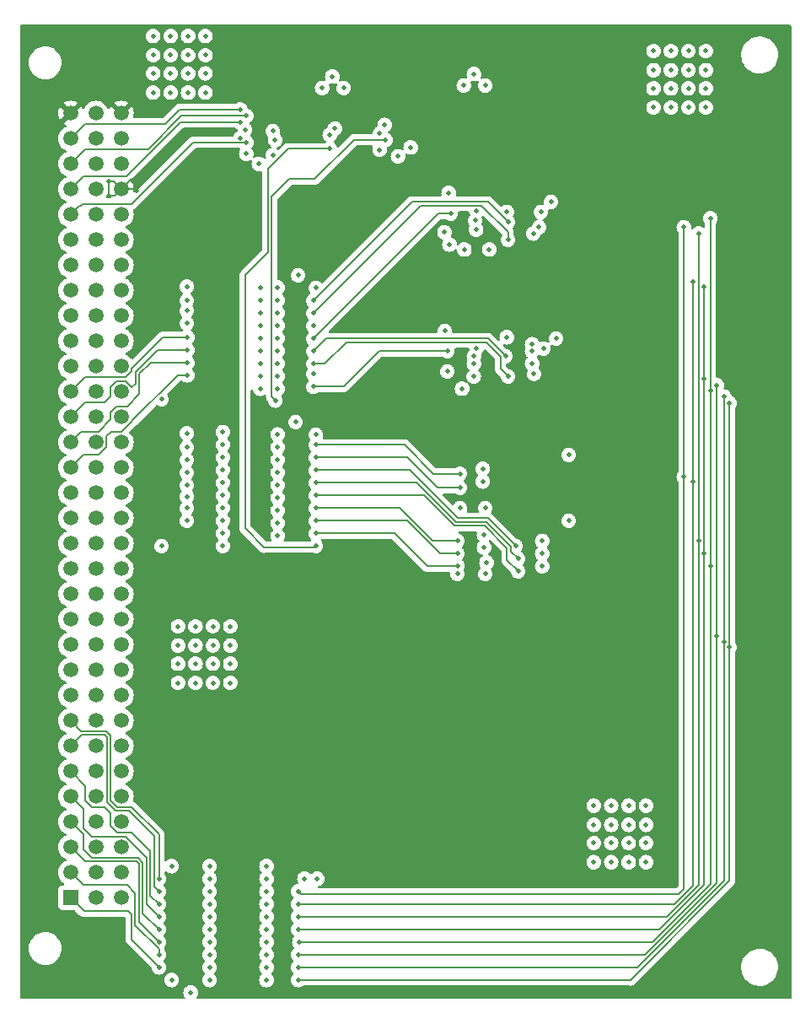
<source format=gbr>
%TF.GenerationSoftware,KiCad,Pcbnew,(7.0.0)*%
%TF.CreationDate,2023-12-30T21:58:10+02:00*%
%TF.ProjectId,alu,616c752e-6b69-4636-9164-5f7063625858,rev?*%
%TF.SameCoordinates,Original*%
%TF.FileFunction,Copper,L2,Inr*%
%TF.FilePolarity,Positive*%
%FSLAX46Y46*%
G04 Gerber Fmt 4.6, Leading zero omitted, Abs format (unit mm)*
G04 Created by KiCad (PCBNEW (7.0.0)) date 2023-12-30 21:58:10*
%MOMM*%
%LPD*%
G01*
G04 APERTURE LIST*
%TA.AperFunction,ComponentPad*%
%ADD10R,1.508000X1.508000*%
%TD*%
%TA.AperFunction,ComponentPad*%
%ADD11C,1.508000*%
%TD*%
%TA.AperFunction,ViaPad*%
%ADD12C,0.460000*%
%TD*%
%TA.AperFunction,Conductor*%
%ADD13C,0.127000*%
%TD*%
G04 APERTURE END LIST*
D10*
%TO.N,Net-(U13-A7)*%
%TO.C,J1*%
X44449999Y-115569999D03*
D11*
%TO.N,Net-(U13-A6)*%
X44450000Y-113030000D03*
%TO.N,Net-(U13-A5)*%
X44450000Y-110490000D03*
%TO.N,Net-(U13-A4)*%
X44450000Y-107950000D03*
%TO.N,Net-(U13-A3)*%
X44450000Y-105410000D03*
%TO.N,Net-(U13-A2)*%
X44450000Y-102870000D03*
%TO.N,Net-(U13-A1)*%
X44450000Y-100330000D03*
%TO.N,Net-(U13-A0)*%
X44450000Y-97790000D03*
%TO.N,GND*%
X44450000Y-95250000D03*
%TO.N,unconnected-(J1-PadA10)*%
X44450000Y-92710000D03*
%TO.N,unconnected-(J1-PadA11)*%
X44450000Y-90170000D03*
%TO.N,unconnected-(J1-PadA12)*%
X44450000Y-87630000D03*
%TO.N,unconnected-(J1-PadA13)*%
X44450000Y-85090000D03*
%TO.N,unconnected-(J1-PadA14)*%
X44450000Y-82550000D03*
%TO.N,unconnected-(J1-PadA15)*%
X44450000Y-80010000D03*
%TO.N,unconnected-(J1-PadA16)*%
X44450000Y-77470000D03*
%TO.N,unconnected-(J1-PadA17)*%
X44450000Y-74930000D03*
%TO.N,/X_IN0*%
X44450000Y-72390000D03*
%TO.N,/X_IN1*%
X44450000Y-69850000D03*
%TO.N,/X_IN2*%
X44450000Y-67310000D03*
%TO.N,/X_IN3*%
X44450000Y-64770000D03*
%TO.N,/X_IN4*%
X44450000Y-62230000D03*
%TO.N,/X_IN5*%
X44450000Y-59690000D03*
%TO.N,/X_IN6*%
X44450000Y-57150000D03*
%TO.N,/X_IN7*%
X44450000Y-54610000D03*
%TO.N,unconnected-(J1-PadA26)*%
X44450000Y-52070000D03*
%TO.N,GND*%
X44450000Y-49530000D03*
%TO.N,Net-(U29-E3)*%
X44450000Y-46990000D03*
%TO.N,Net-(U29-A2)*%
X44450000Y-44450000D03*
%TO.N,Net-(U29-A1)*%
X44450000Y-41910000D03*
%TO.N,Net-(U29-A0)*%
X44450000Y-39370000D03*
%TO.N,+5V*%
X44450000Y-36830000D03*
%TO.N,unconnected-(J1-PadB1)*%
X46990000Y-115570000D03*
%TO.N,unconnected-(J1-PadB2)*%
X46990000Y-113030000D03*
%TO.N,unconnected-(J1-PadB3)*%
X46990000Y-110490000D03*
%TO.N,unconnected-(J1-PadB4)*%
X46990000Y-107950000D03*
%TO.N,unconnected-(J1-PadB5)*%
X46990000Y-105410000D03*
%TO.N,GND*%
X46990000Y-102870000D03*
%TO.N,unconnected-(J1-PadB7)*%
X46990000Y-100330000D03*
%TO.N,unconnected-(J1-PadB8)*%
X46990000Y-97790000D03*
%TO.N,unconnected-(J1-PadB9)*%
X46990000Y-95250000D03*
%TO.N,unconnected-(J1-PadB10)*%
X46990000Y-92710000D03*
%TO.N,unconnected-(J1-PadB11)*%
X46990000Y-90170000D03*
%TO.N,unconnected-(J1-PadB12)*%
X46990000Y-87630000D03*
%TO.N,unconnected-(J1-PadB13)*%
X46990000Y-85090000D03*
%TO.N,unconnected-(J1-PadB14)*%
X46990000Y-82550000D03*
%TO.N,GND*%
X46990000Y-80010000D03*
%TO.N,unconnected-(J1-PadB16)*%
X46990000Y-77470000D03*
%TO.N,unconnected-(J1-PadB17)*%
X46990000Y-74930000D03*
%TO.N,unconnected-(J1-PadB18)*%
X46990000Y-72390000D03*
%TO.N,unconnected-(J1-PadB19)*%
X46990000Y-69850000D03*
%TO.N,unconnected-(J1-PadB20)*%
X46990000Y-67310000D03*
%TO.N,unconnected-(J1-PadB21)*%
X46990000Y-64770000D03*
%TO.N,unconnected-(J1-PadB22)*%
X46990000Y-62230000D03*
%TO.N,unconnected-(J1-PadB23)*%
X46990000Y-59690000D03*
%TO.N,GND*%
X46990000Y-57150000D03*
%TO.N,unconnected-(J1-PadB25)*%
X46990000Y-54610000D03*
%TO.N,unconnected-(J1-PadB26)*%
X46990000Y-52070000D03*
%TO.N,unconnected-(J1-PadB27)*%
X46990000Y-49530000D03*
%TO.N,unconnected-(J1-PadB28)*%
X46990000Y-46990000D03*
%TO.N,unconnected-(J1-PadB29)*%
X46990000Y-44450000D03*
%TO.N,unconnected-(J1-PadB30)*%
X46990000Y-41910000D03*
%TO.N,unconnected-(J1-PadB31)*%
X46990000Y-39370000D03*
%TO.N,unconnected-(J1-PadB32)*%
X46990000Y-36830000D03*
%TO.N,unconnected-(J1-PadC1)*%
X49530000Y-115570000D03*
%TO.N,unconnected-(J1-PadC2)*%
X49530000Y-113030000D03*
%TO.N,unconnected-(J1-PadC3)*%
X49530000Y-110490000D03*
%TO.N,unconnected-(J1-PadC4)*%
X49530000Y-107950000D03*
%TO.N,GND*%
X49530000Y-105410000D03*
%TO.N,unconnected-(J1-PadC6)*%
X49530000Y-102870000D03*
%TO.N,unconnected-(J1-PadC7)*%
X49530000Y-100330000D03*
%TO.N,unconnected-(J1-PadC8)*%
X49530000Y-97790000D03*
%TO.N,unconnected-(J1-PadC9)*%
X49530000Y-95250000D03*
%TO.N,GND*%
X49530000Y-92710000D03*
%TO.N,unconnected-(J1-PadC11)*%
X49530000Y-90170000D03*
%TO.N,unconnected-(J1-PadC12)*%
X49530000Y-87630000D03*
%TO.N,unconnected-(J1-PadC13)*%
X49530000Y-85090000D03*
%TO.N,unconnected-(J1-PadC14)*%
X49530000Y-82550000D03*
%TO.N,unconnected-(J1-PadC15)*%
X49530000Y-80010000D03*
%TO.N,unconnected-(J1-PadC16)*%
X49530000Y-77470000D03*
%TO.N,GND*%
X49530000Y-74930000D03*
%TO.N,unconnected-(J1-PadC18)*%
X49530000Y-72390000D03*
%TO.N,unconnected-(J1-PadC19)*%
X49530000Y-69850000D03*
%TO.N,unconnected-(J1-PadC20)*%
X49530000Y-67310000D03*
%TO.N,unconnected-(J1-PadC21)*%
X49530000Y-64770000D03*
%TO.N,unconnected-(J1-PadC22)*%
X49530000Y-62230000D03*
%TO.N,unconnected-(J1-PadC23)*%
X49530000Y-59690000D03*
%TO.N,unconnected-(J1-PadC24)*%
X49530000Y-57150000D03*
%TO.N,unconnected-(J1-PadC25)*%
X49530000Y-54610000D03*
%TO.N,GND*%
X49530000Y-52070000D03*
%TO.N,unconnected-(J1-PadC27)*%
X49530000Y-49530000D03*
%TO.N,GND*%
X49530000Y-46990000D03*
%TO.N,+5V*%
X49530000Y-44450000D03*
%TO.N,GND*%
X49530000Y-41910000D03*
%TO.N,unconnected-(J1-PadC31)*%
X49530000Y-39370000D03*
%TO.N,+5V*%
X49530000Y-36830000D03*
%TD*%
D12*
%TO.N,+5V*%
X68072000Y-110744000D03*
X91694000Y-71120000D03*
X91948000Y-57404000D03*
X55626000Y-66294000D03*
X48260000Y-43688000D03*
X55626000Y-81026000D03*
X91694000Y-77724000D03*
X50927000Y-43434000D03*
X91694000Y-43942000D03*
X71628000Y-35306000D03*
X48260000Y-45085000D03*
X85725000Y-35052000D03*
X51054000Y-44577000D03*
%TO.N,GND*%
X65000000Y-39500000D03*
X63500000Y-55590000D03*
X92710000Y-45720000D03*
X103000000Y-36250000D03*
X56515000Y-125095000D03*
X84937600Y-63246000D03*
X65250000Y-59400000D03*
X58420000Y-121285000D03*
X58000000Y-29072400D03*
X86106000Y-76454000D03*
X91694000Y-46736000D03*
X59750000Y-72630000D03*
X98750000Y-112000000D03*
X63500000Y-58130000D03*
X61500000Y-39330600D03*
X97000000Y-106322400D03*
X65250000Y-70340000D03*
X97000000Y-110072400D03*
X57000000Y-92072400D03*
X64135000Y-116205000D03*
X54500000Y-31000000D03*
X83312000Y-83058000D03*
X59750000Y-76440000D03*
X52750000Y-31000000D03*
X83769200Y-64465200D03*
X69088000Y-69088000D03*
X60500000Y-90250000D03*
X65250000Y-64480000D03*
X64770000Y-41021000D03*
X104750000Y-30572400D03*
X59750000Y-75170000D03*
X65250000Y-69070000D03*
X108250000Y-30572400D03*
X64135000Y-113665000D03*
X108250000Y-34322400D03*
X106500000Y-30572400D03*
X64135000Y-123825000D03*
X54500000Y-29072400D03*
X54500000Y-34750000D03*
X64770000Y-38608000D03*
X54610000Y-123825000D03*
X60500000Y-92072400D03*
X106500000Y-32500000D03*
X59750000Y-70090000D03*
X54500000Y-32822400D03*
X55250000Y-92072400D03*
X75500000Y-40500000D03*
X58420000Y-123825000D03*
X65250000Y-77960000D03*
X65250000Y-56860000D03*
X108250000Y-32500000D03*
X55250000Y-94000000D03*
X86500000Y-50500000D03*
X102250000Y-106322400D03*
X84963000Y-32893000D03*
X65250000Y-60670000D03*
X58420000Y-114935000D03*
X59750000Y-71360000D03*
X67945000Y-113665000D03*
X102250000Y-110072400D03*
X58420000Y-113665000D03*
X56250000Y-34750000D03*
X103000000Y-34322400D03*
X59750000Y-78980000D03*
X106500000Y-34322400D03*
X104750000Y-36250000D03*
X54610000Y-112395000D03*
X97000000Y-108250000D03*
X59750000Y-73900000D03*
X64135000Y-112395000D03*
X102250000Y-108250000D03*
X58000000Y-32822400D03*
X69215000Y-113665000D03*
X65250000Y-75420000D03*
X94488000Y-71120000D03*
X63500000Y-59400000D03*
X65250000Y-61940000D03*
X64135000Y-114935000D03*
X64135000Y-118745000D03*
X57000000Y-94000000D03*
X64135000Y-122555000D03*
X60500000Y-88322400D03*
X58420000Y-112395000D03*
X64135000Y-117475000D03*
X108250000Y-36250000D03*
X69088000Y-54356000D03*
X58750000Y-92072400D03*
X57000000Y-88322400D03*
X56250000Y-29072400D03*
X98750000Y-106322400D03*
X67056000Y-67818000D03*
X56250000Y-32822400D03*
X58750000Y-90250000D03*
X63500000Y-54320000D03*
X65250000Y-63210000D03*
X100500000Y-106322400D03*
X63500000Y-61940000D03*
X52750000Y-34750000D03*
X56250000Y-31000000D03*
X65250000Y-79230000D03*
X86106000Y-34036000D03*
X103000000Y-32500000D03*
X98750000Y-110072400D03*
X60500000Y-94000000D03*
X63373000Y-41910000D03*
X65250000Y-76690000D03*
X67310000Y-53086000D03*
X94488000Y-77724000D03*
X57000000Y-90250000D03*
X52750000Y-32822400D03*
X65250000Y-55590000D03*
X91948000Y-60452000D03*
X98750000Y-108250000D03*
X100500000Y-112000000D03*
X58750000Y-88322400D03*
X71882000Y-34290000D03*
X88265000Y-59309000D03*
X106500000Y-36250000D03*
X53594000Y-65532000D03*
X65250000Y-74150000D03*
X82500000Y-50000000D03*
X59750000Y-68820000D03*
X58420000Y-122555000D03*
X52750000Y-29072400D03*
X62103000Y-40894000D03*
X84000000Y-50500000D03*
X65250000Y-54320000D03*
X63500000Y-63210000D03*
X58420000Y-117475000D03*
X63500000Y-64480000D03*
X61976000Y-38481000D03*
X64135000Y-120015000D03*
X63500000Y-60670000D03*
X104750000Y-32500000D03*
X78613000Y-40259000D03*
X58420000Y-118745000D03*
X70739000Y-33147000D03*
X69723000Y-34290000D03*
X59750000Y-80250000D03*
X86106000Y-83058000D03*
X65250000Y-71610000D03*
X53594000Y-80264000D03*
X103000000Y-30572400D03*
X83947000Y-34036000D03*
X93218000Y-59436000D03*
X65250000Y-58130000D03*
X63500000Y-56860000D03*
X55250000Y-90250000D03*
X100500000Y-110072400D03*
X58420000Y-120015000D03*
X58420000Y-116205000D03*
X58000000Y-31000000D03*
X58750000Y-94000000D03*
X65250000Y-72880000D03*
X100500000Y-108250000D03*
X55250000Y-88322400D03*
X102250000Y-112000000D03*
X64135000Y-121285000D03*
X77343000Y-41148000D03*
X85242400Y-60401200D03*
X58000000Y-34750000D03*
X104750000Y-34322400D03*
X59750000Y-77710000D03*
X97000000Y-112000000D03*
X83566000Y-76454000D03*
%TO.N,/X_IN1*%
X56134000Y-76454000D03*
X56184800Y-61849000D03*
%TO.N,/X_IN2*%
X56134000Y-75311000D03*
X56184800Y-60579000D03*
%TO.N,/X_IN3*%
X56184800Y-59309000D03*
X56134000Y-74168000D03*
%TO.N,/X_IN4*%
X56134000Y-57912000D03*
X56134000Y-72898000D03*
%TO.N,/X_IN5*%
X56134000Y-56642000D03*
X56134000Y-71628000D03*
%TO.N,/X_IN6*%
X56134000Y-55626000D03*
X56134000Y-70358000D03*
%TO.N,/X_IN7*%
X56134000Y-54229000D03*
X56134000Y-68961000D03*
%TO.N,Net-(U29-E3)*%
X62103000Y-39751000D03*
%TO.N,Net-(U29-A2)*%
X61500000Y-37719000D03*
%TO.N,Net-(U29-A1)*%
X62103000Y-37084000D03*
%TO.N,Net-(U29-A0)*%
X61500000Y-36449000D03*
%TO.N,Net-(U13-A0)*%
X53340000Y-113665000D03*
%TO.N,Net-(U13-A1)*%
X53340000Y-114935000D03*
%TO.N,Net-(U13-A2)*%
X53340000Y-116205000D03*
%TO.N,Net-(U13-A3)*%
X53340000Y-117475000D03*
%TO.N,Net-(U13-A4)*%
X53340000Y-118745000D03*
%TO.N,Net-(U13-A5)*%
X53340000Y-120015000D03*
%TO.N,Net-(U13-A6)*%
X53340000Y-121285000D03*
%TO.N,Net-(U13-A7)*%
X53340000Y-122555000D03*
%TO.N,/X_OUT7*%
X85852000Y-72517000D03*
X67310000Y-114935000D03*
X91500000Y-48260000D03*
X106045000Y-73279000D03*
X106045000Y-48260000D03*
%TO.N,/X_OUT6*%
X85852000Y-73787000D03*
X67310000Y-116205000D03*
X85090000Y-47581139D03*
X88265000Y-46736000D03*
X106934000Y-53721000D03*
X106934000Y-73787000D03*
%TO.N,/X_OUT5*%
X90932000Y-48895000D03*
X107569000Y-79756000D03*
X67310000Y-117475000D03*
X107569000Y-48895000D03*
X91821000Y-79756000D03*
%TO.N,/X_OUT4*%
X108077000Y-81026000D03*
X91821000Y-81026000D03*
X90805000Y-60005501D03*
X85178000Y-48500000D03*
X108077000Y-54229000D03*
X67310000Y-118745000D03*
X108077000Y-63500000D03*
%TO.N,/X_OUT3*%
X91821000Y-82296000D03*
X90805000Y-61935000D03*
X67437000Y-120015000D03*
X108712000Y-82296000D03*
X85217000Y-46609000D03*
X108712000Y-64643000D03*
X108712000Y-47371000D03*
%TO.N,/X_OUT2*%
X84963000Y-61214000D03*
X109347000Y-64135000D03*
X109347000Y-89281000D03*
X67310000Y-121285000D03*
X85979000Y-79121000D03*
X90805000Y-60706000D03*
%TO.N,/X_OUT1*%
X110109000Y-89916000D03*
X85979000Y-80391000D03*
X91000000Y-63000000D03*
X67310000Y-122555000D03*
X110109000Y-65278000D03*
%TO.N,/X_OUT0*%
X110617000Y-65913000D03*
X86233000Y-81915000D03*
X110617000Y-90424000D03*
X84963000Y-61976000D03*
X67310000Y-123825000D03*
%TO.N,Net-(U25-A0)*%
X83312000Y-82250000D03*
X69088000Y-78994000D03*
%TO.N,Net-(U25-A1)*%
X83312000Y-81026000D03*
X69088000Y-77724000D03*
%TO.N,Net-(U25-A2)*%
X83312000Y-79756000D03*
X69088000Y-76454000D03*
%TO.N,Net-(U25-A3)*%
X69088000Y-75184000D03*
X89408000Y-82804000D03*
%TO.N,Net-(U25-A4)*%
X69088000Y-73914000D03*
X89408000Y-81534000D03*
%TO.N,Net-(U25-A5)*%
X89154000Y-80264000D03*
X69088000Y-72644000D03*
%TO.N,Net-(U25-A6)*%
X83566000Y-74422000D03*
X69088000Y-71374000D03*
%TO.N,Net-(U25-A7)*%
X83566000Y-73000000D03*
X69088000Y-70104000D03*
%TO.N,Net-(U25-GAB)*%
X70485000Y-40386000D03*
X69088000Y-80264000D03*
%TO.N,Net-(U26-S)*%
X76000000Y-38000000D03*
X82042000Y-58674000D03*
X82423000Y-44831000D03*
X71000000Y-38354000D03*
%TO.N,Net-(U26-Za)*%
X82296000Y-60706000D03*
X68834000Y-64262000D03*
%TO.N,Net-(U26-Zb)*%
X68834000Y-62992000D03*
X82296000Y-62738000D03*
%TO.N,Net-(U26-Zc)*%
X68834000Y-61976000D03*
X88392000Y-63246000D03*
%TO.N,Net-(U26-Zd)*%
X88138000Y-61214000D03*
X68834000Y-60706000D03*
%TO.N,Net-(U27-Za)*%
X68834000Y-59436000D03*
X82632000Y-46908000D03*
%TO.N,Net-(U27-Zb)*%
X82000000Y-48768000D03*
X68834000Y-58166000D03*
%TO.N,Net-(U27-Zc)*%
X68834000Y-56896000D03*
X88392000Y-49530000D03*
%TO.N,Net-(U27-Zd)*%
X68834000Y-55626000D03*
X88392000Y-47752000D03*
%TO.N,Net-(U28-GAB)*%
X65024000Y-65659000D03*
X76073000Y-39497000D03*
%TO.N,Net-(U29-Y3)*%
X75500000Y-38862000D03*
X70485000Y-38989000D03*
%TO.N,/X_IN0*%
X56184800Y-63119000D03*
X56134000Y-77724000D03*
%TD*%
D13*
%TO.N,+5V*%
X49530000Y-44450000D02*
X50927000Y-44450000D01*
X48895000Y-45085000D02*
X49530000Y-44450000D01*
X48260000Y-43688000D02*
X48768000Y-43688000D01*
X48260000Y-43688000D02*
X48260000Y-45085000D01*
X50546000Y-43434000D02*
X49530000Y-44450000D01*
X50927000Y-44450000D02*
X51054000Y-44577000D01*
X48260000Y-45085000D02*
X48895000Y-45085000D01*
X48768000Y-43688000D02*
X49530000Y-44450000D01*
X50927000Y-43434000D02*
X50546000Y-43434000D01*
%TO.N,/X_IN1*%
X45521500Y-68778500D02*
X44450000Y-69850000D01*
X48458500Y-66866170D02*
X48458500Y-67564000D01*
X47244000Y-68778500D02*
X45521500Y-68778500D01*
X56184800Y-61849000D02*
X52481816Y-61849000D01*
X49086170Y-66238500D02*
X48458500Y-66866170D01*
X51363500Y-62967316D02*
X51363500Y-64983940D01*
X50108940Y-66238500D02*
X49086170Y-66238500D01*
X52481816Y-61849000D02*
X51363500Y-62967316D01*
X48458500Y-67564000D02*
X47244000Y-68778500D01*
X51363500Y-64983940D02*
X50108940Y-66238500D01*
%TO.N,/X_IN2*%
X53213000Y-60579000D02*
X50982500Y-62809500D01*
X50982500Y-62809500D02*
X50982500Y-63945170D01*
X48458500Y-64326170D02*
X48458500Y-65213830D01*
X50982500Y-63945170D02*
X50601500Y-64326170D01*
X49086170Y-63698500D02*
X48458500Y-64326170D01*
X49973830Y-63698500D02*
X49086170Y-63698500D01*
X56184800Y-60579000D02*
X53213000Y-60579000D01*
X47830830Y-65841500D02*
X45918500Y-65841500D01*
X50601500Y-64326170D02*
X49973830Y-63698500D01*
X48458500Y-65213830D02*
X47830830Y-65841500D01*
X45918500Y-65841500D02*
X44450000Y-67310000D01*
%TO.N,/X_IN3*%
X49973830Y-63301500D02*
X45918500Y-63301500D01*
X53721000Y-59309000D02*
X50601500Y-62428500D01*
X45918500Y-63301500D02*
X44450000Y-64770000D01*
X50601500Y-62673830D02*
X49973830Y-63301500D01*
X50601500Y-62428500D02*
X50601500Y-62673830D01*
X56184800Y-59309000D02*
X53721000Y-59309000D01*
%TO.N,Net-(U29-E3)*%
X44450000Y-46990000D02*
X45339000Y-46101000D01*
X45339000Y-46101000D02*
X45466000Y-46101000D01*
X50601500Y-45918500D02*
X56769000Y-39751000D01*
X45466000Y-46101000D02*
X45648500Y-45918500D01*
X56769000Y-39751000D02*
X62103000Y-39751000D01*
X45648500Y-45918500D02*
X50601500Y-45918500D01*
%TO.N,Net-(U29-A2)*%
X61500000Y-37719000D02*
X55499000Y-37719000D01*
X50038000Y-43180000D02*
X45720000Y-43180000D01*
X55499000Y-37719000D02*
X50038000Y-43180000D01*
X45720000Y-43180000D02*
X44450000Y-44450000D01*
%TO.N,Net-(U29-A1)*%
X44450000Y-41910000D02*
X45918500Y-40441500D01*
X55595184Y-37084000D02*
X62103000Y-37084000D01*
X45918500Y-40441500D02*
X52237684Y-40441500D01*
X52237684Y-40441500D02*
X55595184Y-37084000D01*
%TO.N,Net-(U29-A0)*%
X61500000Y-36449000D02*
X55372000Y-36449000D01*
X45918500Y-37901500D02*
X44450000Y-39370000D01*
X53919500Y-37901500D02*
X45918500Y-37901500D01*
X55372000Y-36449000D02*
X53919500Y-37901500D01*
%TO.N,Net-(U13-A0)*%
X45521500Y-98861500D02*
X44450000Y-97790000D01*
X53340000Y-113665000D02*
X53340000Y-109220000D01*
X53340000Y-109220000D02*
X50601500Y-106481500D01*
X48458500Y-105847124D02*
X48458500Y-99258500D01*
X49092876Y-106481500D02*
X48458500Y-105847124D01*
X48061500Y-98861500D02*
X45521500Y-98861500D01*
X50601500Y-106481500D02*
X49092876Y-106481500D01*
X48458500Y-99258500D02*
X48061500Y-98861500D01*
%TO.N,Net-(U13-A1)*%
X50347500Y-106862500D02*
X48935061Y-106862500D01*
X48077500Y-99416316D02*
X47903684Y-99242500D01*
X53340000Y-114935000D02*
X52847500Y-114442500D01*
X48077500Y-106004940D02*
X48077500Y-99416316D01*
X47903684Y-99242500D02*
X45537500Y-99242500D01*
X52847500Y-114442500D02*
X52847500Y-109362500D01*
X48935061Y-106862500D02*
X48077500Y-106004940D01*
X52847500Y-109362500D02*
X50347500Y-106862500D01*
X45537500Y-99242500D02*
X44450000Y-100330000D01*
%TO.N,Net-(U13-A2)*%
X48458500Y-108387124D02*
X48458500Y-107117124D01*
X45918500Y-104338500D02*
X44450000Y-102870000D01*
X53340000Y-116205000D02*
X52466500Y-115331500D01*
X48458500Y-107117124D02*
X47822876Y-106481500D01*
X49092876Y-109021500D02*
X48458500Y-108387124D01*
X52466500Y-110886500D02*
X50601500Y-109021500D01*
X52466500Y-115331500D02*
X52466500Y-110886500D01*
X46552876Y-106481500D02*
X45918500Y-105847124D01*
X50601500Y-109021500D02*
X49092876Y-109021500D01*
X47822876Y-106481500D02*
X46552876Y-106481500D01*
X45918500Y-105847124D02*
X45918500Y-104338500D01*
%TO.N,Net-(U13-A3)*%
X45720000Y-106680000D02*
X45720000Y-108585000D01*
X46553500Y-109418500D02*
X49967124Y-109418500D01*
X49967124Y-109418500D02*
X52085500Y-111536876D01*
X52085500Y-116220500D02*
X53340000Y-117475000D01*
X45720000Y-108585000D02*
X46553500Y-109418500D01*
X44450000Y-105410000D02*
X45720000Y-106680000D01*
X52085500Y-111536876D02*
X52085500Y-116220500D01*
%TO.N,Net-(U13-A4)*%
X44450000Y-107950000D02*
X45720000Y-109220000D01*
X46552876Y-111561500D02*
X51236500Y-111561500D01*
X51704500Y-117109500D02*
X53340000Y-118745000D01*
X51704500Y-112029500D02*
X51704500Y-117109500D01*
X51236500Y-111561500D02*
X51704500Y-112029500D01*
X45720000Y-110728624D02*
X46552876Y-111561500D01*
X45720000Y-109220000D02*
X45720000Y-110728624D01*
%TO.N,Net-(U13-A5)*%
X51323500Y-112187316D02*
X51323500Y-117998500D01*
X45902500Y-111942500D02*
X51078684Y-111942500D01*
X51323500Y-117998500D02*
X53340000Y-120015000D01*
X44450000Y-110490000D02*
X45902500Y-111942500D01*
X51078684Y-111942500D02*
X51323500Y-112187316D01*
%TO.N,Net-(U13-A6)*%
X44450000Y-113030000D02*
X45720000Y-114300000D01*
X45720000Y-114300000D02*
X50165000Y-114300000D01*
X50942500Y-118314001D02*
X53340000Y-120711501D01*
X50942500Y-115077500D02*
X50942500Y-118314001D01*
X53340000Y-120711501D02*
X53340000Y-121285000D01*
X50165000Y-114300000D02*
X50942500Y-115077500D01*
%TO.N,Net-(U13-A7)*%
X44450000Y-115570000D02*
X45791220Y-116911220D01*
X50561500Y-119776500D02*
X53340000Y-122555000D01*
X45791220Y-116911220D02*
X50236220Y-116911220D01*
X50236220Y-116911220D02*
X50561500Y-117236500D01*
X50561500Y-117236500D02*
X50561500Y-119776500D01*
%TO.N,/X_OUT7*%
X106045000Y-73533000D02*
X106045000Y-73279000D01*
X67310000Y-114935000D02*
X67564000Y-115189000D01*
X106045000Y-114681000D02*
X106045000Y-84709000D01*
X106045000Y-84709000D02*
X106045000Y-73533000D01*
X106045000Y-73279000D02*
X106045000Y-48260000D01*
X67564000Y-115189000D02*
X105537000Y-115189000D01*
X105537000Y-115189000D02*
X106045000Y-114681000D01*
%TO.N,/X_OUT6*%
X105059815Y-116205000D02*
X106934000Y-114330815D01*
X106934000Y-73787000D02*
X106934000Y-54229000D01*
X106934000Y-114330815D02*
X106934000Y-73787000D01*
X67310000Y-116205000D02*
X105059815Y-116205000D01*
X106934000Y-54229000D02*
X106934000Y-53721000D01*
%TO.N,/X_OUT5*%
X104328630Y-117475000D02*
X107569000Y-114234630D01*
X67310000Y-117475000D02*
X104328630Y-117475000D01*
X107569000Y-114234630D02*
X107569000Y-79883000D01*
X107569000Y-79756000D02*
X107569000Y-48895000D01*
%TO.N,/X_OUT4*%
X108077000Y-63500000D02*
X108077000Y-54229000D01*
X108077000Y-114265445D02*
X108077000Y-81026000D01*
X103597445Y-118745000D02*
X108077000Y-114265445D01*
X67310000Y-118745000D02*
X103597445Y-118745000D01*
X108077000Y-81026000D02*
X108077000Y-63500000D01*
%TO.N,/X_OUT3*%
X102866260Y-120015000D02*
X108712000Y-114169260D01*
X108712000Y-114169260D02*
X108712000Y-82296000D01*
X108712000Y-64643000D02*
X108712000Y-47371000D01*
X108712000Y-82296000D02*
X108712000Y-64643000D01*
X67437000Y-120015000D02*
X102866260Y-120015000D01*
%TO.N,/X_OUT2*%
X67310000Y-121285000D02*
X102135075Y-121285000D01*
X102135075Y-121285000D02*
X109347000Y-114073075D01*
X109347000Y-114073075D02*
X109347000Y-64262000D01*
%TO.N,/X_OUT1*%
X110109000Y-81534000D02*
X110109000Y-65278000D01*
X110109000Y-89916000D02*
X110109000Y-81534000D01*
X101403890Y-122555000D02*
X110109000Y-113849890D01*
X67310000Y-122555000D02*
X101403890Y-122555000D01*
X110109000Y-113849890D02*
X110109000Y-89916000D01*
%TO.N,/X_OUT0*%
X110617000Y-113880705D02*
X110617000Y-90424000D01*
X100672705Y-123825000D02*
X110617000Y-113880705D01*
X67310000Y-123825000D02*
X100672705Y-123825000D01*
X110617000Y-90424000D02*
X110617000Y-81407000D01*
X110617000Y-81407000D02*
X110617000Y-65913000D01*
%TO.N,Net-(U25-A0)*%
X83312000Y-82250000D02*
X83266000Y-82296000D01*
X83266000Y-82296000D02*
X80264000Y-82296000D01*
X76962000Y-78994000D02*
X69088000Y-78994000D01*
X80264000Y-82296000D02*
X76962000Y-78994000D01*
%TO.N,Net-(U25-A1)*%
X81534000Y-81026000D02*
X78232000Y-77724000D01*
X83312000Y-81026000D02*
X81534000Y-81026000D01*
X78232000Y-77724000D02*
X69088000Y-77724000D01*
%TO.N,Net-(U25-A2)*%
X77500816Y-76454000D02*
X69088000Y-76454000D01*
X80802816Y-79756000D02*
X77500816Y-76454000D01*
X83312000Y-79756000D02*
X80802816Y-79756000D01*
%TO.N,Net-(U25-A3)*%
X89408000Y-82804000D02*
X88280500Y-81676500D01*
X88280500Y-81676500D02*
X88280500Y-80468132D01*
X88280500Y-80468132D02*
X86044368Y-78232000D01*
X82996368Y-78232000D02*
X79948368Y-75184000D01*
X86044368Y-78232000D02*
X82996368Y-78232000D01*
X79948368Y-75184000D02*
X69088000Y-75184000D01*
%TO.N,Net-(U25-A4)*%
X88661500Y-80787500D02*
X88661500Y-80310316D01*
X83154184Y-77851000D02*
X79217184Y-73914000D01*
X79217184Y-73914000D02*
X69088000Y-73914000D01*
X86202184Y-77851000D02*
X83154184Y-77851000D01*
X88661500Y-80310316D02*
X86202184Y-77851000D01*
X89408000Y-81534000D02*
X88661500Y-80787500D01*
%TO.N,Net-(U25-A5)*%
X89154000Y-80264000D02*
X86360000Y-77470000D01*
X78486000Y-72644000D02*
X69088000Y-72644000D01*
X83312000Y-77470000D02*
X78486000Y-72644000D01*
X86360000Y-77470000D02*
X83312000Y-77470000D01*
%TO.N,Net-(U25-A6)*%
X83566000Y-74422000D02*
X81280000Y-74422000D01*
X81280000Y-74422000D02*
X78232000Y-71374000D01*
X78232000Y-71374000D02*
X69088000Y-71374000D01*
%TO.N,Net-(U25-A7)*%
X80874000Y-73000000D02*
X77978000Y-70104000D01*
X83566000Y-73000000D02*
X80874000Y-73000000D01*
X77978000Y-70104000D02*
X69088000Y-70104000D01*
%TO.N,Net-(U25-GAB)*%
X70485000Y-40386000D02*
X66294000Y-40386000D01*
X64262000Y-50800000D02*
X61976000Y-53086000D01*
X66294000Y-40386000D02*
X64262000Y-42418000D01*
X64262000Y-42418000D02*
X64262000Y-50800000D01*
X61976000Y-53086000D02*
X61976000Y-78486000D01*
X63881000Y-80391000D02*
X68961000Y-80391000D01*
X68961000Y-80391000D02*
X69088000Y-80264000D01*
X61976000Y-78486000D02*
X63881000Y-80391000D01*
%TO.N,Net-(U26-Za)*%
X75438000Y-60706000D02*
X71882000Y-64262000D01*
X82296000Y-60706000D02*
X75438000Y-60706000D01*
X71882000Y-64262000D02*
X68834000Y-64262000D01*
%TO.N,Net-(U26-Zc)*%
X69977000Y-61976000D02*
X68834000Y-61976000D01*
X72136000Y-59817000D02*
X69977000Y-61976000D01*
X88392000Y-63246000D02*
X87630000Y-62484000D01*
X87630000Y-62484000D02*
X87630000Y-61244816D01*
X87630000Y-61244816D02*
X86202184Y-59817000D01*
X86202184Y-59817000D02*
X72136000Y-59817000D01*
%TO.N,Net-(U26-Zd)*%
X86360000Y-59436000D02*
X70104000Y-59436000D01*
X88138000Y-61214000D02*
X86360000Y-59436000D01*
X70104000Y-59436000D02*
X68834000Y-60706000D01*
%TO.N,Net-(U27-Za)*%
X82632000Y-46908000D02*
X81362000Y-46908000D01*
X81362000Y-46908000D02*
X68834000Y-59436000D01*
%TO.N,Net-(U27-Zc)*%
X79629000Y-46101000D02*
X85725000Y-46101000D01*
X68834000Y-56896000D02*
X79629000Y-46101000D01*
X85725000Y-46101000D02*
X88392000Y-48768000D01*
X88392000Y-48768000D02*
X88392000Y-49530000D01*
%TO.N,Net-(U27-Zd)*%
X88392000Y-47752000D02*
X86360000Y-45720000D01*
X78740000Y-45720000D02*
X68834000Y-55626000D01*
X86360000Y-45720000D02*
X78740000Y-45720000D01*
%TO.N,Net-(U28-GAB)*%
X72898000Y-39497000D02*
X68961000Y-43434000D01*
X68961000Y-43434000D02*
X66421000Y-43434000D01*
X76073000Y-39497000D02*
X72898000Y-39497000D01*
X64643000Y-65278000D02*
X65024000Y-65659000D01*
X66421000Y-43434000D02*
X64643000Y-45212000D01*
X64643000Y-45212000D02*
X64643000Y-65278000D01*
%TO.N,/X_IN0*%
X55229624Y-63119000D02*
X50601500Y-67747124D01*
X45720000Y-71120000D02*
X44450000Y-72390000D01*
X48061500Y-69271124D02*
X48061500Y-70293830D01*
X50601500Y-67747124D02*
X50601500Y-67753830D01*
X48061500Y-70293830D02*
X47235330Y-71120000D01*
X50601500Y-67753830D02*
X49576830Y-68778500D01*
X48554124Y-68778500D02*
X48061500Y-69271124D01*
X56184800Y-63119000D02*
X55229624Y-63119000D01*
X49576830Y-68778500D02*
X48554124Y-68778500D01*
X47235330Y-71120000D02*
X45720000Y-71120000D01*
%TD*%
%TA.AperFunction,Conductor*%
%TO.N,+5V*%
G36*
X48326900Y-44883111D02*
G01*
X48372657Y-44935287D01*
X48437566Y-45074484D01*
X48442964Y-45083834D01*
X48495860Y-45159377D01*
X48518020Y-45222390D01*
X48504274Y-45287757D01*
X48458613Y-45336509D01*
X48394285Y-45354500D01*
X48126326Y-45354500D01*
X48061998Y-45336509D01*
X48016337Y-45287757D01*
X48002591Y-45222390D01*
X48024751Y-45159377D01*
X48077474Y-45084080D01*
X48080579Y-45079646D01*
X48147895Y-44935283D01*
X48193649Y-44883112D01*
X48260274Y-44863692D01*
X48326900Y-44883111D01*
G37*
%TD.AperFunction*%
%TA.AperFunction,Conductor*%
G36*
X61054810Y-38302006D02*
G01*
X61181042Y-38381322D01*
X61179801Y-38383295D01*
X61222654Y-38421593D01*
X61239802Y-38481121D01*
X61240878Y-38481000D01*
X61241658Y-38487923D01*
X61248055Y-38544699D01*
X61243326Y-38595132D01*
X61218823Y-38639466D01*
X61181469Y-38668128D01*
X61181043Y-38668278D01*
X61175151Y-38671980D01*
X61175143Y-38671984D01*
X61047558Y-38752150D01*
X61047549Y-38752156D01*
X61041659Y-38755858D01*
X61036734Y-38760782D01*
X61036730Y-38760786D01*
X60930186Y-38867330D01*
X60930182Y-38867334D01*
X60925258Y-38872259D01*
X60921556Y-38878149D01*
X60921550Y-38878158D01*
X60856255Y-38982077D01*
X60837678Y-39011643D01*
X60835378Y-39018215D01*
X60835377Y-39018218D01*
X60805376Y-39103955D01*
X60779233Y-39147342D01*
X60737921Y-39176654D01*
X60688335Y-39187000D01*
X56814094Y-39187000D01*
X56797909Y-39185939D01*
X56777059Y-39183194D01*
X56769000Y-39182133D01*
X56760941Y-39183194D01*
X56732032Y-39187000D01*
X56629825Y-39200455D01*
X56629817Y-39200456D01*
X56621766Y-39201517D01*
X56614261Y-39204625D01*
X56614256Y-39204627D01*
X56492074Y-39255237D01*
X56492071Y-39255238D01*
X56484567Y-39258347D01*
X56478122Y-39263291D01*
X56478119Y-39263294D01*
X56373196Y-39343803D01*
X56373192Y-39343806D01*
X56366750Y-39348750D01*
X56361805Y-39355193D01*
X56361806Y-39355193D01*
X56348993Y-39371891D01*
X56338301Y-39384081D01*
X50983326Y-44739055D01*
X50931899Y-44769956D01*
X50871985Y-44773096D01*
X50817609Y-44747740D01*
X50781502Y-44699824D01*
X50772117Y-44640566D01*
X50788318Y-44455394D01*
X50788318Y-44444605D01*
X50770137Y-44236803D01*
X50768265Y-44226188D01*
X50714278Y-44024700D01*
X50710586Y-44014558D01*
X50622433Y-43825515D01*
X50617035Y-43816165D01*
X50504738Y-43655787D01*
X50483622Y-43602635D01*
X50488607Y-43545660D01*
X50518630Y-43496985D01*
X55696297Y-38319319D01*
X55736525Y-38292439D01*
X55783978Y-38283000D01*
X60988839Y-38283000D01*
X61054810Y-38302006D01*
G37*
%TD.AperFunction*%
%TA.AperFunction,Conductor*%
G36*
X116778000Y-27956613D02*
G01*
X116823387Y-28002000D01*
X116840000Y-28064000D01*
X116840000Y-125606000D01*
X116823387Y-125668000D01*
X116778000Y-125713387D01*
X116716000Y-125730000D01*
X57203101Y-125730000D01*
X57140100Y-125712803D01*
X57094573Y-125665981D01*
X57079150Y-125602523D01*
X57098107Y-125540028D01*
X57177322Y-125413957D01*
X57231691Y-125258580D01*
X57250122Y-125095000D01*
X57231691Y-124931420D01*
X57177322Y-124776043D01*
X57089742Y-124636659D01*
X56973341Y-124520258D01*
X56967445Y-124516553D01*
X56967441Y-124516550D01*
X56876586Y-124459463D01*
X56833957Y-124432678D01*
X56818193Y-124427161D01*
X56685158Y-124380610D01*
X56685151Y-124380608D01*
X56678580Y-124378309D01*
X56671661Y-124377529D01*
X56671655Y-124377528D01*
X56521923Y-124360658D01*
X56515000Y-124359878D01*
X56508077Y-124360658D01*
X56358344Y-124377528D01*
X56358336Y-124377529D01*
X56351420Y-124378309D01*
X56344850Y-124380607D01*
X56344841Y-124380610D01*
X56202618Y-124430377D01*
X56202615Y-124430378D01*
X56196043Y-124432678D01*
X56190148Y-124436382D01*
X56190146Y-124436383D01*
X56062558Y-124516550D01*
X56062549Y-124516556D01*
X56056659Y-124520258D01*
X56051734Y-124525182D01*
X56051730Y-124525186D01*
X55945186Y-124631730D01*
X55945182Y-124631734D01*
X55940258Y-124636659D01*
X55936556Y-124642549D01*
X55936550Y-124642558D01*
X55856383Y-124770146D01*
X55852678Y-124776043D01*
X55850378Y-124782615D01*
X55850377Y-124782618D01*
X55800610Y-124924841D01*
X55800607Y-124924850D01*
X55798309Y-124931420D01*
X55797529Y-124938336D01*
X55797528Y-124938344D01*
X55780658Y-125088077D01*
X55779878Y-125095000D01*
X55780658Y-125101923D01*
X55797528Y-125251655D01*
X55797529Y-125251661D01*
X55798309Y-125258580D01*
X55800608Y-125265151D01*
X55800610Y-125265158D01*
X55847161Y-125398193D01*
X55852678Y-125413957D01*
X55856383Y-125419853D01*
X55931893Y-125540028D01*
X55950850Y-125602523D01*
X55935427Y-125665981D01*
X55889900Y-125712803D01*
X55826899Y-125730000D01*
X39494000Y-125730000D01*
X39432000Y-125713387D01*
X39386613Y-125668000D01*
X39370000Y-125606000D01*
X39370000Y-123825000D01*
X53874878Y-123825000D01*
X53875658Y-123831923D01*
X53892528Y-123981655D01*
X53892529Y-123981661D01*
X53893309Y-123988580D01*
X53895608Y-123995151D01*
X53895610Y-123995158D01*
X53933353Y-124103019D01*
X53947678Y-124143957D01*
X53951383Y-124149853D01*
X54031550Y-124277441D01*
X54031553Y-124277445D01*
X54035258Y-124283341D01*
X54151659Y-124399742D01*
X54157555Y-124403446D01*
X54157558Y-124403449D01*
X54200415Y-124430377D01*
X54291043Y-124487322D01*
X54446420Y-124541691D01*
X54610000Y-124560122D01*
X54773580Y-124541691D01*
X54928957Y-124487322D01*
X55068341Y-124399742D01*
X55184742Y-124283341D01*
X55272322Y-124143957D01*
X55326691Y-123988580D01*
X55345122Y-123825000D01*
X57684878Y-123825000D01*
X57685658Y-123831923D01*
X57702528Y-123981655D01*
X57702529Y-123981661D01*
X57703309Y-123988580D01*
X57705608Y-123995151D01*
X57705610Y-123995158D01*
X57743353Y-124103019D01*
X57757678Y-124143957D01*
X57761383Y-124149853D01*
X57841550Y-124277441D01*
X57841553Y-124277445D01*
X57845258Y-124283341D01*
X57961659Y-124399742D01*
X57967555Y-124403446D01*
X57967558Y-124403449D01*
X58010415Y-124430377D01*
X58101043Y-124487322D01*
X58256420Y-124541691D01*
X58420000Y-124560122D01*
X58583580Y-124541691D01*
X58738957Y-124487322D01*
X58878341Y-124399742D01*
X58994742Y-124283341D01*
X59082322Y-124143957D01*
X59136691Y-123988580D01*
X59155122Y-123825000D01*
X63399878Y-123825000D01*
X63400658Y-123831923D01*
X63417528Y-123981655D01*
X63417529Y-123981661D01*
X63418309Y-123988580D01*
X63420608Y-123995151D01*
X63420610Y-123995158D01*
X63458353Y-124103019D01*
X63472678Y-124143957D01*
X63476383Y-124149853D01*
X63556550Y-124277441D01*
X63556553Y-124277445D01*
X63560258Y-124283341D01*
X63676659Y-124399742D01*
X63682555Y-124403446D01*
X63682558Y-124403449D01*
X63725415Y-124430377D01*
X63816043Y-124487322D01*
X63971420Y-124541691D01*
X64135000Y-124560122D01*
X64298580Y-124541691D01*
X64453957Y-124487322D01*
X64593341Y-124399742D01*
X64709742Y-124283341D01*
X64797322Y-124143957D01*
X64851691Y-123988580D01*
X64870122Y-123825000D01*
X66574878Y-123825000D01*
X66575658Y-123831923D01*
X66592528Y-123981655D01*
X66592529Y-123981661D01*
X66593309Y-123988580D01*
X66595608Y-123995151D01*
X66595610Y-123995158D01*
X66633353Y-124103019D01*
X66647678Y-124143957D01*
X66651383Y-124149853D01*
X66731550Y-124277441D01*
X66731553Y-124277445D01*
X66735258Y-124283341D01*
X66851659Y-124399742D01*
X66857555Y-124403446D01*
X66857558Y-124403449D01*
X66900415Y-124430377D01*
X66991043Y-124487322D01*
X67146420Y-124541691D01*
X67310000Y-124560122D01*
X67473580Y-124541691D01*
X67628957Y-124487322D01*
X67710027Y-124436383D01*
X67755190Y-124408006D01*
X67821161Y-124389000D01*
X100627611Y-124389000D01*
X100643795Y-124390060D01*
X100672705Y-124393867D01*
X100819939Y-124374483D01*
X100957138Y-124317653D01*
X101045373Y-124249949D01*
X101045375Y-124249946D01*
X101074955Y-124227250D01*
X101092708Y-124204112D01*
X101103396Y-124191924D01*
X102672409Y-122622911D01*
X111806780Y-122622911D01*
X111807274Y-122627408D01*
X111807275Y-122627413D01*
X111835973Y-122888235D01*
X111835974Y-122888242D01*
X111836470Y-122892747D01*
X111837615Y-122897127D01*
X111837617Y-122897137D01*
X111888210Y-123090658D01*
X111905132Y-123155384D01*
X111906897Y-123159538D01*
X111906900Y-123159546D01*
X111997421Y-123372558D01*
X112011303Y-123405224D01*
X112013665Y-123409095D01*
X112013666Y-123409096D01*
X112081128Y-123519638D01*
X112152719Y-123636944D01*
X112326368Y-123845604D01*
X112528546Y-124026757D01*
X112754947Y-124176542D01*
X113000743Y-124291767D01*
X113005077Y-124293071D01*
X113005080Y-124293072D01*
X113067963Y-124311990D01*
X113260697Y-124369975D01*
X113529268Y-124409500D01*
X113730520Y-124409500D01*
X113732781Y-124409500D01*
X113935740Y-124394645D01*
X114200709Y-124335621D01*
X114454261Y-124238646D01*
X114690991Y-124105786D01*
X114905853Y-123939875D01*
X115094269Y-123744447D01*
X115252223Y-123523668D01*
X115376348Y-123282244D01*
X115463998Y-123025320D01*
X115513306Y-122758371D01*
X115523220Y-122487089D01*
X115493530Y-122217253D01*
X115424868Y-121954616D01*
X115318697Y-121704776D01*
X115177281Y-121473056D01*
X115003632Y-121264396D01*
X115000265Y-121261379D01*
X115000262Y-121261376D01*
X114804820Y-121086259D01*
X114801454Y-121083243D01*
X114634244Y-120972618D01*
X114578835Y-120935960D01*
X114578833Y-120935959D01*
X114575053Y-120933458D01*
X114570946Y-120931532D01*
X114570943Y-120931531D01*
X114421148Y-120861310D01*
X114329257Y-120818233D01*
X114324929Y-120816931D01*
X114324919Y-120816927D01*
X114073641Y-120741330D01*
X114073639Y-120741329D01*
X114069303Y-120740025D01*
X114064823Y-120739365D01*
X114064820Y-120739365D01*
X113805206Y-120701158D01*
X113805200Y-120701157D01*
X113800732Y-120700500D01*
X113597219Y-120700500D01*
X113594968Y-120700664D01*
X113594961Y-120700665D01*
X113398779Y-120715024D01*
X113398775Y-120715024D01*
X113394260Y-120715355D01*
X113389846Y-120716338D01*
X113389834Y-120716340D01*
X113133717Y-120773392D01*
X113133703Y-120773396D01*
X113129291Y-120774379D01*
X113125065Y-120775995D01*
X113125056Y-120775998D01*
X112879970Y-120869735D01*
X112879960Y-120869739D01*
X112875739Y-120871354D01*
X112871798Y-120873565D01*
X112871789Y-120873570D01*
X112642960Y-121001996D01*
X112642954Y-121001999D01*
X112639009Y-121004214D01*
X112635438Y-121006971D01*
X112635425Y-121006980D01*
X112427731Y-121167357D01*
X112427726Y-121167360D01*
X112424147Y-121170125D01*
X112421007Y-121173380D01*
X112421000Y-121173388D01*
X112238875Y-121362291D01*
X112238868Y-121362298D01*
X112235731Y-121365553D01*
X112233106Y-121369221D01*
X112233096Y-121369234D01*
X112080410Y-121582651D01*
X112080406Y-121582656D01*
X112077777Y-121586332D01*
X112075708Y-121590355D01*
X112075705Y-121590361D01*
X111955726Y-121823720D01*
X111955720Y-121823731D01*
X111953652Y-121827756D01*
X111952192Y-121832035D01*
X111952188Y-121832045D01*
X111892270Y-122007681D01*
X111866002Y-122084680D01*
X111865179Y-122089133D01*
X111865179Y-122089135D01*
X111817517Y-122347168D01*
X111817515Y-122347181D01*
X111816694Y-122351629D01*
X111816528Y-122356155D01*
X111816528Y-122356161D01*
X111806945Y-122618382D01*
X111806945Y-122618389D01*
X111806780Y-122622911D01*
X102672409Y-122622911D01*
X110983924Y-114311396D01*
X110996115Y-114300706D01*
X110997098Y-114299952D01*
X111019250Y-114282955D01*
X111072662Y-114213347D01*
X111109653Y-114165138D01*
X111166483Y-114027939D01*
X111185868Y-113880705D01*
X111182060Y-113851788D01*
X111181000Y-113835603D01*
X111181000Y-90935161D01*
X111200006Y-90869190D01*
X111275614Y-90748858D01*
X111279322Y-90742957D01*
X111333691Y-90587580D01*
X111352122Y-90424000D01*
X111333691Y-90260420D01*
X111279322Y-90105043D01*
X111275614Y-90099141D01*
X111200006Y-89978810D01*
X111181000Y-89912839D01*
X111181000Y-66424161D01*
X111200006Y-66358190D01*
X111275614Y-66237858D01*
X111279322Y-66231957D01*
X111333691Y-66076580D01*
X111352122Y-65913000D01*
X111333691Y-65749420D01*
X111279322Y-65594043D01*
X111213220Y-65488841D01*
X111195449Y-65460558D01*
X111195446Y-65460555D01*
X111191742Y-65454659D01*
X111075341Y-65338258D01*
X111069445Y-65334553D01*
X111069441Y-65334550D01*
X110941849Y-65254380D01*
X110941847Y-65254379D01*
X110935957Y-65250678D01*
X110929387Y-65248379D01*
X110929385Y-65248378D01*
X110910687Y-65241835D01*
X110854694Y-65202104D01*
X110828423Y-65138677D01*
X110825691Y-65114420D01*
X110771322Y-64959043D01*
X110718564Y-64875079D01*
X110687449Y-64825558D01*
X110687446Y-64825555D01*
X110683742Y-64819659D01*
X110567341Y-64703258D01*
X110561445Y-64699553D01*
X110561441Y-64699550D01*
X110448809Y-64628780D01*
X110427957Y-64615678D01*
X110412193Y-64610161D01*
X110279158Y-64563610D01*
X110279151Y-64563608D01*
X110272580Y-64561309D01*
X110265661Y-64560529D01*
X110265655Y-64560528D01*
X110137680Y-64546109D01*
X110085591Y-64527882D01*
X110046570Y-64488860D01*
X110028344Y-64436771D01*
X110034522Y-64381938D01*
X110063691Y-64298580D01*
X110082122Y-64135000D01*
X110063691Y-63971420D01*
X110009322Y-63816043D01*
X109939136Y-63704341D01*
X109925449Y-63682558D01*
X109925446Y-63682555D01*
X109921742Y-63676659D01*
X109805341Y-63560258D01*
X109799445Y-63556553D01*
X109799441Y-63556550D01*
X109692398Y-63489292D01*
X109665957Y-63472678D01*
X109639068Y-63463269D01*
X109517158Y-63420610D01*
X109517151Y-63420608D01*
X109510580Y-63418309D01*
X109503661Y-63417529D01*
X109503655Y-63417528D01*
X109386116Y-63404285D01*
X109330148Y-63383519D01*
X109290370Y-63339006D01*
X109276000Y-63281065D01*
X109276000Y-47882161D01*
X109295006Y-47816190D01*
X109370614Y-47695858D01*
X109374322Y-47689957D01*
X109428691Y-47534580D01*
X109447122Y-47371000D01*
X109428691Y-47207420D01*
X109424114Y-47194341D01*
X109420093Y-47182849D01*
X109374322Y-47052043D01*
X109300061Y-46933856D01*
X109290449Y-46918558D01*
X109290446Y-46918555D01*
X109286742Y-46912659D01*
X109170341Y-46796258D01*
X109164445Y-46792553D01*
X109164441Y-46792550D01*
X109042793Y-46716115D01*
X109030957Y-46708678D01*
X109009926Y-46701319D01*
X108882158Y-46656610D01*
X108882151Y-46656608D01*
X108875580Y-46654309D01*
X108868661Y-46653529D01*
X108868655Y-46653528D01*
X108718923Y-46636658D01*
X108712000Y-46635878D01*
X108705077Y-46636658D01*
X108555344Y-46653528D01*
X108555336Y-46653529D01*
X108548420Y-46654309D01*
X108541850Y-46656607D01*
X108541841Y-46656610D01*
X108399618Y-46706377D01*
X108399615Y-46706378D01*
X108393043Y-46708678D01*
X108387148Y-46712382D01*
X108387146Y-46712383D01*
X108259558Y-46792550D01*
X108259549Y-46792556D01*
X108253659Y-46796258D01*
X108248734Y-46801182D01*
X108248730Y-46801186D01*
X108142186Y-46907730D01*
X108142182Y-46907734D01*
X108137258Y-46912659D01*
X108133556Y-46918549D01*
X108133550Y-46918558D01*
X108053383Y-47046146D01*
X108049678Y-47052043D01*
X108047378Y-47058615D01*
X108047377Y-47058618D01*
X107997610Y-47200841D01*
X107997607Y-47200850D01*
X107995309Y-47207420D01*
X107994529Y-47214336D01*
X107994528Y-47214344D01*
X107979720Y-47345775D01*
X107976878Y-47371000D01*
X107977658Y-47377923D01*
X107994528Y-47527655D01*
X107994529Y-47527661D01*
X107995309Y-47534580D01*
X107997608Y-47541151D01*
X107997610Y-47541158D01*
X108035775Y-47650224D01*
X108049678Y-47689957D01*
X108053382Y-47695852D01*
X108053385Y-47695858D01*
X108128994Y-47816190D01*
X108148000Y-47882161D01*
X108148000Y-48171712D01*
X108130803Y-48234713D01*
X108083981Y-48280240D01*
X108020523Y-48295663D01*
X107958029Y-48276706D01*
X107893858Y-48236385D01*
X107893852Y-48236382D01*
X107887957Y-48232678D01*
X107838191Y-48215264D01*
X107739158Y-48180610D01*
X107739151Y-48180608D01*
X107732580Y-48178309D01*
X107725661Y-48177529D01*
X107725655Y-48177528D01*
X107575923Y-48160658D01*
X107569000Y-48159878D01*
X107562077Y-48160658D01*
X107412344Y-48177528D01*
X107412336Y-48177529D01*
X107405420Y-48178309D01*
X107398850Y-48180607D01*
X107398841Y-48180610D01*
X107256618Y-48230377D01*
X107256615Y-48230378D01*
X107250043Y-48232678D01*
X107244148Y-48236382D01*
X107244146Y-48236383D01*
X107116558Y-48316550D01*
X107116549Y-48316556D01*
X107110659Y-48320258D01*
X107105734Y-48325182D01*
X107105730Y-48325186D01*
X106999180Y-48431736D01*
X106999176Y-48431740D01*
X106994258Y-48436659D01*
X106990558Y-48442546D01*
X106989898Y-48443375D01*
X106939114Y-48481145D01*
X106876306Y-48488933D01*
X106817835Y-48464711D01*
X106778934Y-48414789D01*
X106769736Y-48352174D01*
X106780122Y-48260000D01*
X106761691Y-48096420D01*
X106755061Y-48077474D01*
X106742529Y-48041659D01*
X106707322Y-47941043D01*
X106637136Y-47829341D01*
X106623449Y-47807558D01*
X106623446Y-47807555D01*
X106619742Y-47801659D01*
X106503341Y-47685258D01*
X106497445Y-47681553D01*
X106497441Y-47681550D01*
X106391108Y-47614738D01*
X106363957Y-47597678D01*
X106318698Y-47581841D01*
X106215158Y-47545610D01*
X106215151Y-47545608D01*
X106208580Y-47543309D01*
X106201661Y-47542529D01*
X106201655Y-47542528D01*
X106051923Y-47525658D01*
X106045000Y-47524878D01*
X106038077Y-47525658D01*
X105888344Y-47542528D01*
X105888336Y-47542529D01*
X105881420Y-47543309D01*
X105874850Y-47545607D01*
X105874841Y-47545610D01*
X105732618Y-47595377D01*
X105732615Y-47595378D01*
X105726043Y-47597678D01*
X105720148Y-47601382D01*
X105720146Y-47601383D01*
X105592558Y-47681550D01*
X105592549Y-47681556D01*
X105586659Y-47685258D01*
X105581734Y-47690182D01*
X105581730Y-47690186D01*
X105475186Y-47796730D01*
X105475182Y-47796734D01*
X105470258Y-47801659D01*
X105466556Y-47807549D01*
X105466550Y-47807558D01*
X105398677Y-47915580D01*
X105382678Y-47941043D01*
X105380378Y-47947615D01*
X105380377Y-47947618D01*
X105330610Y-48089841D01*
X105330607Y-48089850D01*
X105328309Y-48096420D01*
X105327529Y-48103336D01*
X105327528Y-48103344D01*
X105312956Y-48232678D01*
X105309878Y-48260000D01*
X105310658Y-48266921D01*
X105310658Y-48266923D01*
X105327528Y-48416655D01*
X105327529Y-48416661D01*
X105328309Y-48423580D01*
X105330608Y-48430151D01*
X105330610Y-48430158D01*
X105357472Y-48506923D01*
X105382678Y-48578957D01*
X105386382Y-48584852D01*
X105386385Y-48584858D01*
X105461994Y-48705190D01*
X105481000Y-48771161D01*
X105481000Y-72767839D01*
X105461994Y-72833810D01*
X105386385Y-72954141D01*
X105386380Y-72954150D01*
X105382678Y-72960043D01*
X105380378Y-72966615D01*
X105380377Y-72966618D01*
X105330610Y-73108841D01*
X105330607Y-73108850D01*
X105328309Y-73115420D01*
X105327529Y-73122336D01*
X105327528Y-73122344D01*
X105314308Y-73239681D01*
X105309878Y-73279000D01*
X105310658Y-73285923D01*
X105327528Y-73435655D01*
X105327529Y-73435661D01*
X105328309Y-73442580D01*
X105330608Y-73449151D01*
X105330610Y-73449158D01*
X105370796Y-73564000D01*
X105382678Y-73597957D01*
X105386382Y-73603852D01*
X105386385Y-73603858D01*
X105461994Y-73724190D01*
X105481000Y-73790161D01*
X105481000Y-114396022D01*
X105471561Y-114443475D01*
X105444683Y-114483700D01*
X105339699Y-114588683D01*
X105299473Y-114615561D01*
X105252021Y-114625000D01*
X69409599Y-114625000D01*
X69351658Y-114610630D01*
X69307146Y-114570852D01*
X69286379Y-114514885D01*
X69294170Y-114455699D01*
X69328714Y-114407013D01*
X69378623Y-114381815D01*
X69378580Y-114381691D01*
X69378579Y-114381691D01*
X69533957Y-114327322D01*
X69673341Y-114239742D01*
X69789742Y-114123341D01*
X69877322Y-113983957D01*
X69931691Y-113828580D01*
X69950122Y-113665000D01*
X69931691Y-113501420D01*
X69877322Y-113346043D01*
X69812749Y-113243275D01*
X69793449Y-113212558D01*
X69793446Y-113212555D01*
X69789742Y-113206659D01*
X69673341Y-113090258D01*
X69667445Y-113086553D01*
X69667441Y-113086550D01*
X69563825Y-113021445D01*
X69533957Y-113002678D01*
X69518193Y-112997161D01*
X69385158Y-112950610D01*
X69385151Y-112950608D01*
X69378580Y-112948309D01*
X69371661Y-112947529D01*
X69371655Y-112947528D01*
X69221923Y-112930658D01*
X69215000Y-112929878D01*
X69208077Y-112930658D01*
X69058344Y-112947528D01*
X69058336Y-112947529D01*
X69051420Y-112948309D01*
X69044850Y-112950607D01*
X69044841Y-112950610D01*
X68902618Y-113000377D01*
X68902615Y-113000378D01*
X68896043Y-113002678D01*
X68890148Y-113006382D01*
X68890146Y-113006383D01*
X68762558Y-113086550D01*
X68762549Y-113086556D01*
X68756659Y-113090258D01*
X68751734Y-113095182D01*
X68751730Y-113095186D01*
X68667681Y-113179236D01*
X68612094Y-113211330D01*
X68547906Y-113211330D01*
X68492319Y-113179236D01*
X68408269Y-113095186D01*
X68408268Y-113095185D01*
X68403341Y-113090258D01*
X68397445Y-113086553D01*
X68397441Y-113086550D01*
X68293825Y-113021445D01*
X68263957Y-113002678D01*
X68248193Y-112997161D01*
X68115158Y-112950610D01*
X68115151Y-112950608D01*
X68108580Y-112948309D01*
X68101661Y-112947529D01*
X68101655Y-112947528D01*
X67951923Y-112930658D01*
X67945000Y-112929878D01*
X67938077Y-112930658D01*
X67788344Y-112947528D01*
X67788336Y-112947529D01*
X67781420Y-112948309D01*
X67774850Y-112950607D01*
X67774841Y-112950610D01*
X67632618Y-113000377D01*
X67632615Y-113000378D01*
X67626043Y-113002678D01*
X67620148Y-113006382D01*
X67620146Y-113006383D01*
X67492558Y-113086550D01*
X67492549Y-113086556D01*
X67486659Y-113090258D01*
X67481734Y-113095182D01*
X67481730Y-113095186D01*
X67375186Y-113201730D01*
X67375182Y-113201734D01*
X67370258Y-113206659D01*
X67366556Y-113212549D01*
X67366550Y-113212558D01*
X67286386Y-113340141D01*
X67282678Y-113346043D01*
X67280378Y-113352615D01*
X67280377Y-113352618D01*
X67230610Y-113494841D01*
X67230607Y-113494850D01*
X67228309Y-113501420D01*
X67227529Y-113508336D01*
X67227528Y-113508344D01*
X67211034Y-113654738D01*
X67209878Y-113665000D01*
X67210658Y-113671923D01*
X67227528Y-113821655D01*
X67227529Y-113821661D01*
X67228309Y-113828580D01*
X67230608Y-113835151D01*
X67230610Y-113835158D01*
X67277161Y-113968193D01*
X67282678Y-113983957D01*
X67286382Y-113989852D01*
X67286385Y-113989858D01*
X67306192Y-114021381D01*
X67325003Y-114080400D01*
X67312918Y-114141154D01*
X67272954Y-114188481D01*
X67215083Y-114210572D01*
X67153344Y-114217528D01*
X67153336Y-114217529D01*
X67146420Y-114218309D01*
X67139850Y-114220607D01*
X67139841Y-114220610D01*
X66997618Y-114270377D01*
X66997615Y-114270378D01*
X66991043Y-114272678D01*
X66985148Y-114276382D01*
X66985146Y-114276383D01*
X66857558Y-114356550D01*
X66857549Y-114356556D01*
X66851659Y-114360258D01*
X66846734Y-114365182D01*
X66846730Y-114365186D01*
X66740186Y-114471730D01*
X66740182Y-114471734D01*
X66735258Y-114476659D01*
X66731556Y-114482549D01*
X66731550Y-114482558D01*
X66651383Y-114610146D01*
X66647678Y-114616043D01*
X66645378Y-114622615D01*
X66645377Y-114622618D01*
X66595610Y-114764841D01*
X66595607Y-114764850D01*
X66593309Y-114771420D01*
X66592529Y-114778336D01*
X66592528Y-114778344D01*
X66582559Y-114866826D01*
X66574878Y-114935000D01*
X66575658Y-114941923D01*
X66592528Y-115091655D01*
X66592529Y-115091661D01*
X66593309Y-115098580D01*
X66595608Y-115105151D01*
X66595610Y-115105158D01*
X66642161Y-115238193D01*
X66647678Y-115253957D01*
X66651383Y-115259853D01*
X66731550Y-115387441D01*
X66731553Y-115387445D01*
X66735258Y-115393341D01*
X66740185Y-115398268D01*
X66740186Y-115398269D01*
X66824236Y-115482319D01*
X66856330Y-115537906D01*
X66856330Y-115602094D01*
X66824236Y-115657681D01*
X66740186Y-115741730D01*
X66740182Y-115741734D01*
X66735258Y-115746659D01*
X66731556Y-115752549D01*
X66731550Y-115752558D01*
X66651383Y-115880146D01*
X66647678Y-115886043D01*
X66645378Y-115892615D01*
X66645377Y-115892618D01*
X66595610Y-116034841D01*
X66595607Y-116034850D01*
X66593309Y-116041420D01*
X66592529Y-116048336D01*
X66592528Y-116048344D01*
X66575658Y-116198077D01*
X66574878Y-116205000D01*
X66575658Y-116211923D01*
X66592528Y-116361655D01*
X66592529Y-116361661D01*
X66593309Y-116368580D01*
X66595608Y-116375151D01*
X66595610Y-116375158D01*
X66642161Y-116508193D01*
X66647678Y-116523957D01*
X66651383Y-116529853D01*
X66731550Y-116657441D01*
X66731553Y-116657445D01*
X66735258Y-116663341D01*
X66740186Y-116668269D01*
X66824236Y-116752319D01*
X66856330Y-116807906D01*
X66856330Y-116872094D01*
X66824236Y-116927681D01*
X66740186Y-117011730D01*
X66740182Y-117011734D01*
X66735258Y-117016659D01*
X66731556Y-117022549D01*
X66731550Y-117022558D01*
X66651383Y-117150146D01*
X66647678Y-117156043D01*
X66645378Y-117162615D01*
X66645377Y-117162618D01*
X66595610Y-117304841D01*
X66595607Y-117304850D01*
X66593309Y-117311420D01*
X66592529Y-117318336D01*
X66592528Y-117318344D01*
X66576489Y-117460703D01*
X66574878Y-117475000D01*
X66575658Y-117481923D01*
X66592528Y-117631655D01*
X66592529Y-117631661D01*
X66593309Y-117638580D01*
X66595608Y-117645151D01*
X66595610Y-117645158D01*
X66642161Y-117778193D01*
X66647678Y-117793957D01*
X66651383Y-117799853D01*
X66731550Y-117927441D01*
X66731553Y-117927445D01*
X66735258Y-117933341D01*
X66740185Y-117938268D01*
X66740186Y-117938269D01*
X66824236Y-118022319D01*
X66856330Y-118077906D01*
X66856330Y-118142094D01*
X66824236Y-118197681D01*
X66740186Y-118281730D01*
X66740182Y-118281734D01*
X66735258Y-118286659D01*
X66731556Y-118292549D01*
X66731550Y-118292558D01*
X66651383Y-118420146D01*
X66647678Y-118426043D01*
X66645378Y-118432615D01*
X66645377Y-118432618D01*
X66595610Y-118574841D01*
X66595607Y-118574850D01*
X66593309Y-118581420D01*
X66592529Y-118588336D01*
X66592528Y-118588344D01*
X66575658Y-118738077D01*
X66574878Y-118745000D01*
X66575658Y-118751923D01*
X66592528Y-118901655D01*
X66592529Y-118901661D01*
X66593309Y-118908580D01*
X66595608Y-118915151D01*
X66595610Y-118915158D01*
X66631214Y-119016906D01*
X66647678Y-119063957D01*
X66656656Y-119078245D01*
X66731550Y-119197441D01*
X66731553Y-119197445D01*
X66735258Y-119203341D01*
X66851659Y-119319742D01*
X66872005Y-119332526D01*
X66911026Y-119371545D01*
X66929254Y-119423634D01*
X66923076Y-119478472D01*
X66893717Y-119525199D01*
X66862258Y-119556659D01*
X66858556Y-119562549D01*
X66858550Y-119562558D01*
X66783749Y-119681606D01*
X66774678Y-119696043D01*
X66772378Y-119702615D01*
X66772377Y-119702618D01*
X66722610Y-119844841D01*
X66722607Y-119844850D01*
X66720309Y-119851420D01*
X66719529Y-119858336D01*
X66719528Y-119858344D01*
X66713069Y-119915674D01*
X66701878Y-120015000D01*
X66702658Y-120021923D01*
X66719528Y-120171655D01*
X66719529Y-120171661D01*
X66720309Y-120178580D01*
X66722608Y-120185151D01*
X66722610Y-120185158D01*
X66730322Y-120207196D01*
X66774678Y-120333957D01*
X66778383Y-120339853D01*
X66858550Y-120467441D01*
X66858551Y-120467442D01*
X66862258Y-120473341D01*
X66867186Y-120478269D01*
X66893715Y-120504798D01*
X66923075Y-120551524D01*
X66929254Y-120606362D01*
X66911028Y-120658451D01*
X66872006Y-120697472D01*
X66857565Y-120706545D01*
X66857552Y-120706554D01*
X66851659Y-120710258D01*
X66846734Y-120715182D01*
X66846730Y-120715186D01*
X66740186Y-120821730D01*
X66740182Y-120821734D01*
X66735258Y-120826659D01*
X66731556Y-120832549D01*
X66731550Y-120832558D01*
X66669363Y-120931531D01*
X66647678Y-120966043D01*
X66645378Y-120972615D01*
X66645377Y-120972618D01*
X66595610Y-121114841D01*
X66595607Y-121114850D01*
X66593309Y-121121420D01*
X66592529Y-121128336D01*
X66592528Y-121128344D01*
X66575658Y-121278077D01*
X66574878Y-121285000D01*
X66575658Y-121291923D01*
X66592528Y-121441655D01*
X66592529Y-121441661D01*
X66593309Y-121448580D01*
X66595608Y-121455151D01*
X66595610Y-121455158D01*
X66640223Y-121582651D01*
X66647678Y-121603957D01*
X66651383Y-121609853D01*
X66731550Y-121737441D01*
X66731553Y-121737445D01*
X66735258Y-121743341D01*
X66740186Y-121748269D01*
X66824236Y-121832319D01*
X66856330Y-121887906D01*
X66856330Y-121952094D01*
X66824236Y-122007681D01*
X66740186Y-122091730D01*
X66740182Y-122091734D01*
X66735258Y-122096659D01*
X66731556Y-122102549D01*
X66731550Y-122102558D01*
X66662243Y-122212862D01*
X66647678Y-122236043D01*
X66645378Y-122242615D01*
X66645377Y-122242618D01*
X66595610Y-122384841D01*
X66595607Y-122384850D01*
X66593309Y-122391420D01*
X66592529Y-122398336D01*
X66592528Y-122398344D01*
X66575658Y-122548077D01*
X66574878Y-122555000D01*
X66575658Y-122561923D01*
X66592528Y-122711655D01*
X66592529Y-122711661D01*
X66593309Y-122718580D01*
X66595608Y-122725151D01*
X66595610Y-122725158D01*
X66608793Y-122762831D01*
X66647678Y-122873957D01*
X66662243Y-122897137D01*
X66731550Y-123007441D01*
X66731553Y-123007445D01*
X66735258Y-123013341D01*
X66740186Y-123018269D01*
X66824236Y-123102319D01*
X66856330Y-123157906D01*
X66856330Y-123222094D01*
X66824236Y-123277681D01*
X66740186Y-123361730D01*
X66740182Y-123361734D01*
X66735258Y-123366659D01*
X66731556Y-123372549D01*
X66731550Y-123372558D01*
X66651383Y-123500146D01*
X66647678Y-123506043D01*
X66645378Y-123512615D01*
X66645377Y-123512618D01*
X66595610Y-123654841D01*
X66595607Y-123654850D01*
X66593309Y-123661420D01*
X66592529Y-123668336D01*
X66592528Y-123668344D01*
X66575658Y-123818077D01*
X66574878Y-123825000D01*
X64870122Y-123825000D01*
X64851691Y-123661420D01*
X64797322Y-123506043D01*
X64709742Y-123366659D01*
X64620764Y-123277681D01*
X64588670Y-123222094D01*
X64588670Y-123157906D01*
X64620764Y-123102319D01*
X64633205Y-123089878D01*
X64709742Y-123013341D01*
X64797322Y-122873957D01*
X64851691Y-122718580D01*
X64870122Y-122555000D01*
X64851691Y-122391420D01*
X64797322Y-122236043D01*
X64709742Y-122096659D01*
X64620763Y-122007680D01*
X64588670Y-121952094D01*
X64588670Y-121887906D01*
X64620764Y-121832319D01*
X64636804Y-121816279D01*
X64709742Y-121743341D01*
X64797322Y-121603957D01*
X64851691Y-121448580D01*
X64870122Y-121285000D01*
X64868192Y-121267875D01*
X64852471Y-121128344D01*
X64851691Y-121121420D01*
X64797322Y-120966043D01*
X64739218Y-120873570D01*
X64713449Y-120832558D01*
X64713446Y-120832555D01*
X64709742Y-120826659D01*
X64620764Y-120737681D01*
X64588670Y-120682094D01*
X64588670Y-120617906D01*
X64620764Y-120562319D01*
X64631559Y-120551524D01*
X64709742Y-120473341D01*
X64797322Y-120333957D01*
X64851691Y-120178580D01*
X64870122Y-120015000D01*
X64851691Y-119851420D01*
X64797322Y-119696043D01*
X64709742Y-119556659D01*
X64620763Y-119467680D01*
X64588670Y-119412094D01*
X64588670Y-119347906D01*
X64620764Y-119292319D01*
X64620764Y-119292318D01*
X64709742Y-119203341D01*
X64797322Y-119063957D01*
X64851691Y-118908580D01*
X64870122Y-118745000D01*
X64851691Y-118581420D01*
X64797322Y-118426043D01*
X64709742Y-118286659D01*
X64620764Y-118197681D01*
X64588670Y-118142094D01*
X64588670Y-118077906D01*
X64620764Y-118022319D01*
X64620764Y-118022318D01*
X64709742Y-117933341D01*
X64797322Y-117793957D01*
X64851691Y-117638580D01*
X64870122Y-117475000D01*
X64868160Y-117457591D01*
X64861550Y-117398924D01*
X64851691Y-117311420D01*
X64797322Y-117156043D01*
X64709742Y-117016659D01*
X64620764Y-116927681D01*
X64588670Y-116872094D01*
X64588670Y-116807906D01*
X64620764Y-116752319D01*
X64620764Y-116752318D01*
X64709742Y-116663341D01*
X64797322Y-116523957D01*
X64851691Y-116368580D01*
X64870122Y-116205000D01*
X64851691Y-116041420D01*
X64797322Y-115886043D01*
X64709742Y-115746659D01*
X64620763Y-115657680D01*
X64588670Y-115602094D01*
X64588670Y-115537906D01*
X64620764Y-115482319D01*
X64620764Y-115482318D01*
X64709742Y-115393341D01*
X64797322Y-115253957D01*
X64851691Y-115098580D01*
X64870122Y-114935000D01*
X64851691Y-114771420D01*
X64797322Y-114616043D01*
X64709742Y-114476659D01*
X64620764Y-114387681D01*
X64588670Y-114332094D01*
X64588670Y-114267906D01*
X64620764Y-114212319D01*
X64661497Y-114171586D01*
X64709742Y-114123341D01*
X64797322Y-113983957D01*
X64851691Y-113828580D01*
X64870122Y-113665000D01*
X64851691Y-113501420D01*
X64797322Y-113346043D01*
X64732749Y-113243275D01*
X64713449Y-113212558D01*
X64713446Y-113212555D01*
X64709742Y-113206659D01*
X64620764Y-113117681D01*
X64588670Y-113062094D01*
X64588670Y-112997906D01*
X64620764Y-112942319D01*
X64659569Y-112903514D01*
X64709742Y-112853341D01*
X64797322Y-112713957D01*
X64851691Y-112558580D01*
X64870122Y-112395000D01*
X64851691Y-112231420D01*
X64797322Y-112076043D01*
X64749541Y-112000000D01*
X96264878Y-112000000D01*
X96265658Y-112006923D01*
X96282528Y-112156655D01*
X96282529Y-112156661D01*
X96283309Y-112163580D01*
X96285608Y-112170151D01*
X96285610Y-112170158D01*
X96296356Y-112200867D01*
X96337678Y-112318957D01*
X96364463Y-112361586D01*
X96421550Y-112452441D01*
X96421553Y-112452445D01*
X96425258Y-112458341D01*
X96541659Y-112574742D01*
X96547555Y-112578446D01*
X96547558Y-112578449D01*
X96580738Y-112599297D01*
X96681043Y-112662322D01*
X96809814Y-112707381D01*
X96828606Y-112713957D01*
X96836420Y-112716691D01*
X97000000Y-112735122D01*
X97163580Y-112716691D01*
X97318957Y-112662322D01*
X97458341Y-112574742D01*
X97574742Y-112458341D01*
X97662322Y-112318957D01*
X97716691Y-112163580D01*
X97735122Y-112000000D01*
X98014878Y-112000000D01*
X98015658Y-112006923D01*
X98032528Y-112156655D01*
X98032529Y-112156661D01*
X98033309Y-112163580D01*
X98035608Y-112170151D01*
X98035610Y-112170158D01*
X98046356Y-112200867D01*
X98087678Y-112318957D01*
X98114463Y-112361586D01*
X98171550Y-112452441D01*
X98171553Y-112452445D01*
X98175258Y-112458341D01*
X98291659Y-112574742D01*
X98297555Y-112578446D01*
X98297558Y-112578449D01*
X98330738Y-112599297D01*
X98431043Y-112662322D01*
X98559814Y-112707381D01*
X98578606Y-112713957D01*
X98586420Y-112716691D01*
X98750000Y-112735122D01*
X98913580Y-112716691D01*
X99068957Y-112662322D01*
X99208341Y-112574742D01*
X99324742Y-112458341D01*
X99412322Y-112318957D01*
X99466691Y-112163580D01*
X99485122Y-112000000D01*
X99764878Y-112000000D01*
X99765658Y-112006923D01*
X99782528Y-112156655D01*
X99782529Y-112156661D01*
X99783309Y-112163580D01*
X99785608Y-112170151D01*
X99785610Y-112170158D01*
X99796356Y-112200867D01*
X99837678Y-112318957D01*
X99864463Y-112361586D01*
X99921550Y-112452441D01*
X99921553Y-112452445D01*
X99925258Y-112458341D01*
X100041659Y-112574742D01*
X100047555Y-112578446D01*
X100047558Y-112578449D01*
X100080738Y-112599297D01*
X100181043Y-112662322D01*
X100309814Y-112707381D01*
X100328606Y-112713957D01*
X100336420Y-112716691D01*
X100500000Y-112735122D01*
X100663580Y-112716691D01*
X100818957Y-112662322D01*
X100958341Y-112574742D01*
X101074742Y-112458341D01*
X101162322Y-112318957D01*
X101216691Y-112163580D01*
X101235122Y-112000000D01*
X101514878Y-112000000D01*
X101515658Y-112006923D01*
X101532528Y-112156655D01*
X101532529Y-112156661D01*
X101533309Y-112163580D01*
X101535608Y-112170151D01*
X101535610Y-112170158D01*
X101546356Y-112200867D01*
X101587678Y-112318957D01*
X101614463Y-112361586D01*
X101671550Y-112452441D01*
X101671553Y-112452445D01*
X101675258Y-112458341D01*
X101791659Y-112574742D01*
X101797555Y-112578446D01*
X101797558Y-112578449D01*
X101830738Y-112599297D01*
X101931043Y-112662322D01*
X102059814Y-112707381D01*
X102078606Y-112713957D01*
X102086420Y-112716691D01*
X102250000Y-112735122D01*
X102413580Y-112716691D01*
X102568957Y-112662322D01*
X102708341Y-112574742D01*
X102824742Y-112458341D01*
X102912322Y-112318957D01*
X102966691Y-112163580D01*
X102985122Y-112000000D01*
X102966691Y-111836420D01*
X102962642Y-111824850D01*
X102958093Y-111811849D01*
X102912322Y-111681043D01*
X102824742Y-111541659D01*
X102708341Y-111425258D01*
X102702445Y-111421553D01*
X102702441Y-111421550D01*
X102611586Y-111364463D01*
X102568957Y-111337678D01*
X102553193Y-111332161D01*
X102420158Y-111285610D01*
X102420151Y-111285608D01*
X102413580Y-111283309D01*
X102406661Y-111282529D01*
X102406655Y-111282528D01*
X102256923Y-111265658D01*
X102250000Y-111264878D01*
X102243077Y-111265658D01*
X102093344Y-111282528D01*
X102093336Y-111282529D01*
X102086420Y-111283309D01*
X102079850Y-111285607D01*
X102079841Y-111285610D01*
X101937618Y-111335377D01*
X101937615Y-111335378D01*
X101931043Y-111337678D01*
X101925148Y-111341382D01*
X101925146Y-111341383D01*
X101797558Y-111421550D01*
X101797549Y-111421556D01*
X101791659Y-111425258D01*
X101786734Y-111430182D01*
X101786730Y-111430186D01*
X101680186Y-111536730D01*
X101680182Y-111536734D01*
X101675258Y-111541659D01*
X101671556Y-111547549D01*
X101671550Y-111547558D01*
X101591383Y-111675146D01*
X101587678Y-111681043D01*
X101585378Y-111687615D01*
X101585377Y-111687618D01*
X101535610Y-111829841D01*
X101535607Y-111829850D01*
X101533309Y-111836420D01*
X101532529Y-111843336D01*
X101532528Y-111843344D01*
X101521354Y-111942525D01*
X101514878Y-112000000D01*
X101235122Y-112000000D01*
X101216691Y-111836420D01*
X101212642Y-111824850D01*
X101208093Y-111811849D01*
X101162322Y-111681043D01*
X101074742Y-111541659D01*
X100958341Y-111425258D01*
X100952445Y-111421553D01*
X100952441Y-111421550D01*
X100861586Y-111364463D01*
X100818957Y-111337678D01*
X100803193Y-111332161D01*
X100670158Y-111285610D01*
X100670151Y-111285608D01*
X100663580Y-111283309D01*
X100656661Y-111282529D01*
X100656655Y-111282528D01*
X100506923Y-111265658D01*
X100500000Y-111264878D01*
X100493077Y-111265658D01*
X100343344Y-111282528D01*
X100343336Y-111282529D01*
X100336420Y-111283309D01*
X100329850Y-111285607D01*
X100329841Y-111285610D01*
X100187618Y-111335377D01*
X100187615Y-111335378D01*
X100181043Y-111337678D01*
X100175148Y-111341382D01*
X100175146Y-111341383D01*
X100047558Y-111421550D01*
X100047549Y-111421556D01*
X100041659Y-111425258D01*
X100036734Y-111430182D01*
X100036730Y-111430186D01*
X99930186Y-111536730D01*
X99930182Y-111536734D01*
X99925258Y-111541659D01*
X99921556Y-111547549D01*
X99921550Y-111547558D01*
X99841383Y-111675146D01*
X99837678Y-111681043D01*
X99835378Y-111687615D01*
X99835377Y-111687618D01*
X99785610Y-111829841D01*
X99785607Y-111829850D01*
X99783309Y-111836420D01*
X99782529Y-111843336D01*
X99782528Y-111843344D01*
X99771354Y-111942525D01*
X99764878Y-112000000D01*
X99485122Y-112000000D01*
X99466691Y-111836420D01*
X99462642Y-111824850D01*
X99458093Y-111811849D01*
X99412322Y-111681043D01*
X99324742Y-111541659D01*
X99208341Y-111425258D01*
X99202445Y-111421553D01*
X99202441Y-111421550D01*
X99111586Y-111364463D01*
X99068957Y-111337678D01*
X99053193Y-111332161D01*
X98920158Y-111285610D01*
X98920151Y-111285608D01*
X98913580Y-111283309D01*
X98906661Y-111282529D01*
X98906655Y-111282528D01*
X98756923Y-111265658D01*
X98750000Y-111264878D01*
X98743077Y-111265658D01*
X98593344Y-111282528D01*
X98593336Y-111282529D01*
X98586420Y-111283309D01*
X98579850Y-111285607D01*
X98579841Y-111285610D01*
X98437618Y-111335377D01*
X98437615Y-111335378D01*
X98431043Y-111337678D01*
X98425148Y-111341382D01*
X98425146Y-111341383D01*
X98297558Y-111421550D01*
X98297549Y-111421556D01*
X98291659Y-111425258D01*
X98286734Y-111430182D01*
X98286730Y-111430186D01*
X98180186Y-111536730D01*
X98180182Y-111536734D01*
X98175258Y-111541659D01*
X98171556Y-111547549D01*
X98171550Y-111547558D01*
X98091383Y-111675146D01*
X98087678Y-111681043D01*
X98085378Y-111687615D01*
X98085377Y-111687618D01*
X98035610Y-111829841D01*
X98035607Y-111829850D01*
X98033309Y-111836420D01*
X98032529Y-111843336D01*
X98032528Y-111843344D01*
X98021354Y-111942525D01*
X98014878Y-112000000D01*
X97735122Y-112000000D01*
X97716691Y-111836420D01*
X97712642Y-111824850D01*
X97708093Y-111811849D01*
X97662322Y-111681043D01*
X97574742Y-111541659D01*
X97458341Y-111425258D01*
X97452445Y-111421553D01*
X97452441Y-111421550D01*
X97361586Y-111364463D01*
X97318957Y-111337678D01*
X97303193Y-111332161D01*
X97170158Y-111285610D01*
X97170151Y-111285608D01*
X97163580Y-111283309D01*
X97156661Y-111282529D01*
X97156655Y-111282528D01*
X97006923Y-111265658D01*
X97000000Y-111264878D01*
X96993077Y-111265658D01*
X96843344Y-111282528D01*
X96843336Y-111282529D01*
X96836420Y-111283309D01*
X96829850Y-111285607D01*
X96829841Y-111285610D01*
X96687618Y-111335377D01*
X96687615Y-111335378D01*
X96681043Y-111337678D01*
X96675148Y-111341382D01*
X96675146Y-111341383D01*
X96547558Y-111421550D01*
X96547549Y-111421556D01*
X96541659Y-111425258D01*
X96536734Y-111430182D01*
X96536730Y-111430186D01*
X96430186Y-111536730D01*
X96430182Y-111536734D01*
X96425258Y-111541659D01*
X96421556Y-111547549D01*
X96421550Y-111547558D01*
X96341383Y-111675146D01*
X96337678Y-111681043D01*
X96335378Y-111687615D01*
X96335377Y-111687618D01*
X96285610Y-111829841D01*
X96285607Y-111829850D01*
X96283309Y-111836420D01*
X96282529Y-111843336D01*
X96282528Y-111843344D01*
X96271354Y-111942525D01*
X96264878Y-112000000D01*
X64749541Y-112000000D01*
X64709742Y-111936659D01*
X64593341Y-111820258D01*
X64587445Y-111816553D01*
X64587441Y-111816550D01*
X64480398Y-111749292D01*
X64453957Y-111732678D01*
X64438193Y-111727161D01*
X64305158Y-111680610D01*
X64305151Y-111680608D01*
X64298580Y-111678309D01*
X64291661Y-111677529D01*
X64291655Y-111677528D01*
X64141923Y-111660658D01*
X64135000Y-111659878D01*
X64128077Y-111660658D01*
X63978344Y-111677528D01*
X63978336Y-111677529D01*
X63971420Y-111678309D01*
X63964850Y-111680607D01*
X63964841Y-111680610D01*
X63822618Y-111730377D01*
X63822615Y-111730378D01*
X63816043Y-111732678D01*
X63810148Y-111736382D01*
X63810146Y-111736383D01*
X63682558Y-111816550D01*
X63682549Y-111816556D01*
X63676659Y-111820258D01*
X63671734Y-111825182D01*
X63671730Y-111825186D01*
X63565186Y-111931730D01*
X63565182Y-111931734D01*
X63560258Y-111936659D01*
X63556556Y-111942549D01*
X63556550Y-111942558D01*
X63481363Y-112062220D01*
X63472678Y-112076043D01*
X63470378Y-112082615D01*
X63470377Y-112082618D01*
X63420610Y-112224841D01*
X63420607Y-112224850D01*
X63418309Y-112231420D01*
X63417529Y-112238336D01*
X63417528Y-112238344D01*
X63405279Y-112347062D01*
X63399878Y-112395000D01*
X63400658Y-112401923D01*
X63417528Y-112551655D01*
X63417529Y-112551661D01*
X63418309Y-112558580D01*
X63420608Y-112565151D01*
X63420610Y-112565158D01*
X63434383Y-112604518D01*
X63472678Y-112713957D01*
X63476383Y-112719853D01*
X63556550Y-112847441D01*
X63556553Y-112847445D01*
X63560258Y-112853341D01*
X63565186Y-112858269D01*
X63649236Y-112942319D01*
X63681330Y-112997906D01*
X63681330Y-113062094D01*
X63649236Y-113117681D01*
X63565186Y-113201730D01*
X63565182Y-113201734D01*
X63560258Y-113206659D01*
X63556556Y-113212549D01*
X63556550Y-113212558D01*
X63476386Y-113340141D01*
X63472678Y-113346043D01*
X63470378Y-113352615D01*
X63470377Y-113352618D01*
X63420610Y-113494841D01*
X63420607Y-113494850D01*
X63418309Y-113501420D01*
X63417529Y-113508336D01*
X63417528Y-113508344D01*
X63401034Y-113654738D01*
X63399878Y-113665000D01*
X63400658Y-113671923D01*
X63417528Y-113821655D01*
X63417529Y-113821661D01*
X63418309Y-113828580D01*
X63420608Y-113835151D01*
X63420610Y-113835158D01*
X63467161Y-113968193D01*
X63472678Y-113983957D01*
X63496193Y-114021381D01*
X63556550Y-114117441D01*
X63556553Y-114117445D01*
X63560258Y-114123341D01*
X63565186Y-114128269D01*
X63649236Y-114212319D01*
X63681330Y-114267906D01*
X63681330Y-114332094D01*
X63649236Y-114387681D01*
X63565186Y-114471730D01*
X63565182Y-114471734D01*
X63560258Y-114476659D01*
X63556556Y-114482549D01*
X63556550Y-114482558D01*
X63476383Y-114610146D01*
X63472678Y-114616043D01*
X63470378Y-114622615D01*
X63470377Y-114622618D01*
X63420610Y-114764841D01*
X63420607Y-114764850D01*
X63418309Y-114771420D01*
X63417529Y-114778336D01*
X63417528Y-114778344D01*
X63407559Y-114866826D01*
X63399878Y-114935000D01*
X63400658Y-114941923D01*
X63417528Y-115091655D01*
X63417529Y-115091661D01*
X63418309Y-115098580D01*
X63420608Y-115105151D01*
X63420610Y-115105158D01*
X63467161Y-115238193D01*
X63472678Y-115253957D01*
X63476383Y-115259853D01*
X63556550Y-115387441D01*
X63556553Y-115387445D01*
X63560258Y-115393341D01*
X63565185Y-115398268D01*
X63565186Y-115398269D01*
X63649236Y-115482319D01*
X63681330Y-115537906D01*
X63681330Y-115602094D01*
X63649236Y-115657681D01*
X63565186Y-115741730D01*
X63565182Y-115741734D01*
X63560258Y-115746659D01*
X63556556Y-115752549D01*
X63556550Y-115752558D01*
X63476383Y-115880146D01*
X63472678Y-115886043D01*
X63470378Y-115892615D01*
X63470377Y-115892618D01*
X63420610Y-116034841D01*
X63420607Y-116034850D01*
X63418309Y-116041420D01*
X63417529Y-116048336D01*
X63417528Y-116048344D01*
X63400658Y-116198077D01*
X63399878Y-116205000D01*
X63400658Y-116211923D01*
X63417528Y-116361655D01*
X63417529Y-116361661D01*
X63418309Y-116368580D01*
X63420608Y-116375151D01*
X63420610Y-116375158D01*
X63467161Y-116508193D01*
X63472678Y-116523957D01*
X63476383Y-116529853D01*
X63556550Y-116657441D01*
X63556553Y-116657445D01*
X63560258Y-116663341D01*
X63565186Y-116668269D01*
X63649236Y-116752319D01*
X63681330Y-116807906D01*
X63681330Y-116872094D01*
X63649236Y-116927681D01*
X63565186Y-117011730D01*
X63565182Y-117011734D01*
X63560258Y-117016659D01*
X63556556Y-117022549D01*
X63556550Y-117022558D01*
X63476383Y-117150146D01*
X63472678Y-117156043D01*
X63470378Y-117162615D01*
X63470377Y-117162618D01*
X63420610Y-117304841D01*
X63420607Y-117304850D01*
X63418309Y-117311420D01*
X63417529Y-117318336D01*
X63417528Y-117318344D01*
X63401489Y-117460703D01*
X63399878Y-117475000D01*
X63400658Y-117481923D01*
X63417528Y-117631655D01*
X63417529Y-117631661D01*
X63418309Y-117638580D01*
X63420608Y-117645151D01*
X63420610Y-117645158D01*
X63467161Y-117778193D01*
X63472678Y-117793957D01*
X63476383Y-117799853D01*
X63556550Y-117927441D01*
X63556553Y-117927445D01*
X63560258Y-117933341D01*
X63565185Y-117938268D01*
X63565186Y-117938269D01*
X63649236Y-118022319D01*
X63681330Y-118077906D01*
X63681330Y-118142094D01*
X63649236Y-118197681D01*
X63565186Y-118281730D01*
X63565182Y-118281734D01*
X63560258Y-118286659D01*
X63556556Y-118292549D01*
X63556550Y-118292558D01*
X63476383Y-118420146D01*
X63472678Y-118426043D01*
X63470378Y-118432615D01*
X63470377Y-118432618D01*
X63420610Y-118574841D01*
X63420607Y-118574850D01*
X63418309Y-118581420D01*
X63417529Y-118588336D01*
X63417528Y-118588344D01*
X63400658Y-118738077D01*
X63399878Y-118745000D01*
X63400658Y-118751923D01*
X63417528Y-118901655D01*
X63417529Y-118901661D01*
X63418309Y-118908580D01*
X63420608Y-118915151D01*
X63420610Y-118915158D01*
X63456214Y-119016906D01*
X63472678Y-119063957D01*
X63481656Y-119078245D01*
X63556550Y-119197441D01*
X63556553Y-119197445D01*
X63560258Y-119203341D01*
X63565186Y-119208269D01*
X63649236Y-119292319D01*
X63681330Y-119347906D01*
X63681330Y-119412094D01*
X63649236Y-119467681D01*
X63565186Y-119551730D01*
X63565182Y-119551734D01*
X63560258Y-119556659D01*
X63556556Y-119562549D01*
X63556550Y-119562558D01*
X63481749Y-119681606D01*
X63472678Y-119696043D01*
X63470378Y-119702615D01*
X63470377Y-119702618D01*
X63420610Y-119844841D01*
X63420607Y-119844850D01*
X63418309Y-119851420D01*
X63417529Y-119858336D01*
X63417528Y-119858344D01*
X63411069Y-119915674D01*
X63399878Y-120015000D01*
X63400658Y-120021923D01*
X63417528Y-120171655D01*
X63417529Y-120171661D01*
X63418309Y-120178580D01*
X63420608Y-120185151D01*
X63420610Y-120185158D01*
X63428322Y-120207196D01*
X63472678Y-120333957D01*
X63476383Y-120339853D01*
X63556550Y-120467441D01*
X63556551Y-120467442D01*
X63560258Y-120473341D01*
X63565186Y-120478269D01*
X63649236Y-120562319D01*
X63681330Y-120617906D01*
X63681330Y-120682094D01*
X63649236Y-120737681D01*
X63565186Y-120821730D01*
X63565182Y-120821734D01*
X63560258Y-120826659D01*
X63556556Y-120832549D01*
X63556550Y-120832558D01*
X63494363Y-120931531D01*
X63472678Y-120966043D01*
X63470378Y-120972615D01*
X63470377Y-120972618D01*
X63420610Y-121114841D01*
X63420607Y-121114850D01*
X63418309Y-121121420D01*
X63417529Y-121128336D01*
X63417528Y-121128344D01*
X63400658Y-121278077D01*
X63399878Y-121285000D01*
X63400658Y-121291923D01*
X63417528Y-121441655D01*
X63417529Y-121441661D01*
X63418309Y-121448580D01*
X63420608Y-121455151D01*
X63420610Y-121455158D01*
X63465223Y-121582651D01*
X63472678Y-121603957D01*
X63476383Y-121609853D01*
X63556550Y-121737441D01*
X63556553Y-121737445D01*
X63560258Y-121743341D01*
X63565186Y-121748269D01*
X63649236Y-121832319D01*
X63681330Y-121887906D01*
X63681330Y-121952094D01*
X63649236Y-122007681D01*
X63565186Y-122091730D01*
X63565182Y-122091734D01*
X63560258Y-122096659D01*
X63556556Y-122102549D01*
X63556550Y-122102558D01*
X63487243Y-122212862D01*
X63472678Y-122236043D01*
X63470378Y-122242615D01*
X63470377Y-122242618D01*
X63420610Y-122384841D01*
X63420607Y-122384850D01*
X63418309Y-122391420D01*
X63417529Y-122398336D01*
X63417528Y-122398344D01*
X63400658Y-122548077D01*
X63399878Y-122555000D01*
X63400658Y-122561923D01*
X63417528Y-122711655D01*
X63417529Y-122711661D01*
X63418309Y-122718580D01*
X63420608Y-122725151D01*
X63420610Y-122725158D01*
X63433793Y-122762831D01*
X63472678Y-122873957D01*
X63487243Y-122897137D01*
X63556550Y-123007441D01*
X63556553Y-123007445D01*
X63560258Y-123013341D01*
X63565186Y-123018269D01*
X63649236Y-123102319D01*
X63681330Y-123157906D01*
X63681330Y-123222094D01*
X63649236Y-123277681D01*
X63565186Y-123361730D01*
X63565182Y-123361734D01*
X63560258Y-123366659D01*
X63556556Y-123372549D01*
X63556550Y-123372558D01*
X63476383Y-123500146D01*
X63472678Y-123506043D01*
X63470378Y-123512615D01*
X63470377Y-123512618D01*
X63420610Y-123654841D01*
X63420607Y-123654850D01*
X63418309Y-123661420D01*
X63417529Y-123668336D01*
X63417528Y-123668344D01*
X63400658Y-123818077D01*
X63399878Y-123825000D01*
X59155122Y-123825000D01*
X59136691Y-123661420D01*
X59082322Y-123506043D01*
X58994742Y-123366659D01*
X58905764Y-123277681D01*
X58873670Y-123222094D01*
X58873670Y-123157906D01*
X58905764Y-123102319D01*
X58918205Y-123089878D01*
X58994742Y-123013341D01*
X59082322Y-122873957D01*
X59136691Y-122718580D01*
X59155122Y-122555000D01*
X59136691Y-122391420D01*
X59082322Y-122236043D01*
X58994742Y-122096659D01*
X58905763Y-122007680D01*
X58873670Y-121952094D01*
X58873670Y-121887906D01*
X58905764Y-121832319D01*
X58921804Y-121816279D01*
X58994742Y-121743341D01*
X59082322Y-121603957D01*
X59136691Y-121448580D01*
X59155122Y-121285000D01*
X59153192Y-121267875D01*
X59137471Y-121128344D01*
X59136691Y-121121420D01*
X59082322Y-120966043D01*
X59024218Y-120873570D01*
X58998449Y-120832558D01*
X58998446Y-120832555D01*
X58994742Y-120826659D01*
X58905764Y-120737681D01*
X58873670Y-120682094D01*
X58873670Y-120617906D01*
X58905764Y-120562319D01*
X58916559Y-120551524D01*
X58994742Y-120473341D01*
X59082322Y-120333957D01*
X59136691Y-120178580D01*
X59155122Y-120015000D01*
X59136691Y-119851420D01*
X59082322Y-119696043D01*
X58994742Y-119556659D01*
X58905763Y-119467680D01*
X58873670Y-119412094D01*
X58873670Y-119347906D01*
X58905764Y-119292319D01*
X58905764Y-119292318D01*
X58994742Y-119203341D01*
X59082322Y-119063957D01*
X59136691Y-118908580D01*
X59155122Y-118745000D01*
X59136691Y-118581420D01*
X59082322Y-118426043D01*
X58994742Y-118286659D01*
X58905764Y-118197681D01*
X58873670Y-118142094D01*
X58873670Y-118077906D01*
X58905764Y-118022319D01*
X58905764Y-118022318D01*
X58994742Y-117933341D01*
X59082322Y-117793957D01*
X59136691Y-117638580D01*
X59155122Y-117475000D01*
X59153160Y-117457591D01*
X59146550Y-117398924D01*
X59136691Y-117311420D01*
X59082322Y-117156043D01*
X58994742Y-117016659D01*
X58905764Y-116927681D01*
X58873670Y-116872094D01*
X58873670Y-116807906D01*
X58905764Y-116752319D01*
X58905764Y-116752318D01*
X58994742Y-116663341D01*
X59082322Y-116523957D01*
X59136691Y-116368580D01*
X59155122Y-116205000D01*
X59136691Y-116041420D01*
X59082322Y-115886043D01*
X58994742Y-115746659D01*
X58905763Y-115657680D01*
X58873670Y-115602094D01*
X58873670Y-115537906D01*
X58905764Y-115482319D01*
X58905764Y-115482318D01*
X58994742Y-115393341D01*
X59082322Y-115253957D01*
X59136691Y-115098580D01*
X59155122Y-114935000D01*
X59136691Y-114771420D01*
X59082322Y-114616043D01*
X58994742Y-114476659D01*
X58905764Y-114387681D01*
X58873670Y-114332094D01*
X58873670Y-114267906D01*
X58905764Y-114212319D01*
X58946497Y-114171586D01*
X58994742Y-114123341D01*
X59082322Y-113983957D01*
X59136691Y-113828580D01*
X59155122Y-113665000D01*
X59136691Y-113501420D01*
X59082322Y-113346043D01*
X59017749Y-113243275D01*
X58998449Y-113212558D01*
X58998446Y-113212555D01*
X58994742Y-113206659D01*
X58905764Y-113117681D01*
X58873670Y-113062094D01*
X58873670Y-112997906D01*
X58905764Y-112942319D01*
X58944569Y-112903514D01*
X58994742Y-112853341D01*
X59082322Y-112713957D01*
X59136691Y-112558580D01*
X59155122Y-112395000D01*
X59136691Y-112231420D01*
X59082322Y-112076043D01*
X58994742Y-111936659D01*
X58878341Y-111820258D01*
X58872445Y-111816553D01*
X58872441Y-111816550D01*
X58765398Y-111749292D01*
X58738957Y-111732678D01*
X58723193Y-111727161D01*
X58590158Y-111680610D01*
X58590151Y-111680608D01*
X58583580Y-111678309D01*
X58576661Y-111677529D01*
X58576655Y-111677528D01*
X58426923Y-111660658D01*
X58420000Y-111659878D01*
X58413077Y-111660658D01*
X58263344Y-111677528D01*
X58263336Y-111677529D01*
X58256420Y-111678309D01*
X58249850Y-111680607D01*
X58249841Y-111680610D01*
X58107618Y-111730377D01*
X58107615Y-111730378D01*
X58101043Y-111732678D01*
X58095148Y-111736382D01*
X58095146Y-111736383D01*
X57967558Y-111816550D01*
X57967549Y-111816556D01*
X57961659Y-111820258D01*
X57956734Y-111825182D01*
X57956730Y-111825186D01*
X57850186Y-111931730D01*
X57850182Y-111931734D01*
X57845258Y-111936659D01*
X57841556Y-111942549D01*
X57841550Y-111942558D01*
X57766363Y-112062220D01*
X57757678Y-112076043D01*
X57755378Y-112082615D01*
X57755377Y-112082618D01*
X57705610Y-112224841D01*
X57705607Y-112224850D01*
X57703309Y-112231420D01*
X57702529Y-112238336D01*
X57702528Y-112238344D01*
X57690279Y-112347062D01*
X57684878Y-112395000D01*
X57685658Y-112401923D01*
X57702528Y-112551655D01*
X57702529Y-112551661D01*
X57703309Y-112558580D01*
X57705608Y-112565151D01*
X57705610Y-112565158D01*
X57719383Y-112604518D01*
X57757678Y-112713957D01*
X57761383Y-112719853D01*
X57841550Y-112847441D01*
X57841553Y-112847445D01*
X57845258Y-112853341D01*
X57850186Y-112858269D01*
X57934236Y-112942319D01*
X57966330Y-112997906D01*
X57966330Y-113062094D01*
X57934236Y-113117681D01*
X57850186Y-113201730D01*
X57850182Y-113201734D01*
X57845258Y-113206659D01*
X57841556Y-113212549D01*
X57841550Y-113212558D01*
X57761386Y-113340141D01*
X57757678Y-113346043D01*
X57755378Y-113352615D01*
X57755377Y-113352618D01*
X57705610Y-113494841D01*
X57705607Y-113494850D01*
X57703309Y-113501420D01*
X57702529Y-113508336D01*
X57702528Y-113508344D01*
X57686034Y-113654738D01*
X57684878Y-113665000D01*
X57685658Y-113671923D01*
X57702528Y-113821655D01*
X57702529Y-113821661D01*
X57703309Y-113828580D01*
X57705608Y-113835151D01*
X57705610Y-113835158D01*
X57752161Y-113968193D01*
X57757678Y-113983957D01*
X57781193Y-114021381D01*
X57841550Y-114117441D01*
X57841553Y-114117445D01*
X57845258Y-114123341D01*
X57850186Y-114128269D01*
X57934236Y-114212319D01*
X57966330Y-114267906D01*
X57966330Y-114332094D01*
X57934236Y-114387681D01*
X57850186Y-114471730D01*
X57850182Y-114471734D01*
X57845258Y-114476659D01*
X57841556Y-114482549D01*
X57841550Y-114482558D01*
X57761383Y-114610146D01*
X57757678Y-114616043D01*
X57755378Y-114622615D01*
X57755377Y-114622618D01*
X57705610Y-114764841D01*
X57705607Y-114764850D01*
X57703309Y-114771420D01*
X57702529Y-114778336D01*
X57702528Y-114778344D01*
X57692559Y-114866826D01*
X57684878Y-114935000D01*
X57685658Y-114941923D01*
X57702528Y-115091655D01*
X57702529Y-115091661D01*
X57703309Y-115098580D01*
X57705608Y-115105151D01*
X57705610Y-115105158D01*
X57752161Y-115238193D01*
X57757678Y-115253957D01*
X57761383Y-115259853D01*
X57841550Y-115387441D01*
X57841553Y-115387445D01*
X57845258Y-115393341D01*
X57850185Y-115398268D01*
X57850186Y-115398269D01*
X57934236Y-115482319D01*
X57966330Y-115537906D01*
X57966330Y-115602094D01*
X57934236Y-115657681D01*
X57850186Y-115741730D01*
X57850182Y-115741734D01*
X57845258Y-115746659D01*
X57841556Y-115752549D01*
X57841550Y-115752558D01*
X57761383Y-115880146D01*
X57757678Y-115886043D01*
X57755378Y-115892615D01*
X57755377Y-115892618D01*
X57705610Y-116034841D01*
X57705607Y-116034850D01*
X57703309Y-116041420D01*
X57702529Y-116048336D01*
X57702528Y-116048344D01*
X57685658Y-116198077D01*
X57684878Y-116205000D01*
X57685658Y-116211923D01*
X57702528Y-116361655D01*
X57702529Y-116361661D01*
X57703309Y-116368580D01*
X57705608Y-116375151D01*
X57705610Y-116375158D01*
X57752161Y-116508193D01*
X57757678Y-116523957D01*
X57761383Y-116529853D01*
X57841550Y-116657441D01*
X57841553Y-116657445D01*
X57845258Y-116663341D01*
X57850186Y-116668269D01*
X57934236Y-116752319D01*
X57966330Y-116807906D01*
X57966330Y-116872094D01*
X57934236Y-116927681D01*
X57850186Y-117011730D01*
X57850182Y-117011734D01*
X57845258Y-117016659D01*
X57841556Y-117022549D01*
X57841550Y-117022558D01*
X57761383Y-117150146D01*
X57757678Y-117156043D01*
X57755378Y-117162615D01*
X57755377Y-117162618D01*
X57705610Y-117304841D01*
X57705607Y-117304850D01*
X57703309Y-117311420D01*
X57702529Y-117318336D01*
X57702528Y-117318344D01*
X57686489Y-117460703D01*
X57684878Y-117475000D01*
X57685658Y-117481923D01*
X57702528Y-117631655D01*
X57702529Y-117631661D01*
X57703309Y-117638580D01*
X57705608Y-117645151D01*
X57705610Y-117645158D01*
X57752161Y-117778193D01*
X57757678Y-117793957D01*
X57761383Y-117799853D01*
X57841550Y-117927441D01*
X57841553Y-117927445D01*
X57845258Y-117933341D01*
X57850185Y-117938268D01*
X57850186Y-117938269D01*
X57934236Y-118022319D01*
X57966330Y-118077906D01*
X57966330Y-118142094D01*
X57934236Y-118197681D01*
X57850186Y-118281730D01*
X57850182Y-118281734D01*
X57845258Y-118286659D01*
X57841556Y-118292549D01*
X57841550Y-118292558D01*
X57761383Y-118420146D01*
X57757678Y-118426043D01*
X57755378Y-118432615D01*
X57755377Y-118432618D01*
X57705610Y-118574841D01*
X57705607Y-118574850D01*
X57703309Y-118581420D01*
X57702529Y-118588336D01*
X57702528Y-118588344D01*
X57685658Y-118738077D01*
X57684878Y-118745000D01*
X57685658Y-118751923D01*
X57702528Y-118901655D01*
X57702529Y-118901661D01*
X57703309Y-118908580D01*
X57705608Y-118915151D01*
X57705610Y-118915158D01*
X57741214Y-119016906D01*
X57757678Y-119063957D01*
X57766656Y-119078245D01*
X57841550Y-119197441D01*
X57841553Y-119197445D01*
X57845258Y-119203341D01*
X57850186Y-119208269D01*
X57934236Y-119292319D01*
X57966330Y-119347906D01*
X57966330Y-119412094D01*
X57934236Y-119467681D01*
X57850186Y-119551730D01*
X57850182Y-119551734D01*
X57845258Y-119556659D01*
X57841556Y-119562549D01*
X57841550Y-119562558D01*
X57766749Y-119681606D01*
X57757678Y-119696043D01*
X57755378Y-119702615D01*
X57755377Y-119702618D01*
X57705610Y-119844841D01*
X57705607Y-119844850D01*
X57703309Y-119851420D01*
X57702529Y-119858336D01*
X57702528Y-119858344D01*
X57696069Y-119915674D01*
X57684878Y-120015000D01*
X57685658Y-120021923D01*
X57702528Y-120171655D01*
X57702529Y-120171661D01*
X57703309Y-120178580D01*
X57705608Y-120185151D01*
X57705610Y-120185158D01*
X57713322Y-120207196D01*
X57757678Y-120333957D01*
X57761383Y-120339853D01*
X57841550Y-120467441D01*
X57841551Y-120467442D01*
X57845258Y-120473341D01*
X57850186Y-120478269D01*
X57934236Y-120562319D01*
X57966330Y-120617906D01*
X57966330Y-120682094D01*
X57934236Y-120737681D01*
X57850186Y-120821730D01*
X57850182Y-120821734D01*
X57845258Y-120826659D01*
X57841556Y-120832549D01*
X57841550Y-120832558D01*
X57779363Y-120931531D01*
X57757678Y-120966043D01*
X57755378Y-120972615D01*
X57755377Y-120972618D01*
X57705610Y-121114841D01*
X57705607Y-121114850D01*
X57703309Y-121121420D01*
X57702529Y-121128336D01*
X57702528Y-121128344D01*
X57685658Y-121278077D01*
X57684878Y-121285000D01*
X57685658Y-121291923D01*
X57702528Y-121441655D01*
X57702529Y-121441661D01*
X57703309Y-121448580D01*
X57705608Y-121455151D01*
X57705610Y-121455158D01*
X57750223Y-121582651D01*
X57757678Y-121603957D01*
X57761383Y-121609853D01*
X57841550Y-121737441D01*
X57841553Y-121737445D01*
X57845258Y-121743341D01*
X57850186Y-121748269D01*
X57934236Y-121832319D01*
X57966330Y-121887906D01*
X57966330Y-121952094D01*
X57934236Y-122007681D01*
X57850186Y-122091730D01*
X57850182Y-122091734D01*
X57845258Y-122096659D01*
X57841556Y-122102549D01*
X57841550Y-122102558D01*
X57772243Y-122212862D01*
X57757678Y-122236043D01*
X57755378Y-122242615D01*
X57755377Y-122242618D01*
X57705610Y-122384841D01*
X57705607Y-122384850D01*
X57703309Y-122391420D01*
X57702529Y-122398336D01*
X57702528Y-122398344D01*
X57685658Y-122548077D01*
X57684878Y-122555000D01*
X57685658Y-122561923D01*
X57702528Y-122711655D01*
X57702529Y-122711661D01*
X57703309Y-122718580D01*
X57705608Y-122725151D01*
X57705610Y-122725158D01*
X57718793Y-122762831D01*
X57757678Y-122873957D01*
X57772243Y-122897137D01*
X57841550Y-123007441D01*
X57841553Y-123007445D01*
X57845258Y-123013341D01*
X57850186Y-123018269D01*
X57934236Y-123102319D01*
X57966330Y-123157906D01*
X57966330Y-123222094D01*
X57934236Y-123277681D01*
X57850186Y-123361730D01*
X57850182Y-123361734D01*
X57845258Y-123366659D01*
X57841556Y-123372549D01*
X57841550Y-123372558D01*
X57761383Y-123500146D01*
X57757678Y-123506043D01*
X57755378Y-123512615D01*
X57755377Y-123512618D01*
X57705610Y-123654841D01*
X57705607Y-123654850D01*
X57703309Y-123661420D01*
X57702529Y-123668336D01*
X57702528Y-123668344D01*
X57685658Y-123818077D01*
X57684878Y-123825000D01*
X55345122Y-123825000D01*
X55326691Y-123661420D01*
X55272322Y-123506043D01*
X55184742Y-123366659D01*
X55068341Y-123250258D01*
X55062445Y-123246553D01*
X55062441Y-123246550D01*
X54971586Y-123189463D01*
X54928957Y-123162678D01*
X54895606Y-123151008D01*
X54780158Y-123110610D01*
X54780151Y-123110608D01*
X54773580Y-123108309D01*
X54766661Y-123107529D01*
X54766655Y-123107528D01*
X54616923Y-123090658D01*
X54610000Y-123089878D01*
X54603077Y-123090658D01*
X54453344Y-123107528D01*
X54453336Y-123107529D01*
X54446420Y-123108309D01*
X54439850Y-123110607D01*
X54439841Y-123110610D01*
X54297618Y-123160377D01*
X54297615Y-123160378D01*
X54291043Y-123162678D01*
X54285148Y-123166382D01*
X54285146Y-123166383D01*
X54157558Y-123246550D01*
X54157549Y-123246556D01*
X54151659Y-123250258D01*
X54146734Y-123255182D01*
X54146730Y-123255186D01*
X54040186Y-123361730D01*
X54040182Y-123361734D01*
X54035258Y-123366659D01*
X54031556Y-123372549D01*
X54031550Y-123372558D01*
X53951383Y-123500146D01*
X53947678Y-123506043D01*
X53945378Y-123512615D01*
X53945377Y-123512618D01*
X53895610Y-123654841D01*
X53895607Y-123654850D01*
X53893309Y-123661420D01*
X53892529Y-123668336D01*
X53892528Y-123668344D01*
X53875658Y-123818077D01*
X53874878Y-123825000D01*
X39370000Y-123825000D01*
X39370000Y-120650000D01*
X40255399Y-120650000D01*
X40255781Y-120654854D01*
X40268914Y-120821730D01*
X40275770Y-120908837D01*
X40276905Y-120913566D01*
X40276906Y-120913570D01*
X40335243Y-121156563D01*
X40335245Y-121156571D01*
X40336381Y-121161300D01*
X40435740Y-121401173D01*
X40438287Y-121405330D01*
X40438288Y-121405331D01*
X40568852Y-121618393D01*
X40568855Y-121618398D01*
X40571400Y-121622550D01*
X40574562Y-121626252D01*
X40574564Y-121626255D01*
X40678773Y-121748269D01*
X40740020Y-121819980D01*
X40743720Y-121823140D01*
X40927682Y-121980258D01*
X40937450Y-121988600D01*
X41158827Y-122124260D01*
X41398700Y-122223619D01*
X41651163Y-122284230D01*
X41845186Y-122299500D01*
X41972369Y-122299500D01*
X41974814Y-122299500D01*
X42168837Y-122284230D01*
X42421300Y-122223619D01*
X42661173Y-122124260D01*
X42882550Y-121988600D01*
X43079980Y-121819980D01*
X43248600Y-121622550D01*
X43384260Y-121401173D01*
X43483619Y-121161300D01*
X43544230Y-120908837D01*
X43564601Y-120650000D01*
X43544230Y-120391163D01*
X43483619Y-120138700D01*
X43384260Y-119898827D01*
X43248600Y-119677450D01*
X43079980Y-119480020D01*
X43046002Y-119451000D01*
X42886255Y-119314564D01*
X42886252Y-119314562D01*
X42882550Y-119311400D01*
X42878398Y-119308855D01*
X42878393Y-119308852D01*
X42665331Y-119178288D01*
X42665330Y-119178287D01*
X42661173Y-119175740D01*
X42421300Y-119076381D01*
X42416571Y-119075245D01*
X42416563Y-119075243D01*
X42173570Y-119016906D01*
X42173566Y-119016905D01*
X42168837Y-119015770D01*
X42163984Y-119015388D01*
X41977248Y-119000691D01*
X41977233Y-119000690D01*
X41974814Y-119000500D01*
X41845186Y-119000500D01*
X41842767Y-119000690D01*
X41842751Y-119000691D01*
X41656015Y-119015388D01*
X41656013Y-119015388D01*
X41651163Y-119015770D01*
X41646435Y-119016904D01*
X41646429Y-119016906D01*
X41403436Y-119075243D01*
X41403424Y-119075246D01*
X41398700Y-119076381D01*
X41394203Y-119078243D01*
X41394199Y-119078245D01*
X41163331Y-119173874D01*
X41163327Y-119173876D01*
X41158827Y-119175740D01*
X41154674Y-119178284D01*
X41154668Y-119178288D01*
X40941606Y-119308852D01*
X40941595Y-119308859D01*
X40937450Y-119311400D01*
X40933753Y-119314557D01*
X40933744Y-119314564D01*
X40743720Y-119476859D01*
X40743713Y-119476865D01*
X40740020Y-119480020D01*
X40736865Y-119483713D01*
X40736859Y-119483720D01*
X40574564Y-119673744D01*
X40574557Y-119673753D01*
X40571400Y-119677450D01*
X40568859Y-119681595D01*
X40568852Y-119681606D01*
X40438288Y-119894668D01*
X40438284Y-119894674D01*
X40435740Y-119898827D01*
X40433876Y-119903327D01*
X40433874Y-119903331D01*
X40384752Y-120021923D01*
X40336381Y-120138700D01*
X40335246Y-120143424D01*
X40335243Y-120143436D01*
X40276906Y-120386429D01*
X40276904Y-120386435D01*
X40275770Y-120391163D01*
X40275388Y-120396013D01*
X40275388Y-120396015D01*
X40266827Y-120504798D01*
X40255399Y-120650000D01*
X39370000Y-120650000D01*
X39370000Y-113030000D01*
X43190708Y-113030000D01*
X43191180Y-113035395D01*
X43209366Y-113243275D01*
X43209367Y-113243282D01*
X43209839Y-113248674D01*
X43211238Y-113253895D01*
X43211240Y-113253906D01*
X43265253Y-113455481D01*
X43265255Y-113455488D01*
X43266653Y-113460703D01*
X43268937Y-113465603D01*
X43268939Y-113465606D01*
X43285639Y-113501420D01*
X43359421Y-113659646D01*
X43362521Y-113664074D01*
X43362525Y-113664080D01*
X43465091Y-113810559D01*
X43485326Y-113839457D01*
X43640543Y-113994674D01*
X43776576Y-114089925D01*
X43816903Y-114137141D01*
X43829283Y-114197989D01*
X43810612Y-114257209D01*
X43765571Y-114299952D01*
X43705455Y-114315500D01*
X43651440Y-114315500D01*
X43651421Y-114315500D01*
X43648128Y-114315501D01*
X43644850Y-114315853D01*
X43644838Y-114315854D01*
X43596231Y-114321079D01*
X43596225Y-114321080D01*
X43588517Y-114321909D01*
X43581252Y-114324618D01*
X43581246Y-114324620D01*
X43461980Y-114369104D01*
X43461978Y-114369104D01*
X43453669Y-114372204D01*
X43446572Y-114377516D01*
X43446568Y-114377519D01*
X43345550Y-114453141D01*
X43345546Y-114453144D01*
X43338454Y-114458454D01*
X43333144Y-114465546D01*
X43333141Y-114465550D01*
X43257519Y-114566568D01*
X43257516Y-114566572D01*
X43252204Y-114573669D01*
X43249104Y-114581978D01*
X43249104Y-114581980D01*
X43204620Y-114701247D01*
X43204619Y-114701250D01*
X43201909Y-114708517D01*
X43201079Y-114716227D01*
X43201079Y-114716232D01*
X43195855Y-114764819D01*
X43195854Y-114764831D01*
X43195500Y-114768127D01*
X43195500Y-114771448D01*
X43195500Y-114771449D01*
X43195500Y-116368560D01*
X43195500Y-116368578D01*
X43195501Y-116371872D01*
X43195853Y-116375150D01*
X43195854Y-116375161D01*
X43201079Y-116423768D01*
X43201080Y-116423773D01*
X43201909Y-116431483D01*
X43204619Y-116438749D01*
X43204620Y-116438753D01*
X43233947Y-116517381D01*
X43252204Y-116566331D01*
X43338454Y-116681546D01*
X43453669Y-116767796D01*
X43588517Y-116818091D01*
X43648127Y-116824500D01*
X44855520Y-116824499D01*
X44902973Y-116833938D01*
X44943201Y-116860818D01*
X45360522Y-117278139D01*
X45371212Y-117290327D01*
X45388970Y-117313470D01*
X45418551Y-117336168D01*
X45418552Y-117336169D01*
X45506787Y-117403874D01*
X45603801Y-117444058D01*
X45643986Y-117460703D01*
X45661093Y-117462955D01*
X45791220Y-117480088D01*
X45820136Y-117476280D01*
X45836322Y-117475220D01*
X49873500Y-117475220D01*
X49935500Y-117491833D01*
X49980887Y-117537220D01*
X49997500Y-117599220D01*
X49997500Y-119731406D01*
X49996439Y-119747590D01*
X49992633Y-119776500D01*
X49993694Y-119784559D01*
X50010955Y-119915674D01*
X50010956Y-119915680D01*
X50012017Y-119923734D01*
X50068847Y-120060933D01*
X50073792Y-120067377D01*
X50073794Y-120067381D01*
X50131537Y-120142634D01*
X50153805Y-120171655D01*
X50159250Y-120178750D01*
X50182394Y-120196508D01*
X50194579Y-120207196D01*
X51392714Y-121405331D01*
X52582132Y-122594748D01*
X52606171Y-122628627D01*
X52617671Y-122668544D01*
X52622528Y-122711655D01*
X52622529Y-122711661D01*
X52623309Y-122718580D01*
X52625608Y-122725151D01*
X52625610Y-122725158D01*
X52638793Y-122762831D01*
X52677678Y-122873957D01*
X52692243Y-122897137D01*
X52761550Y-123007441D01*
X52761553Y-123007445D01*
X52765258Y-123013341D01*
X52881659Y-123129742D01*
X52887555Y-123133446D01*
X52887558Y-123133449D01*
X52915504Y-123151008D01*
X53021043Y-123217322D01*
X53176420Y-123271691D01*
X53340000Y-123290122D01*
X53503580Y-123271691D01*
X53658957Y-123217322D01*
X53798341Y-123129742D01*
X53914742Y-123013341D01*
X54002322Y-122873957D01*
X54056691Y-122718580D01*
X54075122Y-122555000D01*
X54056691Y-122391420D01*
X54002322Y-122236043D01*
X53914742Y-122096659D01*
X53825763Y-122007680D01*
X53793670Y-121952094D01*
X53793670Y-121887906D01*
X53825764Y-121832319D01*
X53841804Y-121816279D01*
X53914742Y-121743341D01*
X54002322Y-121603957D01*
X54056691Y-121448580D01*
X54075122Y-121285000D01*
X54073192Y-121267875D01*
X54057471Y-121128344D01*
X54056691Y-121121420D01*
X54002322Y-120966043D01*
X53980637Y-120931531D01*
X53923006Y-120839810D01*
X53904000Y-120773839D01*
X53904000Y-120756595D01*
X53905061Y-120740410D01*
X53907806Y-120719560D01*
X53908867Y-120711501D01*
X53889528Y-120564610D01*
X53892998Y-120515212D01*
X53914010Y-120474072D01*
X53914742Y-120473341D01*
X54002322Y-120333957D01*
X54056691Y-120178580D01*
X54075122Y-120015000D01*
X54056691Y-119851420D01*
X54002322Y-119696043D01*
X53914742Y-119556659D01*
X53825763Y-119467680D01*
X53793670Y-119412094D01*
X53793670Y-119347906D01*
X53825764Y-119292319D01*
X53825764Y-119292318D01*
X53914742Y-119203341D01*
X54002322Y-119063957D01*
X54056691Y-118908580D01*
X54075122Y-118745000D01*
X54056691Y-118581420D01*
X54002322Y-118426043D01*
X53914742Y-118286659D01*
X53825764Y-118197681D01*
X53793670Y-118142094D01*
X53793670Y-118077906D01*
X53825764Y-118022319D01*
X53825764Y-118022318D01*
X53914742Y-117933341D01*
X54002322Y-117793957D01*
X54056691Y-117638580D01*
X54075122Y-117475000D01*
X54073160Y-117457591D01*
X54066550Y-117398924D01*
X54056691Y-117311420D01*
X54002322Y-117156043D01*
X53914742Y-117016659D01*
X53825764Y-116927681D01*
X53793670Y-116872094D01*
X53793670Y-116807906D01*
X53825764Y-116752319D01*
X53825764Y-116752318D01*
X53914742Y-116663341D01*
X54002322Y-116523957D01*
X54056691Y-116368580D01*
X54075122Y-116205000D01*
X54056691Y-116041420D01*
X54002322Y-115886043D01*
X53914742Y-115746659D01*
X53825763Y-115657680D01*
X53793670Y-115602094D01*
X53793670Y-115537906D01*
X53825764Y-115482319D01*
X53825764Y-115482318D01*
X53914742Y-115393341D01*
X54002322Y-115253957D01*
X54056691Y-115098580D01*
X54075122Y-114935000D01*
X54056691Y-114771420D01*
X54002322Y-114616043D01*
X53914742Y-114476659D01*
X53825764Y-114387681D01*
X53793670Y-114332094D01*
X53793670Y-114267906D01*
X53825764Y-114212319D01*
X53866497Y-114171586D01*
X53914742Y-114123341D01*
X54002322Y-113983957D01*
X54056691Y-113828580D01*
X54075122Y-113665000D01*
X54056691Y-113501420D01*
X54002322Y-113346043D01*
X53998614Y-113340141D01*
X53923006Y-113219810D01*
X53904000Y-113153839D01*
X53904000Y-113021445D01*
X53917515Y-112965150D01*
X53955115Y-112921127D01*
X54008602Y-112898972D01*
X54066318Y-112903514D01*
X54115681Y-112933764D01*
X54151659Y-112969742D01*
X54157555Y-112973446D01*
X54157558Y-112973449D01*
X54196482Y-112997906D01*
X54291043Y-113057322D01*
X54446420Y-113111691D01*
X54610000Y-113130122D01*
X54773580Y-113111691D01*
X54928957Y-113057322D01*
X55068341Y-112969742D01*
X55184742Y-112853341D01*
X55272322Y-112713957D01*
X55326691Y-112558580D01*
X55345122Y-112395000D01*
X55326691Y-112231420D01*
X55272322Y-112076043D01*
X55184742Y-111936659D01*
X55068341Y-111820258D01*
X55062445Y-111816553D01*
X55062441Y-111816550D01*
X54955398Y-111749292D01*
X54928957Y-111732678D01*
X54913193Y-111727161D01*
X54780158Y-111680610D01*
X54780151Y-111680608D01*
X54773580Y-111678309D01*
X54766661Y-111677529D01*
X54766655Y-111677528D01*
X54616923Y-111660658D01*
X54610000Y-111659878D01*
X54603077Y-111660658D01*
X54453344Y-111677528D01*
X54453336Y-111677529D01*
X54446420Y-111678309D01*
X54439850Y-111680607D01*
X54439841Y-111680610D01*
X54297618Y-111730377D01*
X54297615Y-111730378D01*
X54291043Y-111732678D01*
X54285148Y-111736382D01*
X54285146Y-111736383D01*
X54157558Y-111816550D01*
X54157549Y-111816556D01*
X54151659Y-111820258D01*
X54146734Y-111825182D01*
X54146730Y-111825186D01*
X54115681Y-111856236D01*
X54066318Y-111886486D01*
X54008602Y-111891028D01*
X53955115Y-111868873D01*
X53917515Y-111824850D01*
X53904000Y-111768555D01*
X53904000Y-110072400D01*
X96264878Y-110072400D01*
X96265658Y-110079323D01*
X96282528Y-110229055D01*
X96282529Y-110229061D01*
X96283309Y-110235980D01*
X96285608Y-110242551D01*
X96285610Y-110242558D01*
X96332161Y-110375593D01*
X96337678Y-110391357D01*
X96341383Y-110397253D01*
X96421550Y-110524841D01*
X96421553Y-110524845D01*
X96425258Y-110530741D01*
X96541659Y-110647142D01*
X96547555Y-110650846D01*
X96547558Y-110650849D01*
X96597079Y-110681964D01*
X96681043Y-110734722D01*
X96836420Y-110789091D01*
X97000000Y-110807522D01*
X97163580Y-110789091D01*
X97318957Y-110734722D01*
X97458341Y-110647142D01*
X97574742Y-110530741D01*
X97662322Y-110391357D01*
X97716691Y-110235980D01*
X97735122Y-110072400D01*
X98014878Y-110072400D01*
X98015658Y-110079323D01*
X98032528Y-110229055D01*
X98032529Y-110229061D01*
X98033309Y-110235980D01*
X98035608Y-110242551D01*
X98035610Y-110242558D01*
X98082161Y-110375593D01*
X98087678Y-110391357D01*
X98091383Y-110397253D01*
X98171550Y-110524841D01*
X98171553Y-110524845D01*
X98175258Y-110530741D01*
X98291659Y-110647142D01*
X98297555Y-110650846D01*
X98297558Y-110650849D01*
X98347079Y-110681964D01*
X98431043Y-110734722D01*
X98586420Y-110789091D01*
X98750000Y-110807522D01*
X98913580Y-110789091D01*
X99068957Y-110734722D01*
X99208341Y-110647142D01*
X99324742Y-110530741D01*
X99412322Y-110391357D01*
X99466691Y-110235980D01*
X99485122Y-110072400D01*
X99764878Y-110072400D01*
X99765658Y-110079323D01*
X99782528Y-110229055D01*
X99782529Y-110229061D01*
X99783309Y-110235980D01*
X99785608Y-110242551D01*
X99785610Y-110242558D01*
X99832161Y-110375593D01*
X99837678Y-110391357D01*
X99841383Y-110397253D01*
X99921550Y-110524841D01*
X99921553Y-110524845D01*
X99925258Y-110530741D01*
X100041659Y-110647142D01*
X100047555Y-110650846D01*
X100047558Y-110650849D01*
X100097079Y-110681964D01*
X100181043Y-110734722D01*
X100336420Y-110789091D01*
X100500000Y-110807522D01*
X100663580Y-110789091D01*
X100818957Y-110734722D01*
X100958341Y-110647142D01*
X101074742Y-110530741D01*
X101162322Y-110391357D01*
X101216691Y-110235980D01*
X101235122Y-110072400D01*
X101514878Y-110072400D01*
X101515658Y-110079323D01*
X101532528Y-110229055D01*
X101532529Y-110229061D01*
X101533309Y-110235980D01*
X101535608Y-110242551D01*
X101535610Y-110242558D01*
X101582161Y-110375593D01*
X101587678Y-110391357D01*
X101591383Y-110397253D01*
X101671550Y-110524841D01*
X101671553Y-110524845D01*
X101675258Y-110530741D01*
X101791659Y-110647142D01*
X101797555Y-110650846D01*
X101797558Y-110650849D01*
X101847079Y-110681964D01*
X101931043Y-110734722D01*
X102086420Y-110789091D01*
X102250000Y-110807522D01*
X102413580Y-110789091D01*
X102568957Y-110734722D01*
X102708341Y-110647142D01*
X102824742Y-110530741D01*
X102912322Y-110391357D01*
X102966691Y-110235980D01*
X102985122Y-110072400D01*
X102966691Y-109908820D01*
X102912322Y-109753443D01*
X102824742Y-109614059D01*
X102708341Y-109497658D01*
X102702445Y-109493953D01*
X102702441Y-109493950D01*
X102611586Y-109436863D01*
X102568957Y-109410078D01*
X102538501Y-109399421D01*
X102420158Y-109358010D01*
X102420151Y-109358008D01*
X102413580Y-109355709D01*
X102406661Y-109354929D01*
X102406655Y-109354928D01*
X102256923Y-109338058D01*
X102250000Y-109337278D01*
X102243077Y-109338058D01*
X102093344Y-109354928D01*
X102093336Y-109354929D01*
X102086420Y-109355709D01*
X102079850Y-109358007D01*
X102079841Y-109358010D01*
X101937618Y-109407777D01*
X101937615Y-109407778D01*
X101931043Y-109410078D01*
X101925148Y-109413782D01*
X101925146Y-109413783D01*
X101797558Y-109493950D01*
X101797549Y-109493956D01*
X101791659Y-109497658D01*
X101786734Y-109502582D01*
X101786730Y-109502586D01*
X101680186Y-109609130D01*
X101680182Y-109609134D01*
X101675258Y-109614059D01*
X101671556Y-109619949D01*
X101671550Y-109619958D01*
X101591383Y-109747546D01*
X101587678Y-109753443D01*
X101585378Y-109760015D01*
X101585377Y-109760018D01*
X101535610Y-109902241D01*
X101535607Y-109902250D01*
X101533309Y-109908820D01*
X101532529Y-109915736D01*
X101532528Y-109915744D01*
X101525007Y-109982500D01*
X101514878Y-110072400D01*
X101235122Y-110072400D01*
X101216691Y-109908820D01*
X101162322Y-109753443D01*
X101074742Y-109614059D01*
X100958341Y-109497658D01*
X100952445Y-109493953D01*
X100952441Y-109493950D01*
X100861586Y-109436863D01*
X100818957Y-109410078D01*
X100788501Y-109399421D01*
X100670158Y-109358010D01*
X100670151Y-109358008D01*
X100663580Y-109355709D01*
X100656661Y-109354929D01*
X100656655Y-109354928D01*
X100506923Y-109338058D01*
X100500000Y-109337278D01*
X100493077Y-109338058D01*
X100343344Y-109354928D01*
X100343336Y-109354929D01*
X100336420Y-109355709D01*
X100329850Y-109358007D01*
X100329841Y-109358010D01*
X100187618Y-109407777D01*
X100187615Y-109407778D01*
X100181043Y-109410078D01*
X100175148Y-109413782D01*
X100175146Y-109413783D01*
X100047558Y-109493950D01*
X100047549Y-109493956D01*
X100041659Y-109497658D01*
X100036734Y-109502582D01*
X100036730Y-109502586D01*
X99930186Y-109609130D01*
X99930182Y-109609134D01*
X99925258Y-109614059D01*
X99921556Y-109619949D01*
X99921550Y-109619958D01*
X99841383Y-109747546D01*
X99837678Y-109753443D01*
X99835378Y-109760015D01*
X99835377Y-109760018D01*
X99785610Y-109902241D01*
X99785607Y-109902250D01*
X99783309Y-109908820D01*
X99782529Y-109915736D01*
X99782528Y-109915744D01*
X99775007Y-109982500D01*
X99764878Y-110072400D01*
X99485122Y-110072400D01*
X99466691Y-109908820D01*
X99412322Y-109753443D01*
X99324742Y-109614059D01*
X99208341Y-109497658D01*
X99202445Y-109493953D01*
X99202441Y-109493950D01*
X99111586Y-109436863D01*
X99068957Y-109410078D01*
X99038501Y-109399421D01*
X98920158Y-109358010D01*
X98920151Y-109358008D01*
X98913580Y-109355709D01*
X98906661Y-109354929D01*
X98906655Y-109354928D01*
X98756923Y-109338058D01*
X98750000Y-109337278D01*
X98743077Y-109338058D01*
X98593344Y-109354928D01*
X98593336Y-109354929D01*
X98586420Y-109355709D01*
X98579850Y-109358007D01*
X98579841Y-109358010D01*
X98437618Y-109407777D01*
X98437615Y-109407778D01*
X98431043Y-109410078D01*
X98425148Y-109413782D01*
X98425146Y-109413783D01*
X98297558Y-109493950D01*
X98297549Y-109493956D01*
X98291659Y-109497658D01*
X98286734Y-109502582D01*
X98286730Y-109502586D01*
X98180186Y-109609130D01*
X98180182Y-109609134D01*
X98175258Y-109614059D01*
X98171556Y-109619949D01*
X98171550Y-109619958D01*
X98091383Y-109747546D01*
X98087678Y-109753443D01*
X98085378Y-109760015D01*
X98085377Y-109760018D01*
X98035610Y-109902241D01*
X98035607Y-109902250D01*
X98033309Y-109908820D01*
X98032529Y-109915736D01*
X98032528Y-109915744D01*
X98025007Y-109982500D01*
X98014878Y-110072400D01*
X97735122Y-110072400D01*
X97716691Y-109908820D01*
X97662322Y-109753443D01*
X97574742Y-109614059D01*
X97458341Y-109497658D01*
X97452445Y-109493953D01*
X97452441Y-109493950D01*
X97361586Y-109436863D01*
X97318957Y-109410078D01*
X97288501Y-109399421D01*
X97170158Y-109358010D01*
X97170151Y-109358008D01*
X97163580Y-109355709D01*
X97156661Y-109354929D01*
X97156655Y-109354928D01*
X97006923Y-109338058D01*
X97000000Y-109337278D01*
X96993077Y-109338058D01*
X96843344Y-109354928D01*
X96843336Y-109354929D01*
X96836420Y-109355709D01*
X96829850Y-109358007D01*
X96829841Y-109358010D01*
X96687618Y-109407777D01*
X96687615Y-109407778D01*
X96681043Y-109410078D01*
X96675148Y-109413782D01*
X96675146Y-109413783D01*
X96547558Y-109493950D01*
X96547549Y-109493956D01*
X96541659Y-109497658D01*
X96536734Y-109502582D01*
X96536730Y-109502586D01*
X96430186Y-109609130D01*
X96430182Y-109609134D01*
X96425258Y-109614059D01*
X96421556Y-109619949D01*
X96421550Y-109619958D01*
X96341383Y-109747546D01*
X96337678Y-109753443D01*
X96335378Y-109760015D01*
X96335377Y-109760018D01*
X96285610Y-109902241D01*
X96285607Y-109902250D01*
X96283309Y-109908820D01*
X96282529Y-109915736D01*
X96282528Y-109915744D01*
X96275007Y-109982500D01*
X96264878Y-110072400D01*
X53904000Y-110072400D01*
X53904000Y-109265101D01*
X53905061Y-109248915D01*
X53907807Y-109228059D01*
X53908868Y-109220000D01*
X53889483Y-109072766D01*
X53832653Y-108935567D01*
X53764949Y-108847332D01*
X53764948Y-108847330D01*
X53747198Y-108824198D01*
X53747196Y-108824196D01*
X53742250Y-108817750D01*
X53719107Y-108799992D01*
X53706919Y-108789302D01*
X53167617Y-108250000D01*
X96264878Y-108250000D01*
X96265658Y-108256923D01*
X96282528Y-108406655D01*
X96282529Y-108406661D01*
X96283309Y-108413580D01*
X96285608Y-108420151D01*
X96285610Y-108420158D01*
X96303757Y-108472017D01*
X96337678Y-108568957D01*
X96364463Y-108611586D01*
X96421550Y-108702441D01*
X96421553Y-108702445D01*
X96425258Y-108708341D01*
X96541659Y-108824742D01*
X96547555Y-108828446D01*
X96547558Y-108828449D01*
X96577611Y-108847332D01*
X96681043Y-108912322D01*
X96836420Y-108966691D01*
X97000000Y-108985122D01*
X97163580Y-108966691D01*
X97318957Y-108912322D01*
X97458341Y-108824742D01*
X97574742Y-108708341D01*
X97662322Y-108568957D01*
X97716691Y-108413580D01*
X97735122Y-108250000D01*
X98014878Y-108250000D01*
X98015658Y-108256923D01*
X98032528Y-108406655D01*
X98032529Y-108406661D01*
X98033309Y-108413580D01*
X98035608Y-108420151D01*
X98035610Y-108420158D01*
X98053757Y-108472017D01*
X98087678Y-108568957D01*
X98114463Y-108611586D01*
X98171550Y-108702441D01*
X98171553Y-108702445D01*
X98175258Y-108708341D01*
X98291659Y-108824742D01*
X98297555Y-108828446D01*
X98297558Y-108828449D01*
X98327611Y-108847332D01*
X98431043Y-108912322D01*
X98586420Y-108966691D01*
X98750000Y-108985122D01*
X98913580Y-108966691D01*
X99068957Y-108912322D01*
X99208341Y-108824742D01*
X99324742Y-108708341D01*
X99412322Y-108568957D01*
X99466691Y-108413580D01*
X99485122Y-108250000D01*
X99764878Y-108250000D01*
X99765658Y-108256923D01*
X99782528Y-108406655D01*
X99782529Y-108406661D01*
X99783309Y-108413580D01*
X99785608Y-108420151D01*
X99785610Y-108420158D01*
X99803757Y-108472017D01*
X99837678Y-108568957D01*
X99864463Y-108611586D01*
X99921550Y-108702441D01*
X99921553Y-108702445D01*
X99925258Y-108708341D01*
X100041659Y-108824742D01*
X100047555Y-108828446D01*
X100047558Y-108828449D01*
X100077611Y-108847332D01*
X100181043Y-108912322D01*
X100336420Y-108966691D01*
X100500000Y-108985122D01*
X100663580Y-108966691D01*
X100818957Y-108912322D01*
X100958341Y-108824742D01*
X101074742Y-108708341D01*
X101162322Y-108568957D01*
X101216691Y-108413580D01*
X101235122Y-108250000D01*
X101514878Y-108250000D01*
X101515658Y-108256923D01*
X101532528Y-108406655D01*
X101532529Y-108406661D01*
X101533309Y-108413580D01*
X101535608Y-108420151D01*
X101535610Y-108420158D01*
X101553757Y-108472017D01*
X101587678Y-108568957D01*
X101614463Y-108611586D01*
X101671550Y-108702441D01*
X101671553Y-108702445D01*
X101675258Y-108708341D01*
X101791659Y-108824742D01*
X101797555Y-108828446D01*
X101797558Y-108828449D01*
X101827611Y-108847332D01*
X101931043Y-108912322D01*
X102086420Y-108966691D01*
X102250000Y-108985122D01*
X102413580Y-108966691D01*
X102568957Y-108912322D01*
X102708341Y-108824742D01*
X102824742Y-108708341D01*
X102912322Y-108568957D01*
X102966691Y-108413580D01*
X102985122Y-108250000D01*
X102966691Y-108086420D01*
X102912322Y-107931043D01*
X102824742Y-107791659D01*
X102708341Y-107675258D01*
X102702445Y-107671553D01*
X102702441Y-107671550D01*
X102611586Y-107614463D01*
X102568957Y-107587678D01*
X102553193Y-107582161D01*
X102420158Y-107535610D01*
X102420151Y-107535608D01*
X102413580Y-107533309D01*
X102406661Y-107532529D01*
X102406655Y-107532528D01*
X102256923Y-107515658D01*
X102250000Y-107514878D01*
X102243077Y-107515658D01*
X102093344Y-107532528D01*
X102093336Y-107532529D01*
X102086420Y-107533309D01*
X102079850Y-107535607D01*
X102079841Y-107535610D01*
X101937618Y-107585377D01*
X101937615Y-107585378D01*
X101931043Y-107587678D01*
X101925148Y-107591382D01*
X101925146Y-107591383D01*
X101797558Y-107671550D01*
X101797549Y-107671556D01*
X101791659Y-107675258D01*
X101786734Y-107680182D01*
X101786730Y-107680186D01*
X101680186Y-107786730D01*
X101680182Y-107786734D01*
X101675258Y-107791659D01*
X101671556Y-107797549D01*
X101671550Y-107797558D01*
X101591383Y-107925146D01*
X101587678Y-107931043D01*
X101585378Y-107937615D01*
X101585377Y-107937618D01*
X101535610Y-108079841D01*
X101535607Y-108079850D01*
X101533309Y-108086420D01*
X101532529Y-108093336D01*
X101532528Y-108093344D01*
X101515658Y-108243077D01*
X101514878Y-108250000D01*
X101235122Y-108250000D01*
X101216691Y-108086420D01*
X101162322Y-107931043D01*
X101074742Y-107791659D01*
X100958341Y-107675258D01*
X100952445Y-107671553D01*
X100952441Y-107671550D01*
X100861586Y-107614463D01*
X100818957Y-107587678D01*
X100803193Y-107582161D01*
X100670158Y-107535610D01*
X100670151Y-107535608D01*
X100663580Y-107533309D01*
X100656661Y-107532529D01*
X100656655Y-107532528D01*
X100506923Y-107515658D01*
X100500000Y-107514878D01*
X100493077Y-107515658D01*
X100343344Y-107532528D01*
X100343336Y-107532529D01*
X100336420Y-107533309D01*
X100329850Y-107535607D01*
X100329841Y-107535610D01*
X100187618Y-107585377D01*
X100187615Y-107585378D01*
X100181043Y-107587678D01*
X100175148Y-107591382D01*
X100175146Y-107591383D01*
X100047558Y-107671550D01*
X100047549Y-107671556D01*
X100041659Y-107675258D01*
X100036734Y-107680182D01*
X100036730Y-107680186D01*
X99930186Y-107786730D01*
X99930182Y-107786734D01*
X99925258Y-107791659D01*
X99921556Y-107797549D01*
X99921550Y-107797558D01*
X99841383Y-107925146D01*
X99837678Y-107931043D01*
X99835378Y-107937615D01*
X99835377Y-107937618D01*
X99785610Y-108079841D01*
X99785607Y-108079850D01*
X99783309Y-108086420D01*
X99782529Y-108093336D01*
X99782528Y-108093344D01*
X99765658Y-108243077D01*
X99764878Y-108250000D01*
X99485122Y-108250000D01*
X99466691Y-108086420D01*
X99412322Y-107931043D01*
X99324742Y-107791659D01*
X99208341Y-107675258D01*
X99202445Y-107671553D01*
X99202441Y-107671550D01*
X99111586Y-107614463D01*
X99068957Y-107587678D01*
X99053193Y-107582161D01*
X98920158Y-107535610D01*
X98920151Y-107535608D01*
X98913580Y-107533309D01*
X98906661Y-107532529D01*
X98906655Y-107532528D01*
X98756923Y-107515658D01*
X98750000Y-107514878D01*
X98743077Y-107515658D01*
X98593344Y-107532528D01*
X98593336Y-107532529D01*
X98586420Y-107533309D01*
X98579850Y-107535607D01*
X98579841Y-107535610D01*
X98437618Y-107585377D01*
X98437615Y-107585378D01*
X98431043Y-107587678D01*
X98425148Y-107591382D01*
X98425146Y-107591383D01*
X98297558Y-107671550D01*
X98297549Y-107671556D01*
X98291659Y-107675258D01*
X98286734Y-107680182D01*
X98286730Y-107680186D01*
X98180186Y-107786730D01*
X98180182Y-107786734D01*
X98175258Y-107791659D01*
X98171556Y-107797549D01*
X98171550Y-107797558D01*
X98091383Y-107925146D01*
X98087678Y-107931043D01*
X98085378Y-107937615D01*
X98085377Y-107937618D01*
X98035610Y-108079841D01*
X98035607Y-108079850D01*
X98033309Y-108086420D01*
X98032529Y-108093336D01*
X98032528Y-108093344D01*
X98015658Y-108243077D01*
X98014878Y-108250000D01*
X97735122Y-108250000D01*
X97716691Y-108086420D01*
X97662322Y-107931043D01*
X97574742Y-107791659D01*
X97458341Y-107675258D01*
X97452445Y-107671553D01*
X97452441Y-107671550D01*
X97361586Y-107614463D01*
X97318957Y-107587678D01*
X97303193Y-107582161D01*
X97170158Y-107535610D01*
X97170151Y-107535608D01*
X97163580Y-107533309D01*
X97156661Y-107532529D01*
X97156655Y-107532528D01*
X97006923Y-107515658D01*
X97000000Y-107514878D01*
X96993077Y-107515658D01*
X96843344Y-107532528D01*
X96843336Y-107532529D01*
X96836420Y-107533309D01*
X96829850Y-107535607D01*
X96829841Y-107535610D01*
X96687618Y-107585377D01*
X96687615Y-107585378D01*
X96681043Y-107587678D01*
X96675148Y-107591382D01*
X96675146Y-107591383D01*
X96547558Y-107671550D01*
X96547549Y-107671556D01*
X96541659Y-107675258D01*
X96536734Y-107680182D01*
X96536730Y-107680186D01*
X96430186Y-107786730D01*
X96430182Y-107786734D01*
X96425258Y-107791659D01*
X96421556Y-107797549D01*
X96421550Y-107797558D01*
X96341383Y-107925146D01*
X96337678Y-107931043D01*
X96335378Y-107937615D01*
X96335377Y-107937618D01*
X96285610Y-108079841D01*
X96285607Y-108079850D01*
X96283309Y-108086420D01*
X96282529Y-108093336D01*
X96282528Y-108093344D01*
X96265658Y-108243077D01*
X96264878Y-108250000D01*
X53167617Y-108250000D01*
X51240017Y-106322400D01*
X96264878Y-106322400D01*
X96265658Y-106329323D01*
X96282528Y-106479055D01*
X96282529Y-106479061D01*
X96283309Y-106485980D01*
X96285608Y-106492551D01*
X96285610Y-106492558D01*
X96324204Y-106602850D01*
X96337678Y-106641357D01*
X96341383Y-106647253D01*
X96421550Y-106774841D01*
X96421553Y-106774845D01*
X96425258Y-106780741D01*
X96541659Y-106897142D01*
X96547555Y-106900846D01*
X96547558Y-106900849D01*
X96563994Y-106911176D01*
X96681043Y-106984722D01*
X96836420Y-107039091D01*
X97000000Y-107057522D01*
X97163580Y-107039091D01*
X97318957Y-106984722D01*
X97458341Y-106897142D01*
X97574742Y-106780741D01*
X97662322Y-106641357D01*
X97716691Y-106485980D01*
X97735122Y-106322400D01*
X98014878Y-106322400D01*
X98015658Y-106329323D01*
X98032528Y-106479055D01*
X98032529Y-106479061D01*
X98033309Y-106485980D01*
X98035608Y-106492551D01*
X98035610Y-106492558D01*
X98074204Y-106602850D01*
X98087678Y-106641357D01*
X98091383Y-106647253D01*
X98171550Y-106774841D01*
X98171553Y-106774845D01*
X98175258Y-106780741D01*
X98291659Y-106897142D01*
X98297555Y-106900846D01*
X98297558Y-106900849D01*
X98313994Y-106911176D01*
X98431043Y-106984722D01*
X98586420Y-107039091D01*
X98750000Y-107057522D01*
X98913580Y-107039091D01*
X99068957Y-106984722D01*
X99208341Y-106897142D01*
X99324742Y-106780741D01*
X99412322Y-106641357D01*
X99466691Y-106485980D01*
X99485122Y-106322400D01*
X99764878Y-106322400D01*
X99765658Y-106329323D01*
X99782528Y-106479055D01*
X99782529Y-106479061D01*
X99783309Y-106485980D01*
X99785608Y-106492551D01*
X99785610Y-106492558D01*
X99824204Y-106602850D01*
X99837678Y-106641357D01*
X99841383Y-106647253D01*
X99921550Y-106774841D01*
X99921553Y-106774845D01*
X99925258Y-106780741D01*
X100041659Y-106897142D01*
X100047555Y-106900846D01*
X100047558Y-106900849D01*
X100063994Y-106911176D01*
X100181043Y-106984722D01*
X100336420Y-107039091D01*
X100500000Y-107057522D01*
X100663580Y-107039091D01*
X100818957Y-106984722D01*
X100958341Y-106897142D01*
X101074742Y-106780741D01*
X101162322Y-106641357D01*
X101216691Y-106485980D01*
X101235122Y-106322400D01*
X101514878Y-106322400D01*
X101515658Y-106329323D01*
X101532528Y-106479055D01*
X101532529Y-106479061D01*
X101533309Y-106485980D01*
X101535608Y-106492551D01*
X101535610Y-106492558D01*
X101574204Y-106602850D01*
X101587678Y-106641357D01*
X101591383Y-106647253D01*
X101671550Y-106774841D01*
X101671553Y-106774845D01*
X101675258Y-106780741D01*
X101791659Y-106897142D01*
X101797555Y-106900846D01*
X101797558Y-106900849D01*
X101813994Y-106911176D01*
X101931043Y-106984722D01*
X102086420Y-107039091D01*
X102250000Y-107057522D01*
X102413580Y-107039091D01*
X102568957Y-106984722D01*
X102708341Y-106897142D01*
X102824742Y-106780741D01*
X102912322Y-106641357D01*
X102966691Y-106485980D01*
X102985122Y-106322400D01*
X102966691Y-106158820D01*
X102912322Y-106003443D01*
X102824742Y-105864059D01*
X102708341Y-105747658D01*
X102702445Y-105743953D01*
X102702441Y-105743950D01*
X102611586Y-105686863D01*
X102568957Y-105660078D01*
X102553193Y-105654561D01*
X102420158Y-105608010D01*
X102420151Y-105608008D01*
X102413580Y-105605709D01*
X102406661Y-105604929D01*
X102406655Y-105604928D01*
X102256923Y-105588058D01*
X102250000Y-105587278D01*
X102243077Y-105588058D01*
X102093344Y-105604928D01*
X102093336Y-105604929D01*
X102086420Y-105605709D01*
X102079850Y-105608007D01*
X102079841Y-105608010D01*
X101937618Y-105657777D01*
X101937615Y-105657778D01*
X101931043Y-105660078D01*
X101925148Y-105663782D01*
X101925146Y-105663783D01*
X101797558Y-105743950D01*
X101797549Y-105743956D01*
X101791659Y-105747658D01*
X101786734Y-105752582D01*
X101786730Y-105752586D01*
X101680186Y-105859130D01*
X101680182Y-105859134D01*
X101675258Y-105864059D01*
X101671556Y-105869949D01*
X101671550Y-105869958D01*
X101591383Y-105997546D01*
X101587678Y-106003443D01*
X101585378Y-106010015D01*
X101585377Y-106010018D01*
X101535610Y-106152241D01*
X101535607Y-106152250D01*
X101533309Y-106158820D01*
X101532529Y-106165736D01*
X101532528Y-106165744D01*
X101526045Y-106223286D01*
X101514878Y-106322400D01*
X101235122Y-106322400D01*
X101216691Y-106158820D01*
X101162322Y-106003443D01*
X101074742Y-105864059D01*
X100958341Y-105747658D01*
X100952445Y-105743953D01*
X100952441Y-105743950D01*
X100861586Y-105686863D01*
X100818957Y-105660078D01*
X100803193Y-105654561D01*
X100670158Y-105608010D01*
X100670151Y-105608008D01*
X100663580Y-105605709D01*
X100656661Y-105604929D01*
X100656655Y-105604928D01*
X100506923Y-105588058D01*
X100500000Y-105587278D01*
X100493077Y-105588058D01*
X100343344Y-105604928D01*
X100343336Y-105604929D01*
X100336420Y-105605709D01*
X100329850Y-105608007D01*
X100329841Y-105608010D01*
X100187618Y-105657777D01*
X100187615Y-105657778D01*
X100181043Y-105660078D01*
X100175148Y-105663782D01*
X100175146Y-105663783D01*
X100047558Y-105743950D01*
X100047549Y-105743956D01*
X100041659Y-105747658D01*
X100036734Y-105752582D01*
X100036730Y-105752586D01*
X99930186Y-105859130D01*
X99930182Y-105859134D01*
X99925258Y-105864059D01*
X99921556Y-105869949D01*
X99921550Y-105869958D01*
X99841383Y-105997546D01*
X99837678Y-106003443D01*
X99835378Y-106010015D01*
X99835377Y-106010018D01*
X99785610Y-106152241D01*
X99785607Y-106152250D01*
X99783309Y-106158820D01*
X99782529Y-106165736D01*
X99782528Y-106165744D01*
X99776045Y-106223286D01*
X99764878Y-106322400D01*
X99485122Y-106322400D01*
X99466691Y-106158820D01*
X99412322Y-106003443D01*
X99324742Y-105864059D01*
X99208341Y-105747658D01*
X99202445Y-105743953D01*
X99202441Y-105743950D01*
X99111586Y-105686863D01*
X99068957Y-105660078D01*
X99053193Y-105654561D01*
X98920158Y-105608010D01*
X98920151Y-105608008D01*
X98913580Y-105605709D01*
X98906661Y-105604929D01*
X98906655Y-105604928D01*
X98756923Y-105588058D01*
X98750000Y-105587278D01*
X98743077Y-105588058D01*
X98593344Y-105604928D01*
X98593336Y-105604929D01*
X98586420Y-105605709D01*
X98579850Y-105608007D01*
X98579841Y-105608010D01*
X98437618Y-105657777D01*
X98437615Y-105657778D01*
X98431043Y-105660078D01*
X98425148Y-105663782D01*
X98425146Y-105663783D01*
X98297558Y-105743950D01*
X98297549Y-105743956D01*
X98291659Y-105747658D01*
X98286734Y-105752582D01*
X98286730Y-105752586D01*
X98180186Y-105859130D01*
X98180182Y-105859134D01*
X98175258Y-105864059D01*
X98171556Y-105869949D01*
X98171550Y-105869958D01*
X98091383Y-105997546D01*
X98087678Y-106003443D01*
X98085378Y-106010015D01*
X98085377Y-106010018D01*
X98035610Y-106152241D01*
X98035607Y-106152250D01*
X98033309Y-106158820D01*
X98032529Y-106165736D01*
X98032528Y-106165744D01*
X98026045Y-106223286D01*
X98014878Y-106322400D01*
X97735122Y-106322400D01*
X97716691Y-106158820D01*
X97662322Y-106003443D01*
X97574742Y-105864059D01*
X97458341Y-105747658D01*
X97452445Y-105743953D01*
X97452441Y-105743950D01*
X97361586Y-105686863D01*
X97318957Y-105660078D01*
X97303193Y-105654561D01*
X97170158Y-105608010D01*
X97170151Y-105608008D01*
X97163580Y-105605709D01*
X97156661Y-105604929D01*
X97156655Y-105604928D01*
X97006923Y-105588058D01*
X97000000Y-105587278D01*
X96993077Y-105588058D01*
X96843344Y-105604928D01*
X96843336Y-105604929D01*
X96836420Y-105605709D01*
X96829850Y-105608007D01*
X96829841Y-105608010D01*
X96687618Y-105657777D01*
X96687615Y-105657778D01*
X96681043Y-105660078D01*
X96675148Y-105663782D01*
X96675146Y-105663783D01*
X96547558Y-105743950D01*
X96547549Y-105743956D01*
X96541659Y-105747658D01*
X96536734Y-105752582D01*
X96536730Y-105752586D01*
X96430186Y-105859130D01*
X96430182Y-105859134D01*
X96425258Y-105864059D01*
X96421556Y-105869949D01*
X96421550Y-105869958D01*
X96341383Y-105997546D01*
X96337678Y-106003443D01*
X96335378Y-106010015D01*
X96335377Y-106010018D01*
X96285610Y-106152241D01*
X96285607Y-106152250D01*
X96283309Y-106158820D01*
X96282529Y-106165736D01*
X96282528Y-106165744D01*
X96276045Y-106223286D01*
X96264878Y-106322400D01*
X51240017Y-106322400D01*
X51032196Y-106114579D01*
X51021508Y-106102394D01*
X51003750Y-106079250D01*
X50955084Y-106041908D01*
X50885933Y-105988847D01*
X50795326Y-105951316D01*
X50747789Y-105916460D01*
X50721718Y-105863593D01*
X50723003Y-105804663D01*
X50770161Y-105628674D01*
X50789292Y-105410000D01*
X50770161Y-105191326D01*
X50713347Y-104979297D01*
X50620579Y-104780354D01*
X50494674Y-104600543D01*
X50339457Y-104445326D01*
X50233557Y-104371174D01*
X50164080Y-104322525D01*
X50164074Y-104322521D01*
X50159646Y-104319421D01*
X50154741Y-104317133D01*
X50154738Y-104317132D01*
X50015879Y-104252382D01*
X49963703Y-104206625D01*
X49944283Y-104140000D01*
X49963703Y-104073375D01*
X50015879Y-104027618D01*
X50037500Y-104017536D01*
X50159646Y-103960579D01*
X50339457Y-103834674D01*
X50494674Y-103679457D01*
X50620579Y-103499646D01*
X50713347Y-103300703D01*
X50770161Y-103088674D01*
X50789292Y-102870000D01*
X50770161Y-102651326D01*
X50713347Y-102439297D01*
X50620579Y-102240354D01*
X50494674Y-102060543D01*
X50339457Y-101905326D01*
X50310559Y-101885091D01*
X50164080Y-101782525D01*
X50164074Y-101782521D01*
X50159646Y-101779421D01*
X50154741Y-101777133D01*
X50154738Y-101777132D01*
X50015879Y-101712382D01*
X49963703Y-101666625D01*
X49944283Y-101600000D01*
X49963703Y-101533375D01*
X50015879Y-101487618D01*
X50037500Y-101477536D01*
X50159646Y-101420579D01*
X50339457Y-101294674D01*
X50494674Y-101139457D01*
X50620579Y-100959646D01*
X50713347Y-100760703D01*
X50770161Y-100548674D01*
X50789292Y-100330000D01*
X50770161Y-100111326D01*
X50713347Y-99899297D01*
X50620579Y-99700354D01*
X50494674Y-99520543D01*
X50339457Y-99365326D01*
X50310559Y-99345091D01*
X50164080Y-99242525D01*
X50164074Y-99242521D01*
X50159646Y-99239421D01*
X50154741Y-99237133D01*
X50154738Y-99237132D01*
X50015879Y-99172382D01*
X49963703Y-99126625D01*
X49944283Y-99060000D01*
X49963703Y-98993375D01*
X50015879Y-98947618D01*
X50159646Y-98880579D01*
X50339457Y-98754674D01*
X50494674Y-98599457D01*
X50620579Y-98419646D01*
X50713347Y-98220703D01*
X50770161Y-98008674D01*
X50789292Y-97790000D01*
X50770161Y-97571326D01*
X50713347Y-97359297D01*
X50620579Y-97160354D01*
X50494674Y-96980543D01*
X50339457Y-96825326D01*
X50310559Y-96805091D01*
X50164080Y-96702525D01*
X50164074Y-96702521D01*
X50159646Y-96699421D01*
X50154744Y-96697135D01*
X50154742Y-96697134D01*
X50015878Y-96632381D01*
X49963702Y-96586624D01*
X49944283Y-96519998D01*
X49963703Y-96453373D01*
X50015873Y-96407620D01*
X50159646Y-96340579D01*
X50339457Y-96214674D01*
X50494674Y-96059457D01*
X50620579Y-95879646D01*
X50713347Y-95680703D01*
X50770161Y-95468674D01*
X50789292Y-95250000D01*
X50770161Y-95031326D01*
X50713347Y-94819297D01*
X50620579Y-94620354D01*
X50494674Y-94440543D01*
X50339457Y-94285326D01*
X50310559Y-94265091D01*
X50164080Y-94162525D01*
X50164074Y-94162521D01*
X50159646Y-94159421D01*
X50154741Y-94157133D01*
X50154738Y-94157132D01*
X50015879Y-94092382D01*
X49963703Y-94046625D01*
X49950113Y-94000000D01*
X54514878Y-94000000D01*
X54515658Y-94006923D01*
X54532528Y-94156655D01*
X54532529Y-94156661D01*
X54533309Y-94163580D01*
X54535608Y-94170151D01*
X54535610Y-94170158D01*
X54574823Y-94282220D01*
X54587678Y-94318957D01*
X54591383Y-94324853D01*
X54671550Y-94452441D01*
X54671553Y-94452445D01*
X54675258Y-94458341D01*
X54791659Y-94574742D01*
X54797555Y-94578446D01*
X54797558Y-94578449D01*
X54847079Y-94609564D01*
X54931043Y-94662322D01*
X55086420Y-94716691D01*
X55250000Y-94735122D01*
X55413580Y-94716691D01*
X55568957Y-94662322D01*
X55708341Y-94574742D01*
X55824742Y-94458341D01*
X55912322Y-94318957D01*
X55966691Y-94163580D01*
X55985122Y-94000000D01*
X56264878Y-94000000D01*
X56265658Y-94006923D01*
X56282528Y-94156655D01*
X56282529Y-94156661D01*
X56283309Y-94163580D01*
X56285608Y-94170151D01*
X56285610Y-94170158D01*
X56324823Y-94282220D01*
X56337678Y-94318957D01*
X56341383Y-94324853D01*
X56421550Y-94452441D01*
X56421553Y-94452445D01*
X56425258Y-94458341D01*
X56541659Y-94574742D01*
X56547555Y-94578446D01*
X56547558Y-94578449D01*
X56597079Y-94609564D01*
X56681043Y-94662322D01*
X56836420Y-94716691D01*
X57000000Y-94735122D01*
X57163580Y-94716691D01*
X57318957Y-94662322D01*
X57458341Y-94574742D01*
X57574742Y-94458341D01*
X57662322Y-94318957D01*
X57716691Y-94163580D01*
X57735122Y-94000000D01*
X58014878Y-94000000D01*
X58015658Y-94006923D01*
X58032528Y-94156655D01*
X58032529Y-94156661D01*
X58033309Y-94163580D01*
X58035608Y-94170151D01*
X58035610Y-94170158D01*
X58074823Y-94282220D01*
X58087678Y-94318957D01*
X58091383Y-94324853D01*
X58171550Y-94452441D01*
X58171553Y-94452445D01*
X58175258Y-94458341D01*
X58291659Y-94574742D01*
X58297555Y-94578446D01*
X58297558Y-94578449D01*
X58347079Y-94609564D01*
X58431043Y-94662322D01*
X58586420Y-94716691D01*
X58750000Y-94735122D01*
X58913580Y-94716691D01*
X59068957Y-94662322D01*
X59208341Y-94574742D01*
X59324742Y-94458341D01*
X59412322Y-94318957D01*
X59466691Y-94163580D01*
X59485122Y-94000000D01*
X59764878Y-94000000D01*
X59765658Y-94006923D01*
X59782528Y-94156655D01*
X59782529Y-94156661D01*
X59783309Y-94163580D01*
X59785608Y-94170151D01*
X59785610Y-94170158D01*
X59824823Y-94282220D01*
X59837678Y-94318957D01*
X59841383Y-94324853D01*
X59921550Y-94452441D01*
X59921553Y-94452445D01*
X59925258Y-94458341D01*
X60041659Y-94574742D01*
X60047555Y-94578446D01*
X60047558Y-94578449D01*
X60097079Y-94609564D01*
X60181043Y-94662322D01*
X60336420Y-94716691D01*
X60500000Y-94735122D01*
X60663580Y-94716691D01*
X60818957Y-94662322D01*
X60958341Y-94574742D01*
X61074742Y-94458341D01*
X61162322Y-94318957D01*
X61216691Y-94163580D01*
X61235122Y-94000000D01*
X61216691Y-93836420D01*
X61162322Y-93681043D01*
X61074742Y-93541659D01*
X60958341Y-93425258D01*
X60952445Y-93421553D01*
X60952441Y-93421550D01*
X60861586Y-93364463D01*
X60818957Y-93337678D01*
X60803193Y-93332161D01*
X60670158Y-93285610D01*
X60670151Y-93285608D01*
X60663580Y-93283309D01*
X60656661Y-93282529D01*
X60656655Y-93282528D01*
X60506923Y-93265658D01*
X60500000Y-93264878D01*
X60493077Y-93265658D01*
X60343344Y-93282528D01*
X60343336Y-93282529D01*
X60336420Y-93283309D01*
X60329850Y-93285607D01*
X60329841Y-93285610D01*
X60187618Y-93335377D01*
X60187615Y-93335378D01*
X60181043Y-93337678D01*
X60175148Y-93341382D01*
X60175146Y-93341383D01*
X60047558Y-93421550D01*
X60047549Y-93421556D01*
X60041659Y-93425258D01*
X60036734Y-93430182D01*
X60036730Y-93430186D01*
X59930186Y-93536730D01*
X59930182Y-93536734D01*
X59925258Y-93541659D01*
X59921556Y-93547549D01*
X59921550Y-93547558D01*
X59844086Y-93670844D01*
X59837678Y-93681043D01*
X59835378Y-93687615D01*
X59835377Y-93687618D01*
X59785610Y-93829841D01*
X59785607Y-93829850D01*
X59783309Y-93836420D01*
X59782529Y-93843336D01*
X59782528Y-93843344D01*
X59774638Y-93913375D01*
X59764878Y-94000000D01*
X59485122Y-94000000D01*
X59466691Y-93836420D01*
X59412322Y-93681043D01*
X59324742Y-93541659D01*
X59208341Y-93425258D01*
X59202445Y-93421553D01*
X59202441Y-93421550D01*
X59111586Y-93364463D01*
X59068957Y-93337678D01*
X59053193Y-93332161D01*
X58920158Y-93285610D01*
X58920151Y-93285608D01*
X58913580Y-93283309D01*
X58906661Y-93282529D01*
X58906655Y-93282528D01*
X58756923Y-93265658D01*
X58750000Y-93264878D01*
X58743077Y-93265658D01*
X58593344Y-93282528D01*
X58593336Y-93282529D01*
X58586420Y-93283309D01*
X58579850Y-93285607D01*
X58579841Y-93285610D01*
X58437618Y-93335377D01*
X58437615Y-93335378D01*
X58431043Y-93337678D01*
X58425148Y-93341382D01*
X58425146Y-93341383D01*
X58297558Y-93421550D01*
X58297549Y-93421556D01*
X58291659Y-93425258D01*
X58286734Y-93430182D01*
X58286730Y-93430186D01*
X58180186Y-93536730D01*
X58180182Y-93536734D01*
X58175258Y-93541659D01*
X58171556Y-93547549D01*
X58171550Y-93547558D01*
X58094086Y-93670844D01*
X58087678Y-93681043D01*
X58085378Y-93687615D01*
X58085377Y-93687618D01*
X58035610Y-93829841D01*
X58035607Y-93829850D01*
X58033309Y-93836420D01*
X58032529Y-93843336D01*
X58032528Y-93843344D01*
X58024638Y-93913375D01*
X58014878Y-94000000D01*
X57735122Y-94000000D01*
X57716691Y-93836420D01*
X57662322Y-93681043D01*
X57574742Y-93541659D01*
X57458341Y-93425258D01*
X57452445Y-93421553D01*
X57452441Y-93421550D01*
X57361586Y-93364463D01*
X57318957Y-93337678D01*
X57303193Y-93332161D01*
X57170158Y-93285610D01*
X57170151Y-93285608D01*
X57163580Y-93283309D01*
X57156661Y-93282529D01*
X57156655Y-93282528D01*
X57006923Y-93265658D01*
X57000000Y-93264878D01*
X56993077Y-93265658D01*
X56843344Y-93282528D01*
X56843336Y-93282529D01*
X56836420Y-93283309D01*
X56829850Y-93285607D01*
X56829841Y-93285610D01*
X56687618Y-93335377D01*
X56687615Y-93335378D01*
X56681043Y-93337678D01*
X56675148Y-93341382D01*
X56675146Y-93341383D01*
X56547558Y-93421550D01*
X56547549Y-93421556D01*
X56541659Y-93425258D01*
X56536734Y-93430182D01*
X56536730Y-93430186D01*
X56430186Y-93536730D01*
X56430182Y-93536734D01*
X56425258Y-93541659D01*
X56421556Y-93547549D01*
X56421550Y-93547558D01*
X56344086Y-93670844D01*
X56337678Y-93681043D01*
X56335378Y-93687615D01*
X56335377Y-93687618D01*
X56285610Y-93829841D01*
X56285607Y-93829850D01*
X56283309Y-93836420D01*
X56282529Y-93843336D01*
X56282528Y-93843344D01*
X56274638Y-93913375D01*
X56264878Y-94000000D01*
X55985122Y-94000000D01*
X55966691Y-93836420D01*
X55912322Y-93681043D01*
X55824742Y-93541659D01*
X55708341Y-93425258D01*
X55702445Y-93421553D01*
X55702441Y-93421550D01*
X55611586Y-93364463D01*
X55568957Y-93337678D01*
X55553193Y-93332161D01*
X55420158Y-93285610D01*
X55420151Y-93285608D01*
X55413580Y-93283309D01*
X55406661Y-93282529D01*
X55406655Y-93282528D01*
X55256923Y-93265658D01*
X55250000Y-93264878D01*
X55243077Y-93265658D01*
X55093344Y-93282528D01*
X55093336Y-93282529D01*
X55086420Y-93283309D01*
X55079850Y-93285607D01*
X55079841Y-93285610D01*
X54937618Y-93335377D01*
X54937615Y-93335378D01*
X54931043Y-93337678D01*
X54925148Y-93341382D01*
X54925146Y-93341383D01*
X54797558Y-93421550D01*
X54797549Y-93421556D01*
X54791659Y-93425258D01*
X54786734Y-93430182D01*
X54786730Y-93430186D01*
X54680186Y-93536730D01*
X54680182Y-93536734D01*
X54675258Y-93541659D01*
X54671556Y-93547549D01*
X54671550Y-93547558D01*
X54594086Y-93670844D01*
X54587678Y-93681043D01*
X54585378Y-93687615D01*
X54585377Y-93687618D01*
X54535610Y-93829841D01*
X54535607Y-93829850D01*
X54533309Y-93836420D01*
X54532529Y-93843336D01*
X54532528Y-93843344D01*
X54524638Y-93913375D01*
X54514878Y-94000000D01*
X49950113Y-94000000D01*
X49944283Y-93980000D01*
X49963703Y-93913375D01*
X50015879Y-93867618D01*
X50159646Y-93800579D01*
X50339457Y-93674674D01*
X50494674Y-93519457D01*
X50620579Y-93339646D01*
X50713347Y-93140703D01*
X50770161Y-92928674D01*
X50789292Y-92710000D01*
X50770161Y-92491326D01*
X50713347Y-92279297D01*
X50620579Y-92080354D01*
X50615010Y-92072400D01*
X54514878Y-92072400D01*
X54515658Y-92079323D01*
X54532528Y-92229055D01*
X54532529Y-92229061D01*
X54533309Y-92235980D01*
X54535608Y-92242551D01*
X54535610Y-92242558D01*
X54582161Y-92375593D01*
X54587678Y-92391357D01*
X54591383Y-92397253D01*
X54671550Y-92524841D01*
X54671553Y-92524845D01*
X54675258Y-92530741D01*
X54791659Y-92647142D01*
X54797555Y-92650846D01*
X54797558Y-92650849D01*
X54847079Y-92681964D01*
X54931043Y-92734722D01*
X55086420Y-92789091D01*
X55250000Y-92807522D01*
X55413580Y-92789091D01*
X55568957Y-92734722D01*
X55708341Y-92647142D01*
X55824742Y-92530741D01*
X55912322Y-92391357D01*
X55966691Y-92235980D01*
X55985122Y-92072400D01*
X56264878Y-92072400D01*
X56265658Y-92079323D01*
X56282528Y-92229055D01*
X56282529Y-92229061D01*
X56283309Y-92235980D01*
X56285608Y-92242551D01*
X56285610Y-92242558D01*
X56332161Y-92375593D01*
X56337678Y-92391357D01*
X56341383Y-92397253D01*
X56421550Y-92524841D01*
X56421553Y-92524845D01*
X56425258Y-92530741D01*
X56541659Y-92647142D01*
X56547555Y-92650846D01*
X56547558Y-92650849D01*
X56597079Y-92681964D01*
X56681043Y-92734722D01*
X56836420Y-92789091D01*
X57000000Y-92807522D01*
X57163580Y-92789091D01*
X57318957Y-92734722D01*
X57458341Y-92647142D01*
X57574742Y-92530741D01*
X57662322Y-92391357D01*
X57716691Y-92235980D01*
X57735122Y-92072400D01*
X58014878Y-92072400D01*
X58015658Y-92079323D01*
X58032528Y-92229055D01*
X58032529Y-92229061D01*
X58033309Y-92235980D01*
X58035608Y-92242551D01*
X58035610Y-92242558D01*
X58082161Y-92375593D01*
X58087678Y-92391357D01*
X58091383Y-92397253D01*
X58171550Y-92524841D01*
X58171553Y-92524845D01*
X58175258Y-92530741D01*
X58291659Y-92647142D01*
X58297555Y-92650846D01*
X58297558Y-92650849D01*
X58347079Y-92681964D01*
X58431043Y-92734722D01*
X58586420Y-92789091D01*
X58750000Y-92807522D01*
X58913580Y-92789091D01*
X59068957Y-92734722D01*
X59208341Y-92647142D01*
X59324742Y-92530741D01*
X59412322Y-92391357D01*
X59466691Y-92235980D01*
X59485122Y-92072400D01*
X59764878Y-92072400D01*
X59765658Y-92079323D01*
X59782528Y-92229055D01*
X59782529Y-92229061D01*
X59783309Y-92235980D01*
X59785608Y-92242551D01*
X59785610Y-92242558D01*
X59832161Y-92375593D01*
X59837678Y-92391357D01*
X59841383Y-92397253D01*
X59921550Y-92524841D01*
X59921553Y-92524845D01*
X59925258Y-92530741D01*
X60041659Y-92647142D01*
X60047555Y-92650846D01*
X60047558Y-92650849D01*
X60097079Y-92681964D01*
X60181043Y-92734722D01*
X60336420Y-92789091D01*
X60500000Y-92807522D01*
X60663580Y-92789091D01*
X60818957Y-92734722D01*
X60958341Y-92647142D01*
X61074742Y-92530741D01*
X61162322Y-92391357D01*
X61216691Y-92235980D01*
X61235122Y-92072400D01*
X61216691Y-91908820D01*
X61162322Y-91753443D01*
X61109564Y-91669479D01*
X61078449Y-91619958D01*
X61078446Y-91619955D01*
X61074742Y-91614059D01*
X60958341Y-91497658D01*
X60952445Y-91493953D01*
X60952441Y-91493950D01*
X60849536Y-91429292D01*
X60818957Y-91410078D01*
X60803193Y-91404561D01*
X60670158Y-91358010D01*
X60670151Y-91358008D01*
X60663580Y-91355709D01*
X60656661Y-91354929D01*
X60656655Y-91354928D01*
X60506923Y-91338058D01*
X60500000Y-91337278D01*
X60493077Y-91338058D01*
X60343344Y-91354928D01*
X60343336Y-91354929D01*
X60336420Y-91355709D01*
X60329850Y-91358007D01*
X60329841Y-91358010D01*
X60187618Y-91407777D01*
X60187615Y-91407778D01*
X60181043Y-91410078D01*
X60175148Y-91413782D01*
X60175146Y-91413783D01*
X60047558Y-91493950D01*
X60047549Y-91493956D01*
X60041659Y-91497658D01*
X60036734Y-91502582D01*
X60036730Y-91502586D01*
X59930186Y-91609130D01*
X59930182Y-91609134D01*
X59925258Y-91614059D01*
X59921556Y-91619949D01*
X59921550Y-91619958D01*
X59842778Y-91745326D01*
X59837678Y-91753443D01*
X59835378Y-91760015D01*
X59835377Y-91760018D01*
X59785610Y-91902241D01*
X59785607Y-91902250D01*
X59783309Y-91908820D01*
X59782529Y-91915736D01*
X59782528Y-91915744D01*
X59765658Y-92065477D01*
X59764878Y-92072400D01*
X59485122Y-92072400D01*
X59466691Y-91908820D01*
X59412322Y-91753443D01*
X59359564Y-91669479D01*
X59328449Y-91619958D01*
X59328446Y-91619955D01*
X59324742Y-91614059D01*
X59208341Y-91497658D01*
X59202445Y-91493953D01*
X59202441Y-91493950D01*
X59099536Y-91429292D01*
X59068957Y-91410078D01*
X59053193Y-91404561D01*
X58920158Y-91358010D01*
X58920151Y-91358008D01*
X58913580Y-91355709D01*
X58906661Y-91354929D01*
X58906655Y-91354928D01*
X58756923Y-91338058D01*
X58750000Y-91337278D01*
X58743077Y-91338058D01*
X58593344Y-91354928D01*
X58593336Y-91354929D01*
X58586420Y-91355709D01*
X58579850Y-91358007D01*
X58579841Y-91358010D01*
X58437618Y-91407777D01*
X58437615Y-91407778D01*
X58431043Y-91410078D01*
X58425148Y-91413782D01*
X58425146Y-91413783D01*
X58297558Y-91493950D01*
X58297549Y-91493956D01*
X58291659Y-91497658D01*
X58286734Y-91502582D01*
X58286730Y-91502586D01*
X58180186Y-91609130D01*
X58180182Y-91609134D01*
X58175258Y-91614059D01*
X58171556Y-91619949D01*
X58171550Y-91619958D01*
X58092778Y-91745326D01*
X58087678Y-91753443D01*
X58085378Y-91760015D01*
X58085377Y-91760018D01*
X58035610Y-91902241D01*
X58035607Y-91902250D01*
X58033309Y-91908820D01*
X58032529Y-91915736D01*
X58032528Y-91915744D01*
X58015658Y-92065477D01*
X58014878Y-92072400D01*
X57735122Y-92072400D01*
X57716691Y-91908820D01*
X57662322Y-91753443D01*
X57609564Y-91669479D01*
X57578449Y-91619958D01*
X57578446Y-91619955D01*
X57574742Y-91614059D01*
X57458341Y-91497658D01*
X57452445Y-91493953D01*
X57452441Y-91493950D01*
X57349536Y-91429292D01*
X57318957Y-91410078D01*
X57303193Y-91404561D01*
X57170158Y-91358010D01*
X57170151Y-91358008D01*
X57163580Y-91355709D01*
X57156661Y-91354929D01*
X57156655Y-91354928D01*
X57006923Y-91338058D01*
X57000000Y-91337278D01*
X56993077Y-91338058D01*
X56843344Y-91354928D01*
X56843336Y-91354929D01*
X56836420Y-91355709D01*
X56829850Y-91358007D01*
X56829841Y-91358010D01*
X56687618Y-91407777D01*
X56687615Y-91407778D01*
X56681043Y-91410078D01*
X56675148Y-91413782D01*
X56675146Y-91413783D01*
X56547558Y-91493950D01*
X56547549Y-91493956D01*
X56541659Y-91497658D01*
X56536734Y-91502582D01*
X56536730Y-91502586D01*
X56430186Y-91609130D01*
X56430182Y-91609134D01*
X56425258Y-91614059D01*
X56421556Y-91619949D01*
X56421550Y-91619958D01*
X56342778Y-91745326D01*
X56337678Y-91753443D01*
X56335378Y-91760015D01*
X56335377Y-91760018D01*
X56285610Y-91902241D01*
X56285607Y-91902250D01*
X56283309Y-91908820D01*
X56282529Y-91915736D01*
X56282528Y-91915744D01*
X56265658Y-92065477D01*
X56264878Y-92072400D01*
X55985122Y-92072400D01*
X55966691Y-91908820D01*
X55912322Y-91753443D01*
X55859564Y-91669479D01*
X55828449Y-91619958D01*
X55828446Y-91619955D01*
X55824742Y-91614059D01*
X55708341Y-91497658D01*
X55702445Y-91493953D01*
X55702441Y-91493950D01*
X55599536Y-91429292D01*
X55568957Y-91410078D01*
X55553193Y-91404561D01*
X55420158Y-91358010D01*
X55420151Y-91358008D01*
X55413580Y-91355709D01*
X55406661Y-91354929D01*
X55406655Y-91354928D01*
X55256923Y-91338058D01*
X55250000Y-91337278D01*
X55243077Y-91338058D01*
X55093344Y-91354928D01*
X55093336Y-91354929D01*
X55086420Y-91355709D01*
X55079850Y-91358007D01*
X55079841Y-91358010D01*
X54937618Y-91407777D01*
X54937615Y-91407778D01*
X54931043Y-91410078D01*
X54925148Y-91413782D01*
X54925146Y-91413783D01*
X54797558Y-91493950D01*
X54797549Y-91493956D01*
X54791659Y-91497658D01*
X54786734Y-91502582D01*
X54786730Y-91502586D01*
X54680186Y-91609130D01*
X54680182Y-91609134D01*
X54675258Y-91614059D01*
X54671556Y-91619949D01*
X54671550Y-91619958D01*
X54592778Y-91745326D01*
X54587678Y-91753443D01*
X54585378Y-91760015D01*
X54585377Y-91760018D01*
X54535610Y-91902241D01*
X54535607Y-91902250D01*
X54533309Y-91908820D01*
X54532529Y-91915736D01*
X54532528Y-91915744D01*
X54515658Y-92065477D01*
X54514878Y-92072400D01*
X50615010Y-92072400D01*
X50494674Y-91900543D01*
X50339457Y-91745326D01*
X50310559Y-91725091D01*
X50164080Y-91622525D01*
X50164074Y-91622521D01*
X50159646Y-91619421D01*
X50154741Y-91617133D01*
X50154738Y-91617132D01*
X50015879Y-91552382D01*
X49963703Y-91506625D01*
X49944283Y-91440000D01*
X49963703Y-91373375D01*
X50015879Y-91327618D01*
X50159646Y-91260579D01*
X50339457Y-91134674D01*
X50494674Y-90979457D01*
X50620579Y-90799646D01*
X50713347Y-90600703D01*
X50770161Y-90388674D01*
X50782293Y-90250000D01*
X54514878Y-90250000D01*
X54515658Y-90256923D01*
X54532528Y-90406655D01*
X54532529Y-90406661D01*
X54533309Y-90413580D01*
X54535608Y-90420151D01*
X54535610Y-90420158D01*
X54582161Y-90553193D01*
X54587678Y-90568957D01*
X54597308Y-90584283D01*
X54671550Y-90702441D01*
X54671553Y-90702445D01*
X54675258Y-90708341D01*
X54791659Y-90824742D01*
X54797555Y-90828446D01*
X54797558Y-90828449D01*
X54847079Y-90859564D01*
X54931043Y-90912322D01*
X55086420Y-90966691D01*
X55250000Y-90985122D01*
X55413580Y-90966691D01*
X55568957Y-90912322D01*
X55708341Y-90824742D01*
X55824742Y-90708341D01*
X55912322Y-90568957D01*
X55966691Y-90413580D01*
X55985122Y-90250000D01*
X56264878Y-90250000D01*
X56265658Y-90256923D01*
X56282528Y-90406655D01*
X56282529Y-90406661D01*
X56283309Y-90413580D01*
X56285608Y-90420151D01*
X56285610Y-90420158D01*
X56332161Y-90553193D01*
X56337678Y-90568957D01*
X56347308Y-90584283D01*
X56421550Y-90702441D01*
X56421553Y-90702445D01*
X56425258Y-90708341D01*
X56541659Y-90824742D01*
X56547555Y-90828446D01*
X56547558Y-90828449D01*
X56597079Y-90859564D01*
X56681043Y-90912322D01*
X56836420Y-90966691D01*
X57000000Y-90985122D01*
X57163580Y-90966691D01*
X57318957Y-90912322D01*
X57458341Y-90824742D01*
X57574742Y-90708341D01*
X57662322Y-90568957D01*
X57716691Y-90413580D01*
X57735122Y-90250000D01*
X58014878Y-90250000D01*
X58015658Y-90256923D01*
X58032528Y-90406655D01*
X58032529Y-90406661D01*
X58033309Y-90413580D01*
X58035608Y-90420151D01*
X58035610Y-90420158D01*
X58082161Y-90553193D01*
X58087678Y-90568957D01*
X58097308Y-90584283D01*
X58171550Y-90702441D01*
X58171553Y-90702445D01*
X58175258Y-90708341D01*
X58291659Y-90824742D01*
X58297555Y-90828446D01*
X58297558Y-90828449D01*
X58347079Y-90859564D01*
X58431043Y-90912322D01*
X58586420Y-90966691D01*
X58750000Y-90985122D01*
X58913580Y-90966691D01*
X59068957Y-90912322D01*
X59208341Y-90824742D01*
X59324742Y-90708341D01*
X59412322Y-90568957D01*
X59466691Y-90413580D01*
X59485122Y-90250000D01*
X59764878Y-90250000D01*
X59765658Y-90256923D01*
X59782528Y-90406655D01*
X59782529Y-90406661D01*
X59783309Y-90413580D01*
X59785608Y-90420151D01*
X59785610Y-90420158D01*
X59832161Y-90553193D01*
X59837678Y-90568957D01*
X59847308Y-90584283D01*
X59921550Y-90702441D01*
X59921553Y-90702445D01*
X59925258Y-90708341D01*
X60041659Y-90824742D01*
X60047555Y-90828446D01*
X60047558Y-90828449D01*
X60097079Y-90859564D01*
X60181043Y-90912322D01*
X60336420Y-90966691D01*
X60500000Y-90985122D01*
X60663580Y-90966691D01*
X60818957Y-90912322D01*
X60958341Y-90824742D01*
X61074742Y-90708341D01*
X61162322Y-90568957D01*
X61216691Y-90413580D01*
X61235122Y-90250000D01*
X61216691Y-90086420D01*
X61162322Y-89931043D01*
X61074742Y-89791659D01*
X60958341Y-89675258D01*
X60952445Y-89671553D01*
X60952441Y-89671550D01*
X60861586Y-89614463D01*
X60818957Y-89587678D01*
X60803193Y-89582161D01*
X60670158Y-89535610D01*
X60670151Y-89535608D01*
X60663580Y-89533309D01*
X60656661Y-89532529D01*
X60656655Y-89532528D01*
X60506923Y-89515658D01*
X60500000Y-89514878D01*
X60493077Y-89515658D01*
X60343344Y-89532528D01*
X60343336Y-89532529D01*
X60336420Y-89533309D01*
X60329850Y-89535607D01*
X60329841Y-89535610D01*
X60187618Y-89585377D01*
X60187615Y-89585378D01*
X60181043Y-89587678D01*
X60175148Y-89591382D01*
X60175146Y-89591383D01*
X60047558Y-89671550D01*
X60047549Y-89671556D01*
X60041659Y-89675258D01*
X60036734Y-89680182D01*
X60036730Y-89680186D01*
X59930186Y-89786730D01*
X59930182Y-89786734D01*
X59925258Y-89791659D01*
X59921556Y-89797549D01*
X59921550Y-89797558D01*
X59849116Y-89912839D01*
X59837678Y-89931043D01*
X59835378Y-89937615D01*
X59835377Y-89937618D01*
X59785610Y-90079841D01*
X59785607Y-90079850D01*
X59783309Y-90086420D01*
X59782529Y-90093336D01*
X59782528Y-90093344D01*
X59773284Y-90175395D01*
X59764878Y-90250000D01*
X59485122Y-90250000D01*
X59466691Y-90086420D01*
X59412322Y-89931043D01*
X59324742Y-89791659D01*
X59208341Y-89675258D01*
X59202445Y-89671553D01*
X59202441Y-89671550D01*
X59111586Y-89614463D01*
X59068957Y-89587678D01*
X59053193Y-89582161D01*
X58920158Y-89535610D01*
X58920151Y-89535608D01*
X58913580Y-89533309D01*
X58906661Y-89532529D01*
X58906655Y-89532528D01*
X58756923Y-89515658D01*
X58750000Y-89514878D01*
X58743077Y-89515658D01*
X58593344Y-89532528D01*
X58593336Y-89532529D01*
X58586420Y-89533309D01*
X58579850Y-89535607D01*
X58579841Y-89535610D01*
X58437618Y-89585377D01*
X58437615Y-89585378D01*
X58431043Y-89587678D01*
X58425148Y-89591382D01*
X58425146Y-89591383D01*
X58297558Y-89671550D01*
X58297549Y-89671556D01*
X58291659Y-89675258D01*
X58286734Y-89680182D01*
X58286730Y-89680186D01*
X58180186Y-89786730D01*
X58180182Y-89786734D01*
X58175258Y-89791659D01*
X58171556Y-89797549D01*
X58171550Y-89797558D01*
X58099116Y-89912839D01*
X58087678Y-89931043D01*
X58085378Y-89937615D01*
X58085377Y-89937618D01*
X58035610Y-90079841D01*
X58035607Y-90079850D01*
X58033309Y-90086420D01*
X58032529Y-90093336D01*
X58032528Y-90093344D01*
X58023284Y-90175395D01*
X58014878Y-90250000D01*
X57735122Y-90250000D01*
X57716691Y-90086420D01*
X57662322Y-89931043D01*
X57574742Y-89791659D01*
X57458341Y-89675258D01*
X57452445Y-89671553D01*
X57452441Y-89671550D01*
X57361586Y-89614463D01*
X57318957Y-89587678D01*
X57303193Y-89582161D01*
X57170158Y-89535610D01*
X57170151Y-89535608D01*
X57163580Y-89533309D01*
X57156661Y-89532529D01*
X57156655Y-89532528D01*
X57006923Y-89515658D01*
X57000000Y-89514878D01*
X56993077Y-89515658D01*
X56843344Y-89532528D01*
X56843336Y-89532529D01*
X56836420Y-89533309D01*
X56829850Y-89535607D01*
X56829841Y-89535610D01*
X56687618Y-89585377D01*
X56687615Y-89585378D01*
X56681043Y-89587678D01*
X56675148Y-89591382D01*
X56675146Y-89591383D01*
X56547558Y-89671550D01*
X56547549Y-89671556D01*
X56541659Y-89675258D01*
X56536734Y-89680182D01*
X56536730Y-89680186D01*
X56430186Y-89786730D01*
X56430182Y-89786734D01*
X56425258Y-89791659D01*
X56421556Y-89797549D01*
X56421550Y-89797558D01*
X56349116Y-89912839D01*
X56337678Y-89931043D01*
X56335378Y-89937615D01*
X56335377Y-89937618D01*
X56285610Y-90079841D01*
X56285607Y-90079850D01*
X56283309Y-90086420D01*
X56282529Y-90093336D01*
X56282528Y-90093344D01*
X56273284Y-90175395D01*
X56264878Y-90250000D01*
X55985122Y-90250000D01*
X55966691Y-90086420D01*
X55912322Y-89931043D01*
X55824742Y-89791659D01*
X55708341Y-89675258D01*
X55702445Y-89671553D01*
X55702441Y-89671550D01*
X55611586Y-89614463D01*
X55568957Y-89587678D01*
X55553193Y-89582161D01*
X55420158Y-89535610D01*
X55420151Y-89535608D01*
X55413580Y-89533309D01*
X55406661Y-89532529D01*
X55406655Y-89532528D01*
X55256923Y-89515658D01*
X55250000Y-89514878D01*
X55243077Y-89515658D01*
X55093344Y-89532528D01*
X55093336Y-89532529D01*
X55086420Y-89533309D01*
X55079850Y-89535607D01*
X55079841Y-89535610D01*
X54937618Y-89585377D01*
X54937615Y-89585378D01*
X54931043Y-89587678D01*
X54925148Y-89591382D01*
X54925146Y-89591383D01*
X54797558Y-89671550D01*
X54797549Y-89671556D01*
X54791659Y-89675258D01*
X54786734Y-89680182D01*
X54786730Y-89680186D01*
X54680186Y-89786730D01*
X54680182Y-89786734D01*
X54675258Y-89791659D01*
X54671556Y-89797549D01*
X54671550Y-89797558D01*
X54599116Y-89912839D01*
X54587678Y-89931043D01*
X54585378Y-89937615D01*
X54585377Y-89937618D01*
X54535610Y-90079841D01*
X54535607Y-90079850D01*
X54533309Y-90086420D01*
X54532529Y-90093336D01*
X54532528Y-90093344D01*
X54523284Y-90175395D01*
X54514878Y-90250000D01*
X50782293Y-90250000D01*
X50789292Y-90170000D01*
X50770161Y-89951326D01*
X50713347Y-89739297D01*
X50620579Y-89540354D01*
X50617257Y-89535610D01*
X50497779Y-89364978D01*
X50494674Y-89360543D01*
X50339457Y-89205326D01*
X50310559Y-89185091D01*
X50164080Y-89082525D01*
X50164074Y-89082521D01*
X50159646Y-89079421D01*
X50154741Y-89077133D01*
X50154738Y-89077132D01*
X50015879Y-89012382D01*
X49963703Y-88966625D01*
X49944283Y-88900000D01*
X49963703Y-88833375D01*
X50015879Y-88787618D01*
X50030627Y-88780741D01*
X50159646Y-88720579D01*
X50339457Y-88594674D01*
X50494674Y-88439457D01*
X50576638Y-88322400D01*
X54514878Y-88322400D01*
X54515658Y-88329323D01*
X54532528Y-88479055D01*
X54532529Y-88479061D01*
X54533309Y-88485980D01*
X54535608Y-88492551D01*
X54535610Y-88492558D01*
X54571343Y-88594674D01*
X54587678Y-88641357D01*
X54591383Y-88647253D01*
X54671550Y-88774841D01*
X54671553Y-88774845D01*
X54675258Y-88780741D01*
X54791659Y-88897142D01*
X54797555Y-88900846D01*
X54797558Y-88900849D01*
X54813249Y-88910708D01*
X54931043Y-88984722D01*
X55086420Y-89039091D01*
X55250000Y-89057522D01*
X55413580Y-89039091D01*
X55568957Y-88984722D01*
X55708341Y-88897142D01*
X55824742Y-88780741D01*
X55912322Y-88641357D01*
X55966691Y-88485980D01*
X55985122Y-88322400D01*
X56264878Y-88322400D01*
X56265658Y-88329323D01*
X56282528Y-88479055D01*
X56282529Y-88479061D01*
X56283309Y-88485980D01*
X56285608Y-88492551D01*
X56285610Y-88492558D01*
X56321343Y-88594674D01*
X56337678Y-88641357D01*
X56341383Y-88647253D01*
X56421550Y-88774841D01*
X56421553Y-88774845D01*
X56425258Y-88780741D01*
X56541659Y-88897142D01*
X56547555Y-88900846D01*
X56547558Y-88900849D01*
X56563249Y-88910708D01*
X56681043Y-88984722D01*
X56836420Y-89039091D01*
X57000000Y-89057522D01*
X57163580Y-89039091D01*
X57318957Y-88984722D01*
X57458341Y-88897142D01*
X57574742Y-88780741D01*
X57662322Y-88641357D01*
X57716691Y-88485980D01*
X57735122Y-88322400D01*
X58014878Y-88322400D01*
X58015658Y-88329323D01*
X58032528Y-88479055D01*
X58032529Y-88479061D01*
X58033309Y-88485980D01*
X58035608Y-88492551D01*
X58035610Y-88492558D01*
X58071343Y-88594674D01*
X58087678Y-88641357D01*
X58091383Y-88647253D01*
X58171550Y-88774841D01*
X58171553Y-88774845D01*
X58175258Y-88780741D01*
X58291659Y-88897142D01*
X58297555Y-88900846D01*
X58297558Y-88900849D01*
X58313249Y-88910708D01*
X58431043Y-88984722D01*
X58586420Y-89039091D01*
X58750000Y-89057522D01*
X58913580Y-89039091D01*
X59068957Y-88984722D01*
X59208341Y-88897142D01*
X59324742Y-88780741D01*
X59412322Y-88641357D01*
X59466691Y-88485980D01*
X59485122Y-88322400D01*
X59764878Y-88322400D01*
X59765658Y-88329323D01*
X59782528Y-88479055D01*
X59782529Y-88479061D01*
X59783309Y-88485980D01*
X59785608Y-88492551D01*
X59785610Y-88492558D01*
X59821343Y-88594674D01*
X59837678Y-88641357D01*
X59841383Y-88647253D01*
X59921550Y-88774841D01*
X59921553Y-88774845D01*
X59925258Y-88780741D01*
X60041659Y-88897142D01*
X60047555Y-88900846D01*
X60047558Y-88900849D01*
X60063249Y-88910708D01*
X60181043Y-88984722D01*
X60336420Y-89039091D01*
X60500000Y-89057522D01*
X60663580Y-89039091D01*
X60818957Y-88984722D01*
X60958341Y-88897142D01*
X61074742Y-88780741D01*
X61162322Y-88641357D01*
X61216691Y-88485980D01*
X61235122Y-88322400D01*
X61216691Y-88158820D01*
X61162322Y-88003443D01*
X61074742Y-87864059D01*
X60958341Y-87747658D01*
X60952445Y-87743953D01*
X60952441Y-87743950D01*
X60861586Y-87686863D01*
X60818957Y-87660078D01*
X60803193Y-87654561D01*
X60670158Y-87608010D01*
X60670151Y-87608008D01*
X60663580Y-87605709D01*
X60656661Y-87604929D01*
X60656655Y-87604928D01*
X60506923Y-87588058D01*
X60500000Y-87587278D01*
X60493077Y-87588058D01*
X60343344Y-87604928D01*
X60343336Y-87604929D01*
X60336420Y-87605709D01*
X60329850Y-87608007D01*
X60329841Y-87608010D01*
X60187618Y-87657777D01*
X60187615Y-87657778D01*
X60181043Y-87660078D01*
X60175148Y-87663782D01*
X60175146Y-87663783D01*
X60047558Y-87743950D01*
X60047549Y-87743956D01*
X60041659Y-87747658D01*
X60036734Y-87752582D01*
X60036730Y-87752586D01*
X59930186Y-87859130D01*
X59930182Y-87859134D01*
X59925258Y-87864059D01*
X59921556Y-87869949D01*
X59921550Y-87869958D01*
X59841383Y-87997546D01*
X59837678Y-88003443D01*
X59835378Y-88010015D01*
X59835377Y-88010018D01*
X59785610Y-88152241D01*
X59785607Y-88152250D01*
X59783309Y-88158820D01*
X59782529Y-88165736D01*
X59782528Y-88165744D01*
X59771449Y-88264080D01*
X59764878Y-88322400D01*
X59485122Y-88322400D01*
X59466691Y-88158820D01*
X59412322Y-88003443D01*
X59324742Y-87864059D01*
X59208341Y-87747658D01*
X59202445Y-87743953D01*
X59202441Y-87743950D01*
X59111586Y-87686863D01*
X59068957Y-87660078D01*
X59053193Y-87654561D01*
X58920158Y-87608010D01*
X58920151Y-87608008D01*
X58913580Y-87605709D01*
X58906661Y-87604929D01*
X58906655Y-87604928D01*
X58756923Y-87588058D01*
X58750000Y-87587278D01*
X58743077Y-87588058D01*
X58593344Y-87604928D01*
X58593336Y-87604929D01*
X58586420Y-87605709D01*
X58579850Y-87608007D01*
X58579841Y-87608010D01*
X58437618Y-87657777D01*
X58437615Y-87657778D01*
X58431043Y-87660078D01*
X58425148Y-87663782D01*
X58425146Y-87663783D01*
X58297558Y-87743950D01*
X58297549Y-87743956D01*
X58291659Y-87747658D01*
X58286734Y-87752582D01*
X58286730Y-87752586D01*
X58180186Y-87859130D01*
X58180182Y-87859134D01*
X58175258Y-87864059D01*
X58171556Y-87869949D01*
X58171550Y-87869958D01*
X58091383Y-87997546D01*
X58087678Y-88003443D01*
X58085378Y-88010015D01*
X58085377Y-88010018D01*
X58035610Y-88152241D01*
X58035607Y-88152250D01*
X58033309Y-88158820D01*
X58032529Y-88165736D01*
X58032528Y-88165744D01*
X58021449Y-88264080D01*
X58014878Y-88322400D01*
X57735122Y-88322400D01*
X57716691Y-88158820D01*
X57662322Y-88003443D01*
X57574742Y-87864059D01*
X57458341Y-87747658D01*
X57452445Y-87743953D01*
X57452441Y-87743950D01*
X57361586Y-87686863D01*
X57318957Y-87660078D01*
X57303193Y-87654561D01*
X57170158Y-87608010D01*
X57170151Y-87608008D01*
X57163580Y-87605709D01*
X57156661Y-87604929D01*
X57156655Y-87604928D01*
X57006923Y-87588058D01*
X57000000Y-87587278D01*
X56993077Y-87588058D01*
X56843344Y-87604928D01*
X56843336Y-87604929D01*
X56836420Y-87605709D01*
X56829850Y-87608007D01*
X56829841Y-87608010D01*
X56687618Y-87657777D01*
X56687615Y-87657778D01*
X56681043Y-87660078D01*
X56675148Y-87663782D01*
X56675146Y-87663783D01*
X56547558Y-87743950D01*
X56547549Y-87743956D01*
X56541659Y-87747658D01*
X56536734Y-87752582D01*
X56536730Y-87752586D01*
X56430186Y-87859130D01*
X56430182Y-87859134D01*
X56425258Y-87864059D01*
X56421556Y-87869949D01*
X56421550Y-87869958D01*
X56341383Y-87997546D01*
X56337678Y-88003443D01*
X56335378Y-88010015D01*
X56335377Y-88010018D01*
X56285610Y-88152241D01*
X56285607Y-88152250D01*
X56283309Y-88158820D01*
X56282529Y-88165736D01*
X56282528Y-88165744D01*
X56271449Y-88264080D01*
X56264878Y-88322400D01*
X55985122Y-88322400D01*
X55966691Y-88158820D01*
X55912322Y-88003443D01*
X55824742Y-87864059D01*
X55708341Y-87747658D01*
X55702445Y-87743953D01*
X55702441Y-87743950D01*
X55611586Y-87686863D01*
X55568957Y-87660078D01*
X55553193Y-87654561D01*
X55420158Y-87608010D01*
X55420151Y-87608008D01*
X55413580Y-87605709D01*
X55406661Y-87604929D01*
X55406655Y-87604928D01*
X55256923Y-87588058D01*
X55250000Y-87587278D01*
X55243077Y-87588058D01*
X55093344Y-87604928D01*
X55093336Y-87604929D01*
X55086420Y-87605709D01*
X55079850Y-87608007D01*
X55079841Y-87608010D01*
X54937618Y-87657777D01*
X54937615Y-87657778D01*
X54931043Y-87660078D01*
X54925148Y-87663782D01*
X54925146Y-87663783D01*
X54797558Y-87743950D01*
X54797549Y-87743956D01*
X54791659Y-87747658D01*
X54786734Y-87752582D01*
X54786730Y-87752586D01*
X54680186Y-87859130D01*
X54680182Y-87859134D01*
X54675258Y-87864059D01*
X54671556Y-87869949D01*
X54671550Y-87869958D01*
X54591383Y-87997546D01*
X54587678Y-88003443D01*
X54585378Y-88010015D01*
X54585377Y-88010018D01*
X54535610Y-88152241D01*
X54535607Y-88152250D01*
X54533309Y-88158820D01*
X54532529Y-88165736D01*
X54532528Y-88165744D01*
X54521449Y-88264080D01*
X54514878Y-88322400D01*
X50576638Y-88322400D01*
X50620579Y-88259646D01*
X50713347Y-88060703D01*
X50770161Y-87848674D01*
X50789292Y-87630000D01*
X50770161Y-87411326D01*
X50713347Y-87199297D01*
X50620579Y-87000354D01*
X50494674Y-86820543D01*
X50339457Y-86665326D01*
X50310559Y-86645091D01*
X50164080Y-86542525D01*
X50164074Y-86542521D01*
X50159646Y-86539421D01*
X50154741Y-86537133D01*
X50154738Y-86537132D01*
X50015879Y-86472382D01*
X49963703Y-86426625D01*
X49944283Y-86360000D01*
X49963703Y-86293375D01*
X50015879Y-86247618D01*
X50159646Y-86180579D01*
X50339457Y-86054674D01*
X50494674Y-85899457D01*
X50620579Y-85719646D01*
X50713347Y-85520703D01*
X50770161Y-85308674D01*
X50789292Y-85090000D01*
X50770161Y-84871326D01*
X50713347Y-84659297D01*
X50620579Y-84460354D01*
X50494674Y-84280543D01*
X50339457Y-84125326D01*
X50310559Y-84105091D01*
X50164080Y-84002525D01*
X50164074Y-84002521D01*
X50159646Y-83999421D01*
X50154741Y-83997133D01*
X50154738Y-83997132D01*
X50015879Y-83932382D01*
X49963703Y-83886625D01*
X49944283Y-83820000D01*
X49963703Y-83753375D01*
X50015879Y-83707618D01*
X50159646Y-83640579D01*
X50339457Y-83514674D01*
X50494674Y-83359457D01*
X50620579Y-83179646D01*
X50713347Y-82980703D01*
X50770161Y-82768674D01*
X50789292Y-82550000D01*
X50770161Y-82331326D01*
X50750224Y-82256923D01*
X50714746Y-82124518D01*
X50714745Y-82124517D01*
X50713347Y-82119297D01*
X50620579Y-81920354D01*
X50616830Y-81915000D01*
X50497779Y-81744978D01*
X50494674Y-81740543D01*
X50339457Y-81585326D01*
X50256269Y-81527077D01*
X50164080Y-81462525D01*
X50164074Y-81462521D01*
X50159646Y-81459421D01*
X50154741Y-81457133D01*
X50154738Y-81457132D01*
X50015879Y-81392382D01*
X49963703Y-81346625D01*
X49944283Y-81280000D01*
X49963703Y-81213375D01*
X50015879Y-81167618D01*
X50159646Y-81100579D01*
X50339457Y-80974674D01*
X50494674Y-80819457D01*
X50620579Y-80639646D01*
X50713347Y-80440703D01*
X50760695Y-80264000D01*
X52858878Y-80264000D01*
X52859658Y-80270923D01*
X52876528Y-80420655D01*
X52876529Y-80420661D01*
X52877309Y-80427580D01*
X52879608Y-80434151D01*
X52879610Y-80434158D01*
X52901208Y-80495879D01*
X52931678Y-80582957D01*
X52935383Y-80588853D01*
X53015550Y-80716441D01*
X53015553Y-80716445D01*
X53019258Y-80722341D01*
X53135659Y-80838742D01*
X53141555Y-80842446D01*
X53141558Y-80842449D01*
X53184362Y-80869344D01*
X53275043Y-80926322D01*
X53430420Y-80980691D01*
X53594000Y-80999122D01*
X53757580Y-80980691D01*
X53912957Y-80926322D01*
X54052341Y-80838742D01*
X54168742Y-80722341D01*
X54256322Y-80582957D01*
X54310691Y-80427580D01*
X54329122Y-80264000D01*
X54327545Y-80250000D01*
X59014878Y-80250000D01*
X59015658Y-80256923D01*
X59032528Y-80406655D01*
X59032529Y-80406661D01*
X59033309Y-80413580D01*
X59035608Y-80420151D01*
X59035610Y-80420158D01*
X59080224Y-80547655D01*
X59087678Y-80568957D01*
X59114463Y-80611586D01*
X59171550Y-80702441D01*
X59171553Y-80702445D01*
X59175258Y-80708341D01*
X59291659Y-80824742D01*
X59297555Y-80828446D01*
X59297558Y-80828449D01*
X59330808Y-80849341D01*
X59431043Y-80912322D01*
X59586420Y-80966691D01*
X59750000Y-80985122D01*
X59913580Y-80966691D01*
X60068957Y-80912322D01*
X60208341Y-80824742D01*
X60324742Y-80708341D01*
X60412322Y-80568957D01*
X60466691Y-80413580D01*
X60485122Y-80250000D01*
X60466691Y-80086420D01*
X60412322Y-79931043D01*
X60341017Y-79817561D01*
X60328449Y-79797558D01*
X60328446Y-79797555D01*
X60324742Y-79791659D01*
X60235764Y-79702681D01*
X60203670Y-79647094D01*
X60203670Y-79582906D01*
X60235764Y-79527319D01*
X60256951Y-79506132D01*
X60324742Y-79438341D01*
X60412322Y-79298957D01*
X60466691Y-79143580D01*
X60485122Y-78980000D01*
X60466691Y-78816420D01*
X60460877Y-78799806D01*
X60453377Y-78778372D01*
X60412322Y-78661043D01*
X60347246Y-78557474D01*
X60328449Y-78527558D01*
X60328446Y-78527555D01*
X60324742Y-78521659D01*
X60235764Y-78432681D01*
X60203670Y-78377094D01*
X60203670Y-78312906D01*
X60235764Y-78257319D01*
X60244609Y-78248474D01*
X60324742Y-78168341D01*
X60412322Y-78028957D01*
X60466691Y-77873580D01*
X60485122Y-77710000D01*
X60466691Y-77546420D01*
X60412322Y-77391043D01*
X60350659Y-77292906D01*
X60328449Y-77257558D01*
X60328446Y-77257555D01*
X60324742Y-77251659D01*
X60235764Y-77162681D01*
X60203670Y-77107094D01*
X60203670Y-77042906D01*
X60235764Y-76987319D01*
X60254142Y-76968941D01*
X60324742Y-76898341D01*
X60412322Y-76758957D01*
X60466691Y-76603580D01*
X60485122Y-76440000D01*
X60466691Y-76276420D01*
X60412322Y-76121043D01*
X60350659Y-76022906D01*
X60328449Y-75987558D01*
X60328446Y-75987555D01*
X60324742Y-75981659D01*
X60235763Y-75892680D01*
X60203670Y-75837094D01*
X60203670Y-75772906D01*
X60235764Y-75717319D01*
X60235763Y-75717319D01*
X60324742Y-75628341D01*
X60412322Y-75488957D01*
X60466691Y-75333580D01*
X60485122Y-75170000D01*
X60466691Y-75006420D01*
X60412322Y-74851043D01*
X60339019Y-74734381D01*
X60328449Y-74717558D01*
X60328446Y-74717555D01*
X60324742Y-74711659D01*
X60235764Y-74622681D01*
X60203670Y-74567094D01*
X60203670Y-74502906D01*
X60235764Y-74447319D01*
X60268006Y-74415077D01*
X60324742Y-74358341D01*
X60412322Y-74218957D01*
X60466691Y-74063580D01*
X60485122Y-73900000D01*
X60466691Y-73736420D01*
X60412322Y-73581043D01*
X60350659Y-73482906D01*
X60328449Y-73447558D01*
X60328446Y-73447555D01*
X60324742Y-73441659D01*
X60235764Y-73352681D01*
X60203670Y-73297094D01*
X60203670Y-73232906D01*
X60235764Y-73177319D01*
X60261083Y-73152000D01*
X60324742Y-73088341D01*
X60412322Y-72948957D01*
X60466691Y-72793580D01*
X60485122Y-72630000D01*
X60466691Y-72466420D01*
X60412322Y-72311043D01*
X60350659Y-72212906D01*
X60328449Y-72177558D01*
X60328446Y-72177555D01*
X60324742Y-72171659D01*
X60235764Y-72082681D01*
X60203670Y-72027094D01*
X60203670Y-71962906D01*
X60235764Y-71907319D01*
X60238962Y-71904121D01*
X60324742Y-71818341D01*
X60412322Y-71678957D01*
X60466691Y-71523580D01*
X60485122Y-71360000D01*
X60466691Y-71196420D01*
X60412322Y-71041043D01*
X60359150Y-70956420D01*
X60328449Y-70907558D01*
X60328446Y-70907555D01*
X60324742Y-70901659D01*
X60235764Y-70812681D01*
X60203670Y-70757094D01*
X60203670Y-70692906D01*
X60235764Y-70637319D01*
X60263693Y-70609390D01*
X60324742Y-70548341D01*
X60412322Y-70408957D01*
X60466691Y-70253580D01*
X60485122Y-70090000D01*
X60466691Y-69926420D01*
X60412322Y-69771043D01*
X60324742Y-69631659D01*
X60235764Y-69542681D01*
X60203670Y-69487094D01*
X60203670Y-69422906D01*
X60235764Y-69367319D01*
X60260583Y-69342500D01*
X60324742Y-69278341D01*
X60412322Y-69138957D01*
X60466691Y-68983580D01*
X60485122Y-68820000D01*
X60466691Y-68656420D01*
X60412322Y-68501043D01*
X60341176Y-68387813D01*
X60328449Y-68367558D01*
X60328446Y-68367555D01*
X60324742Y-68361659D01*
X60208341Y-68245258D01*
X60202445Y-68241553D01*
X60202441Y-68241550D01*
X60111586Y-68184463D01*
X60068957Y-68157678D01*
X60026590Y-68142853D01*
X59920158Y-68105610D01*
X59920151Y-68105608D01*
X59913580Y-68103309D01*
X59906661Y-68102529D01*
X59906655Y-68102528D01*
X59756923Y-68085658D01*
X59750000Y-68084878D01*
X59743077Y-68085658D01*
X59593344Y-68102528D01*
X59593336Y-68102529D01*
X59586420Y-68103309D01*
X59579850Y-68105607D01*
X59579841Y-68105610D01*
X59437618Y-68155377D01*
X59437615Y-68155378D01*
X59431043Y-68157678D01*
X59425148Y-68161382D01*
X59425146Y-68161383D01*
X59297558Y-68241550D01*
X59297549Y-68241556D01*
X59291659Y-68245258D01*
X59286734Y-68250182D01*
X59286730Y-68250186D01*
X59180186Y-68356730D01*
X59180182Y-68356734D01*
X59175258Y-68361659D01*
X59171556Y-68367549D01*
X59171550Y-68367558D01*
X59091383Y-68495146D01*
X59087678Y-68501043D01*
X59085378Y-68507615D01*
X59085377Y-68507618D01*
X59035610Y-68649841D01*
X59035607Y-68649850D01*
X59033309Y-68656420D01*
X59032529Y-68663336D01*
X59032528Y-68663344D01*
X59018163Y-68790841D01*
X59014878Y-68820000D01*
X59015658Y-68826923D01*
X59032528Y-68976655D01*
X59032529Y-68976661D01*
X59033309Y-68983580D01*
X59035608Y-68990151D01*
X59035610Y-68990158D01*
X59065971Y-69076923D01*
X59087678Y-69138957D01*
X59091383Y-69144853D01*
X59171550Y-69272441D01*
X59171553Y-69272445D01*
X59175258Y-69278341D01*
X59180186Y-69283269D01*
X59264236Y-69367319D01*
X59296330Y-69422906D01*
X59296330Y-69487094D01*
X59264236Y-69542681D01*
X59180186Y-69626730D01*
X59180182Y-69626734D01*
X59175258Y-69631659D01*
X59171556Y-69637549D01*
X59171550Y-69637558D01*
X59091793Y-69764494D01*
X59087678Y-69771043D01*
X59085378Y-69777615D01*
X59085377Y-69777618D01*
X59035610Y-69919841D01*
X59035607Y-69919850D01*
X59033309Y-69926420D01*
X59032529Y-69933336D01*
X59032528Y-69933344D01*
X59017889Y-70063275D01*
X59014878Y-70090000D01*
X59015658Y-70096923D01*
X59032528Y-70246655D01*
X59032529Y-70246661D01*
X59033309Y-70253580D01*
X59035608Y-70260151D01*
X59035610Y-70260158D01*
X59065971Y-70346923D01*
X59087678Y-70408957D01*
X59114463Y-70451586D01*
X59171550Y-70542441D01*
X59171553Y-70542445D01*
X59175258Y-70548341D01*
X59180185Y-70553268D01*
X59180186Y-70553269D01*
X59264236Y-70637319D01*
X59296330Y-70692906D01*
X59296330Y-70757094D01*
X59264236Y-70812681D01*
X59180186Y-70896730D01*
X59180182Y-70896734D01*
X59175258Y-70901659D01*
X59171556Y-70907549D01*
X59171550Y-70907558D01*
X59091383Y-71035146D01*
X59087678Y-71041043D01*
X59085378Y-71047615D01*
X59085377Y-71047618D01*
X59035610Y-71189841D01*
X59035607Y-71189850D01*
X59033309Y-71196420D01*
X59032529Y-71203336D01*
X59032528Y-71203344D01*
X59015658Y-71353077D01*
X59014878Y-71360000D01*
X59015658Y-71366923D01*
X59032528Y-71516655D01*
X59032529Y-71516661D01*
X59033309Y-71523580D01*
X59035608Y-71530151D01*
X59035610Y-71530158D01*
X59065971Y-71616923D01*
X59087678Y-71678957D01*
X59114463Y-71721586D01*
X59171550Y-71812441D01*
X59171553Y-71812445D01*
X59175258Y-71818341D01*
X59180185Y-71823268D01*
X59180186Y-71823269D01*
X59264236Y-71907319D01*
X59296330Y-71962906D01*
X59296330Y-72027094D01*
X59264236Y-72082681D01*
X59180186Y-72166730D01*
X59180182Y-72166734D01*
X59175258Y-72171659D01*
X59171556Y-72177549D01*
X59171550Y-72177558D01*
X59109009Y-72277094D01*
X59087678Y-72311043D01*
X59085378Y-72317615D01*
X59085377Y-72317618D01*
X59035610Y-72459841D01*
X59035607Y-72459850D01*
X59033309Y-72466420D01*
X59032529Y-72473336D01*
X59032528Y-72473344D01*
X59017889Y-72603275D01*
X59014878Y-72630000D01*
X59015658Y-72636923D01*
X59032528Y-72786655D01*
X59032529Y-72786661D01*
X59033309Y-72793580D01*
X59035608Y-72800151D01*
X59035610Y-72800158D01*
X59065971Y-72886923D01*
X59087678Y-72948957D01*
X59114463Y-72991586D01*
X59171550Y-73082441D01*
X59171553Y-73082445D01*
X59175258Y-73088341D01*
X59180186Y-73093269D01*
X59264236Y-73177319D01*
X59296330Y-73232906D01*
X59296330Y-73297094D01*
X59264236Y-73352681D01*
X59180186Y-73436730D01*
X59180182Y-73436734D01*
X59175258Y-73441659D01*
X59171556Y-73447549D01*
X59171550Y-73447558D01*
X59091637Y-73574742D01*
X59087678Y-73581043D01*
X59085378Y-73587615D01*
X59085377Y-73587618D01*
X59035610Y-73729841D01*
X59035607Y-73729850D01*
X59033309Y-73736420D01*
X59032529Y-73743336D01*
X59032528Y-73743344D01*
X59019610Y-73858000D01*
X59014878Y-73900000D01*
X59015658Y-73906923D01*
X59032528Y-74056655D01*
X59032529Y-74056661D01*
X59033309Y-74063580D01*
X59035608Y-74070151D01*
X59035610Y-74070158D01*
X59065971Y-74156923D01*
X59087678Y-74218957D01*
X59108340Y-74251841D01*
X59171550Y-74352441D01*
X59171553Y-74352445D01*
X59175258Y-74358341D01*
X59180186Y-74363269D01*
X59264236Y-74447319D01*
X59296330Y-74502906D01*
X59296330Y-74567094D01*
X59264236Y-74622681D01*
X59180186Y-74706730D01*
X59180182Y-74706734D01*
X59175258Y-74711659D01*
X59171556Y-74717549D01*
X59171550Y-74717558D01*
X59109009Y-74817094D01*
X59087678Y-74851043D01*
X59085378Y-74857615D01*
X59085377Y-74857618D01*
X59035610Y-74999841D01*
X59035607Y-74999850D01*
X59033309Y-75006420D01*
X59032529Y-75013336D01*
X59032528Y-75013344D01*
X59018665Y-75136389D01*
X59014878Y-75170000D01*
X59015658Y-75176923D01*
X59032528Y-75326655D01*
X59032529Y-75326661D01*
X59033309Y-75333580D01*
X59035608Y-75340151D01*
X59035610Y-75340158D01*
X59065971Y-75426923D01*
X59087678Y-75488957D01*
X59114463Y-75531586D01*
X59171550Y-75622441D01*
X59171553Y-75622445D01*
X59175258Y-75628341D01*
X59180186Y-75633269D01*
X59264236Y-75717319D01*
X59296330Y-75772906D01*
X59296330Y-75837094D01*
X59264236Y-75892681D01*
X59180186Y-75976730D01*
X59180182Y-75976734D01*
X59175258Y-75981659D01*
X59171556Y-75987549D01*
X59171550Y-75987558D01*
X59091383Y-76115146D01*
X59087678Y-76121043D01*
X59085378Y-76127615D01*
X59085377Y-76127618D01*
X59035610Y-76269841D01*
X59035607Y-76269850D01*
X59033309Y-76276420D01*
X59032529Y-76283336D01*
X59032528Y-76283344D01*
X59021354Y-76382525D01*
X59014878Y-76440000D01*
X59015658Y-76446923D01*
X59032528Y-76596655D01*
X59032529Y-76596661D01*
X59033309Y-76603580D01*
X59035608Y-76610151D01*
X59035610Y-76610158D01*
X59065971Y-76696923D01*
X59087678Y-76758957D01*
X59113048Y-76799334D01*
X59171550Y-76892441D01*
X59171553Y-76892445D01*
X59175258Y-76898341D01*
X59180186Y-76903269D01*
X59264236Y-76987319D01*
X59296330Y-77042906D01*
X59296330Y-77107094D01*
X59264236Y-77162681D01*
X59180186Y-77246730D01*
X59180182Y-77246734D01*
X59175258Y-77251659D01*
X59171556Y-77257549D01*
X59171550Y-77257558D01*
X59109009Y-77357094D01*
X59087678Y-77391043D01*
X59085378Y-77397615D01*
X59085377Y-77397618D01*
X59035610Y-77539841D01*
X59035607Y-77539850D01*
X59033309Y-77546420D01*
X59032529Y-77553336D01*
X59032528Y-77553344D01*
X59017889Y-77683275D01*
X59014878Y-77710000D01*
X59015658Y-77716923D01*
X59032528Y-77866655D01*
X59032529Y-77866661D01*
X59033309Y-77873580D01*
X59035608Y-77880151D01*
X59035610Y-77880158D01*
X59065971Y-77966923D01*
X59087678Y-78028957D01*
X59114463Y-78071586D01*
X59171550Y-78162441D01*
X59171553Y-78162445D01*
X59175258Y-78168341D01*
X59180186Y-78173269D01*
X59264236Y-78257319D01*
X59296330Y-78312906D01*
X59296330Y-78377094D01*
X59264236Y-78432681D01*
X59180186Y-78516730D01*
X59180182Y-78516734D01*
X59175258Y-78521659D01*
X59171556Y-78527549D01*
X59171550Y-78527558D01*
X59091383Y-78655146D01*
X59087678Y-78661043D01*
X59085378Y-78667615D01*
X59085377Y-78667618D01*
X59035610Y-78809841D01*
X59035607Y-78809850D01*
X59033309Y-78816420D01*
X59032529Y-78823336D01*
X59032528Y-78823344D01*
X59021354Y-78922525D01*
X59014878Y-78980000D01*
X59015658Y-78986923D01*
X59032528Y-79136655D01*
X59032529Y-79136661D01*
X59033309Y-79143580D01*
X59035608Y-79150151D01*
X59035610Y-79150158D01*
X59065971Y-79236923D01*
X59087678Y-79298957D01*
X59114463Y-79341586D01*
X59171550Y-79432441D01*
X59171553Y-79432445D01*
X59175258Y-79438341D01*
X59180185Y-79443268D01*
X59180186Y-79443269D01*
X59264236Y-79527319D01*
X59296330Y-79582906D01*
X59296330Y-79647094D01*
X59264236Y-79702681D01*
X59180186Y-79786730D01*
X59180182Y-79786734D01*
X59175258Y-79791659D01*
X59171556Y-79797549D01*
X59171550Y-79797558D01*
X59091383Y-79925146D01*
X59087678Y-79931043D01*
X59085378Y-79937615D01*
X59085377Y-79937618D01*
X59035610Y-80079841D01*
X59035607Y-80079850D01*
X59033309Y-80086420D01*
X59032529Y-80093336D01*
X59032528Y-80093344D01*
X59018163Y-80220841D01*
X59014878Y-80250000D01*
X54327545Y-80250000D01*
X54310691Y-80100420D01*
X54256322Y-79945043D01*
X54192633Y-79843681D01*
X54172449Y-79811558D01*
X54172446Y-79811555D01*
X54168742Y-79805659D01*
X54052341Y-79689258D01*
X54046445Y-79685553D01*
X54046441Y-79685550D01*
X53924793Y-79609115D01*
X53912957Y-79601678D01*
X53863917Y-79584518D01*
X53764158Y-79549610D01*
X53764151Y-79549608D01*
X53757580Y-79547309D01*
X53750661Y-79546529D01*
X53750655Y-79546528D01*
X53600923Y-79529658D01*
X53594000Y-79528878D01*
X53587077Y-79529658D01*
X53437344Y-79546528D01*
X53437336Y-79546529D01*
X53430420Y-79547309D01*
X53423850Y-79549607D01*
X53423841Y-79549610D01*
X53281618Y-79599377D01*
X53281615Y-79599378D01*
X53275043Y-79601678D01*
X53269148Y-79605382D01*
X53269146Y-79605383D01*
X53141558Y-79685550D01*
X53141549Y-79685556D01*
X53135659Y-79689258D01*
X53130734Y-79694182D01*
X53130730Y-79694186D01*
X53024186Y-79800730D01*
X53024182Y-79800734D01*
X53019258Y-79805659D01*
X53015556Y-79811549D01*
X53015550Y-79811558D01*
X52935383Y-79939146D01*
X52931678Y-79945043D01*
X52929378Y-79951615D01*
X52929377Y-79951618D01*
X52879610Y-80093841D01*
X52879607Y-80093850D01*
X52877309Y-80100420D01*
X52876529Y-80107336D01*
X52876528Y-80107344D01*
X52862858Y-80228674D01*
X52858878Y-80264000D01*
X50760695Y-80264000D01*
X50770161Y-80228674D01*
X50789292Y-80010000D01*
X50770161Y-79791326D01*
X50742811Y-79689258D01*
X50714746Y-79584518D01*
X50714745Y-79584517D01*
X50713347Y-79579297D01*
X50620579Y-79380354D01*
X50494674Y-79200543D01*
X50339457Y-79045326D01*
X50236275Y-78973077D01*
X50164080Y-78922525D01*
X50164074Y-78922521D01*
X50159646Y-78919421D01*
X50154744Y-78917135D01*
X50154742Y-78917134D01*
X50015878Y-78852381D01*
X49963702Y-78806624D01*
X49944283Y-78739998D01*
X49963703Y-78673373D01*
X50015873Y-78627620D01*
X50159646Y-78560579D01*
X50339457Y-78434674D01*
X50494674Y-78279457D01*
X50620579Y-78099646D01*
X50713347Y-77900703D01*
X50760695Y-77724000D01*
X55398878Y-77724000D01*
X55399658Y-77730923D01*
X55416528Y-77880655D01*
X55416529Y-77880661D01*
X55417309Y-77887580D01*
X55419608Y-77894151D01*
X55419610Y-77894158D01*
X55441208Y-77955879D01*
X55471678Y-78042957D01*
X55475383Y-78048853D01*
X55555550Y-78176441D01*
X55555553Y-78176445D01*
X55559258Y-78182341D01*
X55675659Y-78298742D01*
X55681555Y-78302446D01*
X55681558Y-78302449D01*
X55698201Y-78312906D01*
X55815043Y-78386322D01*
X55970420Y-78440691D01*
X56134000Y-78459122D01*
X56297580Y-78440691D01*
X56452957Y-78386322D01*
X56592341Y-78298742D01*
X56708742Y-78182341D01*
X56796322Y-78042957D01*
X56850691Y-77887580D01*
X56869122Y-77724000D01*
X56850691Y-77560420D01*
X56796322Y-77405043D01*
X56743564Y-77321079D01*
X56712449Y-77271558D01*
X56712446Y-77271555D01*
X56708742Y-77265659D01*
X56619764Y-77176681D01*
X56587670Y-77121094D01*
X56587670Y-77056906D01*
X56619764Y-77001319D01*
X56652142Y-76968941D01*
X56708742Y-76912341D01*
X56796322Y-76772957D01*
X56850691Y-76617580D01*
X56869122Y-76454000D01*
X56850691Y-76290420D01*
X56796322Y-76135043D01*
X56740878Y-76046803D01*
X56712449Y-76001558D01*
X56712446Y-76001555D01*
X56708742Y-75995659D01*
X56683263Y-75970180D01*
X56651170Y-75914594D01*
X56651170Y-75850406D01*
X56683264Y-75794819D01*
X56691177Y-75786906D01*
X56708742Y-75769341D01*
X56796322Y-75629957D01*
X56850691Y-75474580D01*
X56869122Y-75311000D01*
X56850691Y-75147420D01*
X56796322Y-74992043D01*
X56726136Y-74880341D01*
X56712449Y-74858558D01*
X56712446Y-74858555D01*
X56708742Y-74852659D01*
X56683264Y-74827181D01*
X56651170Y-74771594D01*
X56651170Y-74707406D01*
X56683264Y-74651819D01*
X56683263Y-74651819D01*
X56708742Y-74626341D01*
X56796322Y-74486957D01*
X56850691Y-74331580D01*
X56869122Y-74168000D01*
X56850691Y-74004420D01*
X56796322Y-73849043D01*
X56721423Y-73729841D01*
X56712449Y-73715558D01*
X56712446Y-73715555D01*
X56708742Y-73709659D01*
X56619764Y-73620681D01*
X56587670Y-73565094D01*
X56587670Y-73500906D01*
X56619764Y-73445319D01*
X56637764Y-73427319D01*
X56708742Y-73356341D01*
X56796322Y-73216957D01*
X56850691Y-73061580D01*
X56869122Y-72898000D01*
X56850691Y-72734420D01*
X56796322Y-72579043D01*
X56708742Y-72439659D01*
X56619764Y-72350681D01*
X56587670Y-72295094D01*
X56587670Y-72230906D01*
X56619764Y-72175319D01*
X56637764Y-72157319D01*
X56708742Y-72086341D01*
X56796322Y-71946957D01*
X56850691Y-71791580D01*
X56869122Y-71628000D01*
X56850691Y-71464420D01*
X56796322Y-71309043D01*
X56721423Y-71189841D01*
X56712449Y-71175558D01*
X56712446Y-71175555D01*
X56708742Y-71169659D01*
X56619764Y-71080681D01*
X56587670Y-71025094D01*
X56587670Y-70960906D01*
X56619764Y-70905319D01*
X56637764Y-70887319D01*
X56708742Y-70816341D01*
X56796322Y-70676957D01*
X56850691Y-70521580D01*
X56869122Y-70358000D01*
X56850691Y-70194420D01*
X56796322Y-70039043D01*
X56708742Y-69899659D01*
X56592341Y-69783258D01*
X56586445Y-69779553D01*
X56586441Y-69779550D01*
X56562478Y-69764494D01*
X56519922Y-69719481D01*
X56504450Y-69659500D01*
X56519922Y-69599519D01*
X56562478Y-69554506D01*
X56564151Y-69553455D01*
X56592341Y-69535742D01*
X56708742Y-69419341D01*
X56796322Y-69279957D01*
X56850691Y-69124580D01*
X56869122Y-68961000D01*
X56850691Y-68797420D01*
X56796322Y-68642043D01*
X56728869Y-68534691D01*
X56712449Y-68508558D01*
X56712446Y-68508555D01*
X56708742Y-68502659D01*
X56592341Y-68386258D01*
X56586445Y-68382553D01*
X56586441Y-68382550D01*
X56495586Y-68325463D01*
X56452957Y-68298678D01*
X56437193Y-68293161D01*
X56304158Y-68246610D01*
X56304151Y-68246608D01*
X56297580Y-68244309D01*
X56290661Y-68243529D01*
X56290655Y-68243528D01*
X56140923Y-68226658D01*
X56134000Y-68225878D01*
X56127077Y-68226658D01*
X55977344Y-68243528D01*
X55977336Y-68243529D01*
X55970420Y-68244309D01*
X55963850Y-68246607D01*
X55963841Y-68246610D01*
X55821618Y-68296377D01*
X55821615Y-68296378D01*
X55815043Y-68298678D01*
X55809148Y-68302382D01*
X55809146Y-68302383D01*
X55681558Y-68382550D01*
X55681549Y-68382556D01*
X55675659Y-68386258D01*
X55670734Y-68391182D01*
X55670730Y-68391186D01*
X55564186Y-68497730D01*
X55564182Y-68497734D01*
X55559258Y-68502659D01*
X55555556Y-68508549D01*
X55555550Y-68508558D01*
X55475383Y-68636146D01*
X55471678Y-68642043D01*
X55469378Y-68648615D01*
X55469377Y-68648618D01*
X55419610Y-68790841D01*
X55419607Y-68790850D01*
X55417309Y-68797420D01*
X55416529Y-68804336D01*
X55416528Y-68804344D01*
X55402219Y-68931344D01*
X55398878Y-68961000D01*
X55399658Y-68967923D01*
X55416528Y-69117655D01*
X55416529Y-69117661D01*
X55417309Y-69124580D01*
X55419608Y-69131151D01*
X55419610Y-69131158D01*
X55449270Y-69215919D01*
X55471678Y-69279957D01*
X55475383Y-69285853D01*
X55555550Y-69413441D01*
X55555553Y-69413445D01*
X55559258Y-69419341D01*
X55675659Y-69535742D01*
X55681557Y-69539448D01*
X55681561Y-69539451D01*
X55705522Y-69554507D01*
X55748077Y-69599519D01*
X55763549Y-69659500D01*
X55748077Y-69719481D01*
X55705522Y-69764493D01*
X55681561Y-69779548D01*
X55681551Y-69779555D01*
X55675659Y-69783258D01*
X55670734Y-69788182D01*
X55670730Y-69788186D01*
X55564186Y-69894730D01*
X55564182Y-69894734D01*
X55559258Y-69899659D01*
X55555556Y-69905549D01*
X55555550Y-69905558D01*
X55475383Y-70033146D01*
X55471678Y-70039043D01*
X55469378Y-70045615D01*
X55469377Y-70045618D01*
X55419610Y-70187841D01*
X55419607Y-70187850D01*
X55417309Y-70194420D01*
X55416529Y-70201336D01*
X55416528Y-70201344D01*
X55401686Y-70333077D01*
X55398878Y-70358000D01*
X55399658Y-70364923D01*
X55416528Y-70514655D01*
X55416529Y-70514661D01*
X55417309Y-70521580D01*
X55419608Y-70528151D01*
X55419610Y-70528158D01*
X55465554Y-70659457D01*
X55471678Y-70676957D01*
X55483694Y-70696080D01*
X55555550Y-70810441D01*
X55555553Y-70810445D01*
X55559258Y-70816341D01*
X55564186Y-70821269D01*
X55648236Y-70905319D01*
X55680330Y-70960906D01*
X55680330Y-71025094D01*
X55648236Y-71080681D01*
X55564186Y-71164730D01*
X55564182Y-71164734D01*
X55559258Y-71169659D01*
X55555556Y-71175549D01*
X55555550Y-71175558D01*
X55475773Y-71302525D01*
X55471678Y-71309043D01*
X55469378Y-71315615D01*
X55469377Y-71315618D01*
X55419610Y-71457841D01*
X55419607Y-71457850D01*
X55417309Y-71464420D01*
X55416529Y-71471336D01*
X55416528Y-71471344D01*
X55404473Y-71578341D01*
X55398878Y-71628000D01*
X55399658Y-71634923D01*
X55416528Y-71784655D01*
X55416529Y-71784661D01*
X55417309Y-71791580D01*
X55419608Y-71798151D01*
X55419610Y-71798158D01*
X55466161Y-71931193D01*
X55471678Y-71946957D01*
X55482712Y-71964518D01*
X55555550Y-72080441D01*
X55555553Y-72080445D01*
X55559258Y-72086341D01*
X55564185Y-72091268D01*
X55564186Y-72091269D01*
X55648236Y-72175319D01*
X55680330Y-72230906D01*
X55680330Y-72295094D01*
X55648236Y-72350681D01*
X55564186Y-72434730D01*
X55564182Y-72434734D01*
X55559258Y-72439659D01*
X55555556Y-72445549D01*
X55555550Y-72445558D01*
X55475383Y-72573146D01*
X55471678Y-72579043D01*
X55469378Y-72585615D01*
X55469377Y-72585618D01*
X55419610Y-72727841D01*
X55419607Y-72727850D01*
X55417309Y-72734420D01*
X55416529Y-72741336D01*
X55416528Y-72741344D01*
X55405816Y-72836420D01*
X55398878Y-72898000D01*
X55399658Y-72904923D01*
X55416528Y-73054655D01*
X55416529Y-73054661D01*
X55417309Y-73061580D01*
X55419608Y-73068151D01*
X55419610Y-73068158D01*
X55465554Y-73199457D01*
X55471678Y-73216957D01*
X55485956Y-73239681D01*
X55555550Y-73350441D01*
X55555553Y-73350445D01*
X55559258Y-73356341D01*
X55564185Y-73361268D01*
X55564186Y-73361269D01*
X55648236Y-73445319D01*
X55680330Y-73500906D01*
X55680330Y-73565094D01*
X55648236Y-73620681D01*
X55564186Y-73704730D01*
X55564182Y-73704734D01*
X55559258Y-73709659D01*
X55555556Y-73715549D01*
X55555550Y-73715558D01*
X55477992Y-73838994D01*
X55471678Y-73849043D01*
X55469378Y-73855615D01*
X55469377Y-73855618D01*
X55419610Y-73997841D01*
X55419607Y-73997850D01*
X55417309Y-74004420D01*
X55416529Y-74011336D01*
X55416528Y-74011344D01*
X55404225Y-74120543D01*
X55398878Y-74168000D01*
X55399658Y-74174923D01*
X55416528Y-74324655D01*
X55416529Y-74324661D01*
X55417309Y-74331580D01*
X55419608Y-74338151D01*
X55419610Y-74338158D01*
X55466161Y-74471193D01*
X55471678Y-74486957D01*
X55498463Y-74529586D01*
X55555550Y-74620441D01*
X55555553Y-74620445D01*
X55559258Y-74626341D01*
X55564186Y-74631269D01*
X55584736Y-74651819D01*
X55616830Y-74707406D01*
X55616830Y-74771594D01*
X55584736Y-74827181D01*
X55564186Y-74847730D01*
X55564182Y-74847734D01*
X55559258Y-74852659D01*
X55555556Y-74858549D01*
X55555550Y-74858558D01*
X55475475Y-74986000D01*
X55471678Y-74992043D01*
X55469378Y-74998615D01*
X55469377Y-74998618D01*
X55419610Y-75140841D01*
X55419607Y-75140850D01*
X55417309Y-75147420D01*
X55416529Y-75154336D01*
X55416528Y-75154344D01*
X55399658Y-75304077D01*
X55398878Y-75311000D01*
X55399658Y-75317923D01*
X55416528Y-75467655D01*
X55416529Y-75467661D01*
X55417309Y-75474580D01*
X55419608Y-75481151D01*
X55419610Y-75481158D01*
X55453027Y-75576655D01*
X55471678Y-75629957D01*
X55482556Y-75647269D01*
X55555550Y-75763441D01*
X55555553Y-75763445D01*
X55559258Y-75769341D01*
X55564185Y-75774268D01*
X55564186Y-75774269D01*
X55584736Y-75794819D01*
X55616830Y-75850406D01*
X55616830Y-75914594D01*
X55584736Y-75970181D01*
X55564186Y-75990730D01*
X55564182Y-75990734D01*
X55559258Y-75995659D01*
X55555556Y-76001549D01*
X55555550Y-76001558D01*
X55480100Y-76121639D01*
X55471678Y-76135043D01*
X55469378Y-76141615D01*
X55469377Y-76141618D01*
X55419610Y-76283841D01*
X55419607Y-76283850D01*
X55417309Y-76290420D01*
X55416529Y-76297336D01*
X55416528Y-76297344D01*
X55407484Y-76377618D01*
X55398878Y-76454000D01*
X55399658Y-76460923D01*
X55416528Y-76610655D01*
X55416529Y-76610661D01*
X55417309Y-76617580D01*
X55419608Y-76624151D01*
X55419610Y-76624158D01*
X55431002Y-76656713D01*
X55471678Y-76772957D01*
X55475383Y-76778853D01*
X55555550Y-76906441D01*
X55555553Y-76906445D01*
X55559258Y-76912341D01*
X55564185Y-76917268D01*
X55564186Y-76917269D01*
X55648236Y-77001319D01*
X55680330Y-77056906D01*
X55680330Y-77121094D01*
X55648236Y-77176681D01*
X55564186Y-77260730D01*
X55564182Y-77260734D01*
X55559258Y-77265659D01*
X55555556Y-77271549D01*
X55555550Y-77271558D01*
X55476343Y-77397618D01*
X55471678Y-77405043D01*
X55469378Y-77411615D01*
X55469377Y-77411618D01*
X55419610Y-77553841D01*
X55419607Y-77553850D01*
X55417309Y-77560420D01*
X55416529Y-77567336D01*
X55416528Y-77567344D01*
X55402858Y-77688674D01*
X55398878Y-77724000D01*
X50760695Y-77724000D01*
X50770161Y-77688674D01*
X50789292Y-77470000D01*
X50770161Y-77251326D01*
X50742811Y-77149258D01*
X50714746Y-77044518D01*
X50714745Y-77044517D01*
X50713347Y-77039297D01*
X50620579Y-76840354D01*
X50591856Y-76799334D01*
X50551043Y-76741046D01*
X50494674Y-76660543D01*
X50339457Y-76505326D01*
X50236275Y-76433077D01*
X50164080Y-76382525D01*
X50164074Y-76382521D01*
X50159646Y-76379421D01*
X50154741Y-76377133D01*
X50154738Y-76377132D01*
X50015879Y-76312382D01*
X49963703Y-76266625D01*
X49944283Y-76200000D01*
X49963703Y-76133375D01*
X50015879Y-76087618D01*
X50029362Y-76081331D01*
X50159646Y-76020579D01*
X50339457Y-75894674D01*
X50494674Y-75739457D01*
X50620579Y-75559646D01*
X50713347Y-75360703D01*
X50770161Y-75148674D01*
X50789292Y-74930000D01*
X50770161Y-74711326D01*
X50748709Y-74631269D01*
X50714746Y-74504518D01*
X50714745Y-74504517D01*
X50713347Y-74499297D01*
X50620579Y-74300354D01*
X50582058Y-74245341D01*
X50523056Y-74161077D01*
X50494674Y-74120543D01*
X50339457Y-73965326D01*
X50186180Y-73858000D01*
X50164080Y-73842525D01*
X50164074Y-73842521D01*
X50159646Y-73839421D01*
X50154741Y-73837133D01*
X50154738Y-73837132D01*
X50015879Y-73772382D01*
X49963703Y-73726625D01*
X49944283Y-73660000D01*
X49963703Y-73593375D01*
X50015879Y-73547618D01*
X50017003Y-73547094D01*
X50159646Y-73480579D01*
X50339457Y-73354674D01*
X50494674Y-73199457D01*
X50620579Y-73019646D01*
X50713347Y-72820703D01*
X50770161Y-72608674D01*
X50789292Y-72390000D01*
X50770161Y-72171326D01*
X50748709Y-72091269D01*
X50714746Y-71964518D01*
X50714745Y-71964517D01*
X50713347Y-71959297D01*
X50620579Y-71760354D01*
X50494674Y-71580543D01*
X50339457Y-71425326D01*
X50246162Y-71360000D01*
X50164080Y-71302525D01*
X50164074Y-71302521D01*
X50159646Y-71299421D01*
X50154741Y-71297133D01*
X50154738Y-71297132D01*
X50015879Y-71232382D01*
X49963703Y-71186625D01*
X49944283Y-71120000D01*
X49963703Y-71053375D01*
X50015879Y-71007618D01*
X50017003Y-71007094D01*
X50159646Y-70940579D01*
X50339457Y-70814674D01*
X50494674Y-70659457D01*
X50620579Y-70479646D01*
X50713347Y-70280703D01*
X50770161Y-70068674D01*
X50789292Y-69850000D01*
X50770161Y-69631326D01*
X50731513Y-69487094D01*
X50714746Y-69424518D01*
X50714745Y-69424517D01*
X50713347Y-69419297D01*
X50620579Y-69220354D01*
X50494674Y-69040543D01*
X50391219Y-68937088D01*
X50359125Y-68881501D01*
X50359125Y-68817314D01*
X50391217Y-68761728D01*
X50968420Y-68184524D01*
X50980611Y-68173834D01*
X51003750Y-68156080D01*
X51043623Y-68104114D01*
X51054303Y-68091936D01*
X53006683Y-66139557D01*
X53053407Y-66110198D01*
X53108245Y-66104020D01*
X53160333Y-66122245D01*
X53275043Y-66194322D01*
X53430420Y-66248691D01*
X53594000Y-66267122D01*
X53757580Y-66248691D01*
X53912957Y-66194322D01*
X54052341Y-66106742D01*
X54168742Y-65990341D01*
X54256322Y-65850957D01*
X54310691Y-65695580D01*
X54329122Y-65532000D01*
X54310691Y-65368420D01*
X54256322Y-65213043D01*
X54184245Y-65098333D01*
X54166020Y-65046245D01*
X54172199Y-64991407D01*
X54201557Y-64944683D01*
X55426921Y-63719319D01*
X55467150Y-63692439D01*
X55514603Y-63683000D01*
X55673639Y-63683000D01*
X55739610Y-63702006D01*
X55859941Y-63777614D01*
X55859943Y-63777615D01*
X55865843Y-63781322D01*
X56021220Y-63835691D01*
X56184800Y-63854122D01*
X56348380Y-63835691D01*
X56503757Y-63781322D01*
X56643141Y-63693742D01*
X56759542Y-63577341D01*
X56847122Y-63437957D01*
X56901491Y-63282580D01*
X56919922Y-63119000D01*
X56901491Y-62955420D01*
X56847122Y-62800043D01*
X56791678Y-62711804D01*
X56763249Y-62666558D01*
X56763246Y-62666555D01*
X56759542Y-62660659D01*
X56670564Y-62571681D01*
X56638470Y-62516094D01*
X56638470Y-62451906D01*
X56670564Y-62396319D01*
X56711768Y-62355115D01*
X56759542Y-62307341D01*
X56847122Y-62167957D01*
X56901491Y-62012580D01*
X56919922Y-61849000D01*
X56901491Y-61685420D01*
X56896914Y-61672341D01*
X56881265Y-61627618D01*
X56847122Y-61530043D01*
X56778319Y-61420543D01*
X56763249Y-61396558D01*
X56763246Y-61396555D01*
X56759542Y-61390659D01*
X56670564Y-61301681D01*
X56638470Y-61246094D01*
X56638470Y-61181906D01*
X56670564Y-61126319D01*
X56686267Y-61110616D01*
X56759542Y-61037341D01*
X56847122Y-60897957D01*
X56901491Y-60742580D01*
X56919922Y-60579000D01*
X56901491Y-60415420D01*
X56847122Y-60260043D01*
X56779669Y-60152691D01*
X56763249Y-60126558D01*
X56763246Y-60126555D01*
X56759542Y-60120659D01*
X56670563Y-60031680D01*
X56638470Y-59976094D01*
X56638470Y-59911906D01*
X56670564Y-59856319D01*
X56691541Y-59835342D01*
X56759542Y-59767341D01*
X56847122Y-59627957D01*
X56901491Y-59472580D01*
X56919922Y-59309000D01*
X56901491Y-59145420D01*
X56847122Y-58990043D01*
X56775913Y-58876713D01*
X56763249Y-58856558D01*
X56763246Y-58856555D01*
X56759542Y-58850659D01*
X56643141Y-58734258D01*
X56628926Y-58725326D01*
X56587878Y-58699534D01*
X56545322Y-58654520D01*
X56529850Y-58594537D01*
X56545324Y-58534555D01*
X56581878Y-58495893D01*
X56580998Y-58494790D01*
X56586439Y-58490450D01*
X56592341Y-58486742D01*
X56708742Y-58370341D01*
X56796322Y-58230957D01*
X56850691Y-58075580D01*
X56869122Y-57912000D01*
X56850691Y-57748420D01*
X56796322Y-57593043D01*
X56719476Y-57470742D01*
X56712449Y-57459558D01*
X56712446Y-57459555D01*
X56708742Y-57453659D01*
X56619764Y-57364681D01*
X56587670Y-57309094D01*
X56587670Y-57244906D01*
X56619764Y-57189319D01*
X56659083Y-57150000D01*
X56708742Y-57100341D01*
X56796322Y-56960957D01*
X56850691Y-56805580D01*
X56869122Y-56642000D01*
X56850691Y-56478420D01*
X56796322Y-56323043D01*
X56718991Y-56199971D01*
X56699986Y-56134000D01*
X56718992Y-56068028D01*
X56725838Y-56057132D01*
X56796322Y-55944957D01*
X56850691Y-55789580D01*
X56869122Y-55626000D01*
X56850691Y-55462420D01*
X56847514Y-55453342D01*
X56835792Y-55419841D01*
X56796322Y-55307043D01*
X56708742Y-55167659D01*
X56592341Y-55051258D01*
X56586445Y-55047553D01*
X56586441Y-55047550D01*
X56562478Y-55032494D01*
X56519922Y-54987481D01*
X56504450Y-54927500D01*
X56519922Y-54867519D01*
X56562478Y-54822506D01*
X56573628Y-54815500D01*
X56592341Y-54803742D01*
X56708742Y-54687341D01*
X56796322Y-54547957D01*
X56850691Y-54392580D01*
X56869122Y-54229000D01*
X56850691Y-54065420D01*
X56796322Y-53910043D01*
X56727519Y-53800543D01*
X56712449Y-53776558D01*
X56712446Y-53776555D01*
X56708742Y-53770659D01*
X56592341Y-53654258D01*
X56586445Y-53650553D01*
X56586441Y-53650550D01*
X56460908Y-53571674D01*
X56452957Y-53566678D01*
X56437193Y-53561161D01*
X56304158Y-53514610D01*
X56304151Y-53514608D01*
X56297580Y-53512309D01*
X56290661Y-53511529D01*
X56290655Y-53511528D01*
X56140923Y-53494658D01*
X56134000Y-53493878D01*
X56127077Y-53494658D01*
X55977344Y-53511528D01*
X55977336Y-53511529D01*
X55970420Y-53512309D01*
X55963850Y-53514607D01*
X55963841Y-53514610D01*
X55821618Y-53564377D01*
X55821615Y-53564378D01*
X55815043Y-53566678D01*
X55809148Y-53570382D01*
X55809146Y-53570383D01*
X55681558Y-53650550D01*
X55681549Y-53650556D01*
X55675659Y-53654258D01*
X55670734Y-53659182D01*
X55670730Y-53659186D01*
X55564186Y-53765730D01*
X55564182Y-53765734D01*
X55559258Y-53770659D01*
X55555556Y-53776549D01*
X55555550Y-53776558D01*
X55475383Y-53904146D01*
X55471678Y-53910043D01*
X55469378Y-53916615D01*
X55469377Y-53916618D01*
X55419610Y-54058841D01*
X55419607Y-54058850D01*
X55417309Y-54065420D01*
X55416529Y-54072336D01*
X55416528Y-54072344D01*
X55402628Y-54195716D01*
X55398878Y-54229000D01*
X55399658Y-54235923D01*
X55416528Y-54385655D01*
X55416529Y-54385661D01*
X55417309Y-54392580D01*
X55419608Y-54399151D01*
X55419610Y-54399158D01*
X55459325Y-54512655D01*
X55471678Y-54547957D01*
X55475383Y-54553853D01*
X55555550Y-54681441D01*
X55555553Y-54681445D01*
X55559258Y-54687341D01*
X55675659Y-54803742D01*
X55681557Y-54807448D01*
X55681561Y-54807451D01*
X55705522Y-54822507D01*
X55748077Y-54867519D01*
X55763549Y-54927500D01*
X55748077Y-54987481D01*
X55705522Y-55032493D01*
X55681561Y-55047548D01*
X55681551Y-55047555D01*
X55675659Y-55051258D01*
X55670734Y-55056182D01*
X55670730Y-55056186D01*
X55564186Y-55162730D01*
X55564182Y-55162734D01*
X55559258Y-55167659D01*
X55555556Y-55173549D01*
X55555550Y-55173558D01*
X55475383Y-55301146D01*
X55471678Y-55307043D01*
X55469378Y-55313615D01*
X55469377Y-55313618D01*
X55419610Y-55455841D01*
X55419607Y-55455850D01*
X55417309Y-55462420D01*
X55416529Y-55469336D01*
X55416528Y-55469344D01*
X55404661Y-55574674D01*
X55398878Y-55626000D01*
X55399658Y-55632923D01*
X55416528Y-55782655D01*
X55416529Y-55782661D01*
X55417309Y-55789580D01*
X55419608Y-55796151D01*
X55419610Y-55796158D01*
X55448948Y-55880000D01*
X55471678Y-55944957D01*
X55475382Y-55950852D01*
X55475385Y-55950858D01*
X55549007Y-56068029D01*
X55568013Y-56134000D01*
X55549007Y-56199971D01*
X55475385Y-56317141D01*
X55475383Y-56317146D01*
X55471678Y-56323043D01*
X55469378Y-56329615D01*
X55469377Y-56329618D01*
X55419610Y-56471841D01*
X55419607Y-56471850D01*
X55417309Y-56478420D01*
X55416529Y-56485336D01*
X55416528Y-56485344D01*
X55410253Y-56541043D01*
X55398878Y-56642000D01*
X55399658Y-56648923D01*
X55416528Y-56798655D01*
X55416529Y-56798661D01*
X55417309Y-56805580D01*
X55419608Y-56812151D01*
X55419610Y-56812158D01*
X55461310Y-56931326D01*
X55471678Y-56960957D01*
X55479694Y-56973714D01*
X55555550Y-57094441D01*
X55555553Y-57094445D01*
X55559258Y-57100341D01*
X55564185Y-57105268D01*
X55564186Y-57105269D01*
X55648236Y-57189319D01*
X55680330Y-57244906D01*
X55680330Y-57309094D01*
X55648236Y-57364681D01*
X55564186Y-57448730D01*
X55564182Y-57448734D01*
X55559258Y-57453659D01*
X55555556Y-57459549D01*
X55555550Y-57459558D01*
X55476351Y-57585606D01*
X55471678Y-57593043D01*
X55469378Y-57599615D01*
X55469377Y-57599618D01*
X55419610Y-57741841D01*
X55419607Y-57741850D01*
X55417309Y-57748420D01*
X55416529Y-57755336D01*
X55416528Y-57755344D01*
X55405456Y-57853618D01*
X55398878Y-57912000D01*
X55399658Y-57918923D01*
X55416528Y-58068655D01*
X55416529Y-58068661D01*
X55417309Y-58075580D01*
X55419608Y-58082151D01*
X55419610Y-58082158D01*
X55446526Y-58159077D01*
X55471678Y-58230957D01*
X55479694Y-58243714D01*
X55555550Y-58364441D01*
X55555553Y-58364445D01*
X55559258Y-58370341D01*
X55675659Y-58486742D01*
X55681556Y-58490447D01*
X55681562Y-58490452D01*
X55722232Y-58516006D01*
X55765455Y-58562240D01*
X55780230Y-58623782D01*
X55762709Y-58684599D01*
X55717456Y-58728848D01*
X55656261Y-58745000D01*
X53766094Y-58745000D01*
X53749909Y-58743939D01*
X53729059Y-58741194D01*
X53721000Y-58740133D01*
X53712941Y-58741194D01*
X53684032Y-58745000D01*
X53581825Y-58758455D01*
X53581817Y-58758456D01*
X53573766Y-58759517D01*
X53566261Y-58762625D01*
X53566256Y-58762627D01*
X53444074Y-58813237D01*
X53444071Y-58813238D01*
X53436567Y-58816347D01*
X53430122Y-58821291D01*
X53430119Y-58821294D01*
X53325196Y-58901803D01*
X53325192Y-58901806D01*
X53318750Y-58906750D01*
X53313805Y-58913193D01*
X53313806Y-58913193D01*
X53300993Y-58929891D01*
X53290301Y-58942081D01*
X50729788Y-61502593D01*
X50684517Y-61531434D01*
X50631300Y-61538440D01*
X50580107Y-61522299D01*
X50540532Y-61486035D01*
X50533967Y-61476659D01*
X50494674Y-61420543D01*
X50339457Y-61265326D01*
X50266156Y-61214000D01*
X50164080Y-61142525D01*
X50164074Y-61142521D01*
X50159646Y-61139421D01*
X50154741Y-61137133D01*
X50154738Y-61137132D01*
X50061908Y-61093845D01*
X50015878Y-61072381D01*
X49963703Y-61026625D01*
X49944283Y-60960000D01*
X49963703Y-60893375D01*
X50015879Y-60847618D01*
X50031875Y-60840159D01*
X50159646Y-60780579D01*
X50339457Y-60654674D01*
X50494674Y-60499457D01*
X50620579Y-60319646D01*
X50713347Y-60120703D01*
X50770161Y-59908674D01*
X50789292Y-59690000D01*
X50770161Y-59471326D01*
X50768641Y-59465655D01*
X50714746Y-59264518D01*
X50714745Y-59264517D01*
X50713347Y-59259297D01*
X50620579Y-59060354D01*
X50606461Y-59040192D01*
X50536472Y-58940237D01*
X50494674Y-58880543D01*
X50339457Y-58725326D01*
X50281293Y-58684599D01*
X50164080Y-58602525D01*
X50164074Y-58602521D01*
X50159646Y-58599421D01*
X50154741Y-58597133D01*
X50154738Y-58597132D01*
X50015879Y-58532382D01*
X49963703Y-58486625D01*
X49944283Y-58420000D01*
X49963703Y-58353375D01*
X50015879Y-58307618D01*
X50031875Y-58300159D01*
X50159646Y-58240579D01*
X50339457Y-58114674D01*
X50494674Y-57959457D01*
X50620579Y-57779646D01*
X50713347Y-57580703D01*
X50770161Y-57368674D01*
X50789292Y-57150000D01*
X50770161Y-56931326D01*
X50738229Y-56812158D01*
X50714746Y-56724518D01*
X50714745Y-56724517D01*
X50713347Y-56719297D01*
X50620579Y-56520354D01*
X50494674Y-56340543D01*
X50339457Y-56185326D01*
X50266156Y-56134000D01*
X50164080Y-56062525D01*
X50164074Y-56062521D01*
X50159646Y-56059421D01*
X50154741Y-56057133D01*
X50154738Y-56057132D01*
X50015879Y-55992382D01*
X49963703Y-55946625D01*
X49944283Y-55880000D01*
X49963703Y-55813375D01*
X50015879Y-55767618D01*
X50031875Y-55760159D01*
X50159646Y-55700579D01*
X50339457Y-55574674D01*
X50494674Y-55419457D01*
X50620579Y-55239646D01*
X50713347Y-55040703D01*
X50770161Y-54828674D01*
X50789292Y-54610000D01*
X50770161Y-54391326D01*
X50768641Y-54385655D01*
X50714746Y-54184518D01*
X50714745Y-54184517D01*
X50713347Y-54179297D01*
X50620579Y-53980354D01*
X50559456Y-53893062D01*
X50536984Y-53860968D01*
X50494674Y-53800543D01*
X50339457Y-53645326D01*
X50282737Y-53605610D01*
X50164080Y-53522525D01*
X50164074Y-53522521D01*
X50159646Y-53519421D01*
X50154741Y-53517133D01*
X50154738Y-53517132D01*
X50015879Y-53452382D01*
X49963703Y-53406625D01*
X49944283Y-53340000D01*
X49963703Y-53273375D01*
X50015879Y-53227618D01*
X50159646Y-53160579D01*
X50339457Y-53034674D01*
X50494674Y-52879457D01*
X50620579Y-52699646D01*
X50713347Y-52500703D01*
X50770161Y-52288674D01*
X50789292Y-52070000D01*
X50770161Y-51851326D01*
X50713347Y-51639297D01*
X50620579Y-51440354D01*
X50494674Y-51260543D01*
X50339457Y-51105326D01*
X50288739Y-51069813D01*
X50164080Y-50982525D01*
X50164074Y-50982521D01*
X50159646Y-50979421D01*
X50154741Y-50977133D01*
X50154738Y-50977132D01*
X50015879Y-50912382D01*
X49963703Y-50866625D01*
X49944283Y-50800000D01*
X49963703Y-50733375D01*
X50015879Y-50687618D01*
X50159646Y-50620579D01*
X50339457Y-50494674D01*
X50494674Y-50339457D01*
X50620579Y-50159646D01*
X50713347Y-49960703D01*
X50770161Y-49748674D01*
X50789292Y-49530000D01*
X50770161Y-49311326D01*
X50758697Y-49268544D01*
X50714746Y-49104518D01*
X50714745Y-49104517D01*
X50713347Y-49099297D01*
X50620579Y-48900354D01*
X50616830Y-48895000D01*
X50502290Y-48731420D01*
X50494674Y-48720543D01*
X50339457Y-48565326D01*
X50236275Y-48493077D01*
X50164080Y-48442525D01*
X50164074Y-48442521D01*
X50159646Y-48439421D01*
X50154741Y-48437133D01*
X50154738Y-48437132D01*
X50015879Y-48372382D01*
X49963703Y-48326625D01*
X49944283Y-48260000D01*
X49963703Y-48193375D01*
X50015879Y-48147618D01*
X50159646Y-48080579D01*
X50339457Y-47954674D01*
X50494674Y-47799457D01*
X50620579Y-47619646D01*
X50713347Y-47420703D01*
X50770161Y-47208674D01*
X50789292Y-46990000D01*
X50770161Y-46771326D01*
X50723003Y-46595336D01*
X50721718Y-46536406D01*
X50747790Y-46483538D01*
X50795325Y-46448684D01*
X50885933Y-46411153D01*
X50974168Y-46343449D01*
X50974170Y-46343446D01*
X51003750Y-46320750D01*
X51021503Y-46297612D01*
X51032191Y-46285424D01*
X56966297Y-40351319D01*
X57006525Y-40324439D01*
X57053978Y-40315000D01*
X61379712Y-40315000D01*
X61442713Y-40332197D01*
X61488240Y-40379019D01*
X61503663Y-40442477D01*
X61484706Y-40504971D01*
X61444385Y-40569141D01*
X61444383Y-40569146D01*
X61440678Y-40575043D01*
X61438378Y-40581615D01*
X61438377Y-40581618D01*
X61388610Y-40723841D01*
X61388607Y-40723850D01*
X61386309Y-40730420D01*
X61385529Y-40737336D01*
X61385528Y-40737344D01*
X61371219Y-40864344D01*
X61367878Y-40894000D01*
X61368658Y-40900923D01*
X61385528Y-41050655D01*
X61385529Y-41050661D01*
X61386309Y-41057580D01*
X61388608Y-41064151D01*
X61388610Y-41064158D01*
X61427626Y-41175658D01*
X61440678Y-41212957D01*
X61464822Y-41251383D01*
X61524550Y-41346441D01*
X61524553Y-41346445D01*
X61528258Y-41352341D01*
X61644659Y-41468742D01*
X61650555Y-41472446D01*
X61650558Y-41472449D01*
X61685852Y-41494625D01*
X61784043Y-41556322D01*
X61939420Y-41610691D01*
X62103000Y-41629122D01*
X62266580Y-41610691D01*
X62421957Y-41556322D01*
X62507567Y-41502529D01*
X62565198Y-41483805D01*
X62624820Y-41494625D01*
X62672197Y-41532406D01*
X62696012Y-41588126D01*
X62690581Y-41648475D01*
X62656309Y-41746420D01*
X62655529Y-41753336D01*
X62655528Y-41753344D01*
X62643242Y-41862389D01*
X62637878Y-41910000D01*
X62638658Y-41916923D01*
X62655528Y-42066655D01*
X62655529Y-42066661D01*
X62656309Y-42073580D01*
X62658608Y-42080151D01*
X62658610Y-42080158D01*
X62673698Y-42123275D01*
X62710678Y-42228957D01*
X62714383Y-42234853D01*
X62794550Y-42362441D01*
X62794553Y-42362445D01*
X62798258Y-42368341D01*
X62914659Y-42484742D01*
X62920555Y-42488446D01*
X62920558Y-42488449D01*
X62970079Y-42519564D01*
X63054043Y-42572322D01*
X63164958Y-42611133D01*
X63200723Y-42623648D01*
X63209420Y-42626691D01*
X63373000Y-42645122D01*
X63536580Y-42626691D01*
X63543157Y-42624389D01*
X63546407Y-42623648D01*
X63601592Y-42623648D01*
X63651313Y-42647592D01*
X63685720Y-42690737D01*
X63698000Y-42744539D01*
X63698000Y-50515022D01*
X63688561Y-50562475D01*
X63661681Y-50602703D01*
X61609080Y-52655301D01*
X61596889Y-52665993D01*
X61580196Y-52678802D01*
X61580188Y-52678809D01*
X61573750Y-52683750D01*
X61568809Y-52690188D01*
X61568805Y-52690193D01*
X61551051Y-52713331D01*
X61551050Y-52713333D01*
X61488293Y-52795120D01*
X61488290Y-52795124D01*
X61483347Y-52801567D01*
X61480238Y-52809071D01*
X61480237Y-52809074D01*
X61429627Y-52931256D01*
X61429625Y-52931261D01*
X61426517Y-52938766D01*
X61425456Y-52946817D01*
X61425455Y-52946825D01*
X61410730Y-53058678D01*
X61407133Y-53086000D01*
X61408194Y-53094059D01*
X61410939Y-53114909D01*
X61412000Y-53131094D01*
X61412000Y-78440906D01*
X61410939Y-78457090D01*
X61407133Y-78486000D01*
X61408194Y-78494059D01*
X61425455Y-78625174D01*
X61425456Y-78625180D01*
X61426517Y-78633234D01*
X61429626Y-78640740D01*
X61429627Y-78640743D01*
X61480236Y-78762923D01*
X61483347Y-78770433D01*
X61488292Y-78776877D01*
X61488294Y-78776881D01*
X61534688Y-78837344D01*
X61541918Y-78846766D01*
X61573750Y-78888250D01*
X61596894Y-78906008D01*
X61609079Y-78916696D01*
X63450302Y-80757919D01*
X63460992Y-80770107D01*
X63478750Y-80793250D01*
X63508331Y-80815948D01*
X63508332Y-80815949D01*
X63596567Y-80883653D01*
X63733766Y-80940483D01*
X63881000Y-80959868D01*
X63909916Y-80956060D01*
X63926102Y-80955000D01*
X68829933Y-80955000D01*
X68870887Y-80961958D01*
X68924420Y-80980691D01*
X69088000Y-80999122D01*
X69251580Y-80980691D01*
X69406957Y-80926322D01*
X69546341Y-80838742D01*
X69662742Y-80722341D01*
X69750322Y-80582957D01*
X69804691Y-80427580D01*
X69823122Y-80264000D01*
X69804691Y-80100420D01*
X69750322Y-79945043D01*
X69686633Y-79843681D01*
X69666449Y-79811558D01*
X69666446Y-79811555D01*
X69662742Y-79805659D01*
X69626764Y-79769681D01*
X69596514Y-79720318D01*
X69591972Y-79662602D01*
X69614127Y-79609115D01*
X69658150Y-79571515D01*
X69714445Y-79558000D01*
X76677021Y-79558000D01*
X76724474Y-79567439D01*
X76764702Y-79594319D01*
X79833299Y-82662915D01*
X79843989Y-82675103D01*
X79861750Y-82698250D01*
X79868196Y-82703196D01*
X79953530Y-82768674D01*
X79973119Y-82783706D01*
X79973122Y-82783708D01*
X79979567Y-82788653D01*
X80116766Y-82845483D01*
X80264000Y-82864867D01*
X80292909Y-82861060D01*
X80309094Y-82860000D01*
X82460431Y-82860000D01*
X82526403Y-82879006D01*
X82572151Y-82930198D01*
X82583651Y-82997883D01*
X82579370Y-83035879D01*
X82576878Y-83058000D01*
X82577658Y-83064923D01*
X82594528Y-83214655D01*
X82594529Y-83214661D01*
X82595309Y-83221580D01*
X82597608Y-83228151D01*
X82597610Y-83228158D01*
X82611296Y-
... [250326 chars truncated]
</source>
